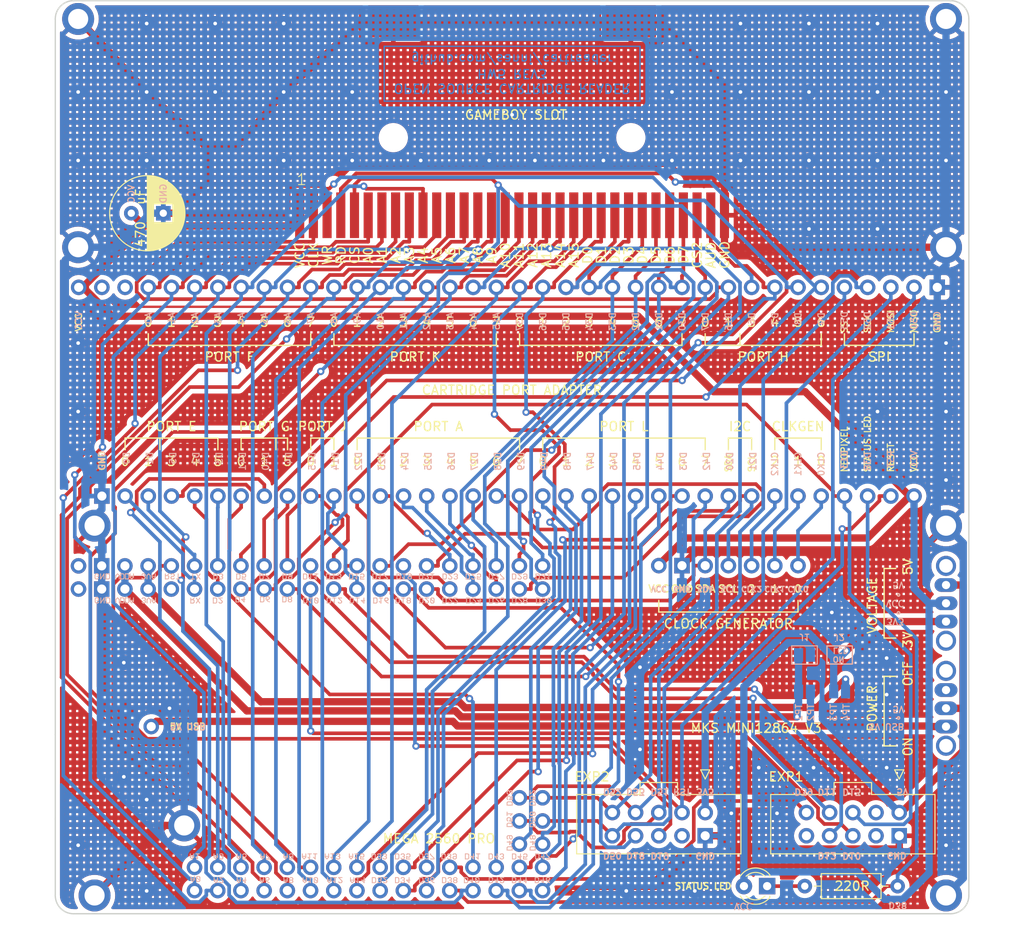
<source format=kicad_pcb>
(kicad_pcb (version 20211014) (generator pcbnew)
  (title_block (title "OSCR HW5") (date "2022-06-19") (rev "V3"))
  (layers (0 "F.Cu" signal) (31 "B.Cu" signal) (34 "B.Paste" user) (35 "F.Paste" user) (36 "B.SilkS" user "B.Silkscreen") (37 "F.SilkS" user "F.Silkscreen") (38 "B.Mask" user) (39 "F.Mask" user) (44 "Edge.Cuts" user))
  (net 0 "")
  (net 1 "D30")
  (net 2 "D31")
  (net 3 "D28")
  (net 4 "D29")
  (net 5 "D26")
  (net 6 "D27")
  (net 7 "D24")
  (net 8 "D25")
  (net 9 "D22")
  (net 10 "D23")
  (net 11 "D20")
  (net 12 "D21")
  (net 13 "D18")
  (net 14 "D19")
  (net 15 "D16")
  (net 16 "D17")
  (net 17 "D14")
  (net 18 "D15")
  (net 19 "D12")
  (net 20 "D13")
  (net 21 "D10")
  (net 22 "D11")
  (net 23 "D8")
  (net 24 "D9")
  (net 25 "D6")
  (net 26 "D7")
  (net 27 "D4")
  (net 28 "D5")
  (net 29 "D2")
  (net 30 "D3")
  (net 31 "D0")
  (net 32 "D1")
  (net 34 "RESET")
  (net 35 "+3.3VA")
  (net 36 "VCC")
  (net 37 "GND")
  (net 40 "D46")
  (net 41 "D47")
  (net 42 "D44")
  (net 43 "D45")
  (net 44 "D42")
  (net 45 "D43")
  (net 46 "D40")
  (net 47 "D41")
  (net 48 "D38")
  (net 49 "D39")
  (net 50 "D36")
  (net 51 "D37")
  (net 52 "D34")
  (net 53 "D32")
  (net 54 "D33")
  (net 55 "A14")
  (net 56 "A15")
  (net 57 "A12")
  (net 58 "A13")
  (net 59 "A10")
  (net 60 "A11")
  (net 61 "A8")
  (net 62 "A9")
  (net 63 "A6")
  (net 64 "A7")
  (net 65 "A4")
  (net 66 "A5")
  (net 67 "A2")
  (net 68 "A3")
  (net 69 "A0")
  (net 70 "A1")
  (net 71 "+3V3")
  (net 72 "+5V")
  (net 73 "D35")
  (net 74 "D53")
  (net 75 "D52")
  (net 76 "D51")
  (net 77 "D50")
  (net 78 "D49")
  (net 79 "D48")
  (net 80 "CLK2")
  (net 81 "CLK1")
  (net 82 "CLK0")
  (net 84 "VBUS")
  (net 85 "Net-(D1-Pad1)")
  (net 92 "VDDA")
  (footprint "MountingHole:MountingHole_2.2mm_M2_ISO7380_Pad" (layer "F.Cu") (at 197.5 77)
    (fp_text reference "M2_3" hide)
    (fp_text value "Screw_Terminal_01x01")
  )
  (footprint "Connector_PinHeader_2.54mm:PinHeader_1x07_P2.54mm_Vertical" (layer "F.Cu") (at 166.06 111.875 90)
    (fp_text reference "J7")
    (fp_text value "Conn_01x07")
  )
  (footprint "MountingHole:MountingHole_2.2mm_M2_ISO7380_Pad" (layer "F.Cu") (at 104.3 148)
    (fp_text reference "M2_6" hide)
    (fp_text value "Screw_Terminal_01x01")
  )
  (footprint "MountingHole:MountingHole_2.2mm_M2_ISO7380_Pad" (layer "F.Cu") (at 197.5 52)
    (fp_text reference "M2_2" hide)
    (fp_text value "Screw_Terminal_01x01")
  )
  (footprint "Connector_PinSocket_2.54mm:PinSocket_1x36_P2.54mm_Vertical" (layer "F.Cu") (at 105.1 104.255 90)
    (fp_text reference "J4")
    (fp_text value "CART SLOT BOTTOM ROW")
  )
  (footprint "MountingHole:MountingHole_2.2mm_M2_ISO7380_Pad" (layer "F.Cu") (at 102.5 77)
    (fp_text reference "M2_8" hide)
    (fp_text value "Screw_Terminal_01x01")
  )
  (footprint "Button_Switch_THT:SW_CuK_OS102011MA1QN1_SPDT_Angled" (layer "F.Cu") (at 197.5 118 90)
    (fp_text reference "SW1" hide)
    (fp_text value "VOLTAGE" hide)
  )
  (footprint "Connector_PinSocket_2.54mm:PinSocket_1x38_P2.54mm_Vertical" (layer "F.Cu") (at 102.56 81.395 90)
    (fp_text reference "J3")
    (fp_text value "CART SLOT TOP ROW")
  )
  (footprint "Connector_PinSocket_2.54mm:PinSocket_2x21_P2.54mm_Vertical" (layer "F.Cu") (at 153.34 114.44 -90)
    (fp_text reference "J1")
    (fp_text value "MEGA TOP")
  )
  (footprint "MountingHole:MountingHole_2.2mm_M2_ISO7380_Pad" (layer "F.Cu") (at 104.3 107.5)
    (fp_text reference "M2_9" hide)
    (fp_text value "Screw_Terminal_01x01")
  )
  (footprint "MountingHole:MountingHole_2.2mm_M2_ISO7380_Pad" (layer "F.Cu") (at 114.11 140.33)
    (fp_text reference "M2_7" hide)
    (fp_text value "Screw_Terminal_01x01")
  )
  (footprint "MountingHole:MountingHole_2.2mm_M2_ISO7380_Pad" (layer "F.Cu") (at 197.5 107.5)
    (fp_text reference "M2_4" hide)
    (fp_text value "Screw_Terminal_01x01")
  )
  (footprint "Connector_PinSocket_2.54mm:PinSocket_2x16_P2.54mm_Vertical" (layer "F.Cu") (at 153.34 147.46 -90)
    (fp_text reference "J2")
    (fp_text value "MEGA BOTTOM")
  )
  (footprint "MountingHole:MountingHole_2.2mm_M2_ISO7380_Pad" (layer "F.Cu") (at 197.5 148)
    (fp_text reference "M2_5" hide)
    (fp_text value "Screw_Terminal_01x01")
  )
  (footprint "Connector_IDC:IDC-Header_2x05_P2.54mm_Vertical" (layer "F.Cu") (at 192.38 138.92 -90)
    (fp_text reference "J9")
    (fp_text value "EXP1")
  )
  (footprint "LED_THT:LED_D3.0mm" (layer "F.Cu") (at 177.92 146.975 180)
    (fp_text reference "D1")
    (fp_text value "LED" hide)
  )
  (footprint "MountingHole:MountingHole_2.2mm_M2_ISO7380_Pad" (layer "F.Cu") (at 102.5 52)
    (fp_text reference "M2_1" hide)
    (fp_text value "Screw_Terminal_01x01")
  )
  (footprint "Connector_PinSocket_2.54mm:PinSocket_2x03_P2.54mm_Vertical" (layer "F.Cu") (at 150.8 142.38 180)
    (fp_text reference "J5")
    (fp_text value "MEGA SIDE")
  )
  (footprint "Connector_PinHeader_2.54mm:PinHeader_1x01_P2.54mm_Vertical" (layer "F.Cu") (at 110.5 129.5)
    (fp_text reference "J6")
    (fp_text value "5V USB")
  )
  (footprint "Capacitor_THT:CP_Radial_D8.0mm_P3.50mm" (layer "F.Cu") (at 108.32 73.275)
    (fp_text reference "C1")
    (fp_text value "C_Polarized")
  )
  (footprint "!sanni:GBA-SLOT-B" (layer "F.Cu") (at 150 68.5 90)
    (fp_text reference "J10" hide)
    (fp_text value "GBA_Slot" hide)
  )
  (footprint "Connector_IDC:IDC-Header_2x05_P2.54mm_Vertical" (layer "F.Cu") (at 171.14 138.92 -90)
    (fp_text reference "J8")
    (fp_text value "EXP2")
  )
  (footprint "Resistor_THT:R_Axial_DIN0207_L6.3mm_D2.5mm_P10.16mm_Horizontal" (layer "F.Cu") (at 182.04 146.975)
    (fp_text reference "R1")
    (fp_text value "220R" hide)
  )
  (footprint "Button_Switch_THT:SW_CuK_OS102011MA1QN1_SPDT_Angled" (layer "F.Cu") (at 197.5 129.5 90)
    (fp_text reference "SW2" hide)
    (fp_text value "POWER" hide)
  )
  (footprint "Jumper:SolderJumper-2_P1.3mm_Open_Pad1.0x1.5mm" (layer "B.Cu") (at 182.01 121.66 180)
    (fp_text reference "JP1" hide)
    (fp_text value "powered by VCC" hide)
  )
  (footprint "Jumper:SolderJumper-2_P1.3mm_Open_Pad1.0x1.5mm" (layer "B.Cu") (at 182.01 125.66 180)
    (fp_text reference "JP2" hide)
    (fp_text value "Testpoints 1 2" hide)
  )
  (footprint "Jumper:SolderJumper-2_P1.3mm_Open_Pad1.0x1.5mm" (layer "B.Cu") (at 185.852 125.66 180)
    (fp_text reference "JP3" hide)
    (fp_text value "Testpoints 3 4" hide)
  )
  (gr_line (start 164 55) (end 164 61) (layer "B.Cu") (width 0.15))
  (gr_line (start 136 55) (end 164 55) (layer "B.Cu") (width 0.15))
  (gr_line (start 164 61) (end 136 61) (layer "B.Cu") (width 0.15))
  (gr_line (start 136 61) (end 136 55) (layer "B.Cu") (width 0.15))
  (gr_line (start 152.9063 146.1343) (end 152.8131 146.0411) (layer "B.SilkS") (width 0.1))
  (gr_line (start 138.7022 113.3433) (end 138.8887 113.3433) (layer "B.SilkS") (width 0.1))
  (gr_line (start 153.7874 143.5362) (end 154.1602 143.9091) (layer "B.SilkS") (width 0.1))
  (gr_line (start 154.1633 115.9735) (end 153.9769 115.9735) (layer "B.SilkS") (width 0.1))
  (gr_line (start 147.4984 146.0411) (end 147.4984 146.6004) (layer "B.SilkS") (width 0.1))
  (gr_line (start 122.4984 143.815799) (end 122.4984 143.443) (layer "B.SilkS") (width 0.1))
  (gr_line (start 125.1732 115.2872) (end 124.8935 115.2872) (layer "B.SilkS") (width 0.1))
  (gr_line (start 138.1219 143.4397) (end 138.2151 143.5329) (layer "B.SilkS") (width 0.1))
  (gr_line (start 151.3504 115.6939) (end 151.2572 115.6007) (layer "B.SilkS") (width 0.1))
  (gr_line (start 150.0141 141.5394) (end 149.9209 141.4462) (layer "B.SilkS") (width 0.1))
  (gr_line (start 141.183 146.0411) (end 141.0898 146.1343) (layer "B.SilkS") (width 0.1))
  (gr_line (start 107.1532 115.3989) (end 107.1532 115.9582) (layer "B.SilkS") (width 0.1))
  (gr_line (start 151.2572 115.6007) (end 151.2572 115.5075) (layer "B.SilkS") (width 0.1))
  (gr_line (start 137.2324 146.6004) (end 137.512 146.6004) (layer "B.SilkS") (width 0.1))
  (gr_line (start 122.7986 146.414) (end 122.6122 146.6004) (layer "B.SilkS") (width 0.1))
  (gr_line (start 135.3059 146.1343) (end 135.3991 146.0411) (layer "B.SilkS") (width 0.1))
  (gr_line (start 120.4628 113.3467) (end 120.8356 113.3467) (layer "B.SilkS") (width 0.1))
  (gr_line (start 105.3506 115.4042) (end 104.9778 115.9635) (layer "B.SilkS") (width 0.1))
  (gr_line (start 109.567 112.77355) (end 109.7534 112.77355) (layer "B.SilkS") (width 0.1))
  (gr_line (start 143.9654 146.2276) (end 143.8722 146.3208) (layer "B.SilkS") (width 0.1))
  (gr_line (start 151.4388 143.815799) (end 151.2524 143.7226) (layer "B.SilkS") (width 0.1))
  (gr_line (start 132.4775 112.784) (end 132.1979 112.784) (layer "B.SilkS") (width 0.1))
  (gr_line (start 151.2572 115.8803) (end 151.2572 115.7871) (layer "B.SilkS") (width 0.1))
  (gr_line (start 125.6134 113.3433) (end 125.7998 113.3433) (layer "B.SilkS") (width 0.1))
  (gr_line (start 149.8277 141.8191) (end 149.9209 141.8191) (layer "B.SilkS") (width 0.1))
  (gr_line (start 133.4028 143.9989) (end 133.775599 143.9989) (layer "B.SilkS") (width 0.1))
  (gr_line (start 152.068 138.8742) (end 152.4409 138.8742) (layer "B.SilkS") (width 0.1))
  (gr_line (start 146.2811 112.784) (end 146.4675 112.784) (layer "B.SilkS") (width 0.1))
  (gr_line (start 154.1225 146.2276) (end 154.1225 146.1343) (layer "B.SilkS") (width 0.1))
  (gr_line (start 120.5111 143.7226) (end 120.5111 144.0023) (layer "B.SilkS") (width 0.1))
  (gr_line (start 150.4059 146.5105) (end 150.4059 146.1377) (layer "B.SilkS") (width 0.1))
  (gr_line (start 145.6656 146.6004) (end 145.6656 146.0411) (layer "B.SilkS") (width 0.1))
  (gr_line (start 154.1602 143.9091) (end 154.1602 144.0023) (layer "B.SilkS") (width 0.1))
  (gr_line (start 115.7307 146.4734) (end 115.5443 146.4734) (layer "B.SilkS") (width 0.1))
  (gr_line (start 131.3874 146.414) (end 131.0145 146.0411) (layer "B.SilkS") (width 0.1))
  (gr_line (start 136.3497 113.2501) (end 136.3497 113.3433) (layer "B.SilkS") (width 0.1))
  (gr_line (start 149.4548 136.6167) (end 149.548 136.5235) (layer "B.SilkS") (width 0.1))
  (gr_line (start 131.1396 143.5329) (end 131.1396 143.6261) (layer "B.SilkS") (width 0.1))
  (gr_line (start 152.9881 113.2501) (end 152.9881 112.8773) (layer "B.SilkS") (width 0.1))
  (gr_line (start 104.7229 113.0537) (end 104.7229 112.8673) (layer "B.SilkS") (width 0.1))
  (gr_line (start 142.4307 113.3433) (end 142.7104 113.3433) (layer "B.SilkS") (width 0.1))
  (gr_line (start 138.8752 115.6007) (end 138.782 115.6939) (layer "B.SilkS") (width 0.1))
  (gr_line (start 148.7864 143.9989) (end 148.6932 143.905699) (layer "B.SilkS") (width 0.1))
  (gr_line (start 107 112.959) (end 106.8136 112.7726) (layer "B.SilkS") (width 0.1))
  (gr_line (start 138.2133 146.2276) (end 138.1201 146.3208) (layer "B.SilkS") (width 0.1))
  (gr_line (start 120.2276 112.8806) (end 120.1343 112.7874) (layer "B.SilkS") (width 0.1))
  (gr_line (start 117.3425 112.784) (end 117.3425 113.3433) (layer "B.SilkS") (width 0.1))
  (gr_line (start 146.1878 113.0637) (end 146.1878 113.3433) (layer "B.SilkS") (width 0.1))
  (gr_line (start 125.5948 115.5669) (end 125.5016 115.4737) (layer "B.SilkS") (width 0.1))
  (gr_line (start 147.5101 112.784) (end 147.5101 113.3433) (layer "B.SilkS") (width 0.1))
  (gr_line (start 141.3696 115.4142) (end 141.4628 115.5075) (layer "B.SilkS") (width 0.1))
  (gr_line (start 151.63 115.7871) (end 151.63 115.8803) (layer "B.SilkS") (width 0.1))
  (gr_line (start 115.81 115.4176) (end 115.4371 115.9768) (layer "B.SilkS") (width 0.1))
  (gr_line (start 136.0669 115.5075) (end 136.0669 115.6939) (layer "B.SilkS") (width 0.1))
  (gr_line (start 109.7706 115.9664) (end 109.5842 115.9664) (layer "B.SilkS") (width 0.1))
  (gr_line (start 148.5097 115.7871) (end 148.1368 115.4142) (layer "B.SilkS") (width 0.1))
  (gr_line (start 144.7778 146.0411) (end 144.7778 146.6004) (layer "B.SilkS") (width 0.1))
  (gr_line (start 108.5557 115.40175) (end 108.5557 115.77465) (layer "B.SilkS") (width 0.1))
  (gr_line (start 118.0881 146.6004) (end 118.2745 146.6004) (layer "B.SilkS") (width 0.1))
  (gr_line (start 127.4207 143.4397) (end 127.4207 143.8125) (layer "B.SilkS") (width 0.1))
  (gr_line (start 150.4091 143.9091) (end 150.4091 143.5362) (layer "B.SilkS") (width 0.1))
  (gr_line (start 109.8638 115.5004) (end 109.8638 115.5936) (layer "B.SilkS") (width 0.1))
  (gr_line (start 141.451 143.9989) (end 141.0781 143.9989) (layer "B.SilkS") (width 0.1))
  (gr_line (start 147.4771 143.9989) (end 147.7567 143.9989) (layer "B.SilkS") (width 0.1))
  (gr_line (start 122.8337 115.3805) (end 122.7405 115.2872) (layer "B.SilkS") (width 0.1))
  (gr_line (start 138.1874 112.784) (end 138.1874 113.3433) (layer "B.SilkS") (width 0.1))
  (gr_line (start 154.1633 115.4142) (end 154.2565 115.5075) (layer "B.SilkS") (width 0.1))
  (gr_line (start 147.7897 113.3433) (end 147.8829 113.2501) (layer "B.SilkS") (width 0.1))
  (gr_line (start 125.5016 115.4737) (end 125.5016 115.3805) (layer "B.SilkS") (width 0.1))
  (gr_line (start 140.5582 113.3433) (end 140.7446 113.3433) (layer "B.SilkS") (width 0.1))
  (gr_line (start 153.5962 113.1569) (end 153.5962 113.2501) (layer "B.SilkS") (width 0.1))
  (gr_line (start 142.9844 146.1343) (end 143.0777 146.0411) (layer "B.SilkS") (width 0.1))
  (gr_line (start 137.6725 113.3433) (end 137.7657 113.2501) (layer "B.SilkS") (width 0.1))
  (gr_line (start 123.4793 144.0023) (end 123.1065 144.0023) (layer "B.SilkS") (width 0.1))
  (gr_line (start 149.8277 136.5235) (end 149.9209 136.5235) (layer "B.SilkS") (width 0.1))
  (gr_line (start 151.3456 143.443) (end 151.532 143.443) (layer "B.SilkS") (width 0.1))
  (gr_line (start 119.906 146.4173) (end 119.906 146.0445) (layer "B.SilkS") (width 0.1))
  (gr_line (start 140.7613 146.3208) (end 140.8546 146.414) (layer "B.SilkS") (width 0.1))
  (gr_line (start 145.994 146.5072) (end 145.994 146.1343) (layer "B.SilkS") (width 0.1))
  (gr_line (start 143.3573 146.2276) (end 143.2641 146.3208) (layer "B.SilkS") (width 0.1))
  (gr_line (start 106.6271 112.959) (end 106.6271 113.3318) (layer "B.SilkS") (width 0.1))
  (gr_line (start 136.3497 113.3433) (end 135.9768 113.3433) (layer "B.SilkS") (width 0.1))
  (gr_line (start 150.3206 115.4142) (end 150.041 115.4142) (layer "B.SilkS") (width 0.1))
  (gr_line (start 126 146.2276) (end 125.9068 146.3208) (layer "B.SilkS") (width 0.1))
  (gr_line (start 130.5518 115.4142) (end 130.5518 115.9735) (layer "B.SilkS") (width 0.1))
  (gr_line (start 140.7615 115.9735) (end 140.8548 115.8803) (layer "B.SilkS") (width 0.1))
  (gr_line (start 105.8459 112.7741) (end 105.5662 112.7741) (layer "B.SilkS") (width 0.1))
  (gr_line (start 133.0773 115.9735) (end 132.890799 115.7871) (layer "B.SilkS") (width 0.1))
  (gr_line (start 150.0141 142.7556) (end 149.9209 142.6624) (layer "B.SilkS") (width 0.1))
  (gr_line (start 137.512 146.6004) (end 137.6052 146.5072) (layer "B.SilkS") (width 0.1))
  (gr_line (start 152.8508 144.0023) (end 152.9441 143.9091) (layer "B.SilkS") (width 0.1))
  (gr_line (start 122.6848 144.0023) (end 122.4984 143.815799) (layer "B.SilkS") (width 0.1))
  (gr_line (start 104.4433 112.7741) (end 104.35 112.8673) (layer "B.SilkS") (width 0.1))
  (gr_line (start 142.6843 143.5329) (end 142.5911 143.4397) (layer "B.SilkS") (width 0.1))
  (gr_line (start 143.9654 146.1343) (end 143.9654 146.2276) (layer "B.SilkS") (width 0.1))
  (gr_line (start 153.462 115.6939) (end 153.5552 115.6939) (layer "B.SilkS") (width 0.1))
  (gr_line (start 119.903 143.815799) (end 119.903 143.443) (layer "B.SilkS") (width 0.1))
  (gr_line (start 120.8356 113.067) (end 120.7424 113.1602) (layer "B.SilkS") (width 0.1))
  (gr_line (start 143.7401 113.3433) (end 143.6469 113.2501) (layer "B.SilkS") (width 0.1))
  (gr_line (start 132.4775 113.3433) (end 132.5707 113.2501) (layer "B.SilkS") (width 0.1))
  (gr_line (start 108.5528 112.77355) (end 108.5528 113.14645) (layer "B.SilkS") (width 0.1))
  (gr_line (start 125.8745 115.4737) (end 125.7813 115.5669) (layer "B.SilkS") (width 0.1))
  (gr_line (start 150.4139 115.8803) (end 150.4139 115.5075) (layer "B.SilkS") (width 0.1))
  (gr_line (start 129.6755 112.784) (end 129.6755 113.3433) (layer "B.SilkS") (width 0.1))
  (gr_line (start 132.2827 115.4142) (end 132.2827 115.9735) (layer "B.SilkS") (width 0.1))
  (gr_line (start 130.86 143.9989) (end 130.7668 143.905699) (layer "B.SilkS") (width 0.1))
  (gr_line (start 138.7022 113.0637) (end 138.609 113.1569) (layer "B.SilkS") (width 0.1))
  (gr_line (start 144.7778 146.6004) (end 145.0575 146.6004) (layer "B.SilkS") (width 0.1))
  (gr_line (start 128.5626 112.784) (end 128.5626 113.3433) (layer "B.SilkS") (width 0.1))
  (gr_line (start 125.1732 115.8465) (end 125.2664 115.7533) (layer "B.SilkS") (width 0.1))
  (gr_line (start 109.7534 112.77355) (end 109.8466 112.86685) (layer "B.SilkS") (width 0.1))
  (gr_line (start 151.9748 137.2248) (end 152.068 137.1316) (layer "B.SilkS") (width 0.1))
  (gr_line (start 117.5744 115.4142) (end 117.2948 115.4142) (layer "B.SilkS") (width 0.1))
  (gr_line (start 143.8072 143.4397) (end 143.6208 143.4397) (layer "B.SilkS") (width 0.1))
  (gr_line (start 124.9121 113.3433) (end 125.1918 113.3433) (layer "B.SilkS") (width 0.1))
  (gr_line (start 152.8949 113.3433) (end 152.9881 113.2501) (layer "B.SilkS") (width 0.1))
  (gr_line (start 128.3896 115.5075) (end 128.4828 115.4142) (layer "B.SilkS") (width 0.1))
  (gr_line (start 152.1613 141.4462) (end 152.2545 141.5394) (layer "B.SilkS") (width 0.1))
  (gr_line (start 123.1621 115.2872) (end 123.0689 115.3805) (layer "B.SilkS") (width 0.1))
  (gr_line (start 135.5552 112.784) (end 135.5552 113.3433) (layer "B.SilkS") (width 0.1))
  (gr_line (start 114.843 146.287) (end 114.843 145.9141) (layer "B.SilkS") (width 0.1))
  (gr_line (start 115.8239 146.0073) (end 115.8239 146.3802) (layer "B.SilkS") (width 0.1))
  (gr_rect (start 184.47 120.67) (end 187.25 122.65) (layer "B.SilkS") (width 0.15) (fill none))
  (gr_line (start 143.1102 115.9735) (end 143.2966 115.9735) (layer "B.SilkS") (width 0.1))
  (gr_line (start 110.97 115.68785) (end 110.5972 115.68785) (layer "B.SilkS") (width 0.1))
  (gr_line (start 152.9471 115.9735) (end 153.0403 115.8803) (layer "B.SilkS") (width 0.1))
  (gr_line (start 138.2671 115.4142) (end 137.8943 115.4142) (layer "B.SilkS") (width 0.1))
  (gr_line (start 115.2019 115.8836) (end 115.1087 115.9768) (layer "B.SilkS") (width 0.1))
  (gr_line (start 131.2645 113.2501) (end 131.1713 113.3433) (layer "B.SilkS") (width 0.1))
  (gr_line (start 150.0141 136.6167) (end 150.0141 136.8031) (layer "B.SilkS") (width 0.1))
  (gr_line (start 151.9748 139.5755) (end 152.068 139.4823) (layer "B.SilkS") (width 0.1))
  (gr_line (start 149.0991 113.3433) (end 148.7263 113.3433) (layer "B.SilkS") (width 0.1))
  (gr_line (start 140.1532 146.6004) (end 140.2465 146.5072) (layer "B.SilkS") (width 0.1))
  (gr_line (start 127.4207 143.8125) (end 127.2342 143.9989) (layer "B.SilkS") (width 0.1))
  (gr_line (start 150.3158 143.443) (end 150.0362 143.443) (layer "B.SilkS") (width 0.1))
  (gr_line (start 148.9729 143.4397) (end 149.0661 143.5329) (layer "B.SilkS") (width 0.1))
  (gr_line (start 153.7497 146.3208) (end 154.0293 146.3208) (layer "B.SilkS") (width 0.1))
  (gr_line (start 110.9528 112.7746) (end 110.9528 113.1475) (layer "B.SilkS") (width 0.1))
  (gr_line (start 149.0246 115.6939) (end 149.1178 115.6007) (layer "B.SilkS") (width 0.1))
  (gr_line (start 151.2572 115.7871) (end 151.3504 115.6939) (layer "B.SilkS") (width 0.1))
  (gr_line (start 149.548 139.8497) (end 149.4548 139.7565) (layer "B.SilkS") (width 0.1))
  (gr_line (start 151.9748 141.5394) (end 152.068 141.4462) (layer "B.SilkS") (width 0.1))
  (gr_line (start 125.7203 146.0411) (end 125.9068 146.0411) (layer "B.SilkS") (width 0.1))
  (gr_line (start 110.58 113.1475) (end 110.58 112.7746) (layer "B.SilkS") (width 0.1))
  (gr_line (start 132.5707 112.8773) (end 132.4775 112.784) (layer "B.SilkS") (width 0.1))
  (gr_line (start 117.9506 112.8773) (end 118.0438 112.784) (layer "B.SilkS") (width 0.1))
  (gr_line (start 145.0191 115.4142) (end 145.0191 115.9735) (layer "B.SilkS") (width 0.1))
  (gr_line (start 128.3896 115.8803) (end 128.3896 115.5075) (layer "B.SilkS") (width 0.1))
  (gr_line (start 148.2114 113.3433) (end 148.3978 113.3433) (layer "B.SilkS") (width 0.1))
  (gr_line (start 143.7401 112.784) (end 143.9265 112.784) (layer "B.SilkS") (width 0.1))
  (gr_line (start 106.8136 112.7726) (end 106.6271 112.959) (layer "B.SilkS") (width 0.1))
  (gr_line (start 151.63 115.6007) (end 151.5368 115.6939) (layer "B.SilkS") (width 0.1))
  (gr_line (start 145.1647 143.9989) (end 145.258 143.905699) (layer "B.SilkS") (width 0.1))
  (gr_line (start 127.4396 113.3433) (end 127.5328 113.2501) (layer "B.SilkS") (width 0.1))
  (gr_line (start 117.7153 113.2501) (end 117.7153 112.8773) (layer "B.SilkS") (width 0.1))
  (gr_line (start 136.0669 115.6939) (end 136.3465 115.6939) (layer "B.SilkS") (width 0.1))
  (gr_line (start 153.5144 146.3208) (end 153.1416 146.3208) (layer "B.SilkS") (width 0.1))
  (gr_line (start 150.6491 115.8803) (end 150.7423 115.9735) (layer "B.SilkS") (width 0.1))
  (gr_line (start 140.8429 143.8125) (end 140.8429 143.905699) (layer "B.SilkS") (width 0.1))
  (gr_line (start 127.16 112.784) (end 127.16 113.3433) (layer "B.SilkS") (width 0.1))
  (gr_line (start 134.9379 143.9989) (end 135.0311 143.905699) (layer "B.SilkS") (width 0.1))
  (gr_line (start 138.782 115.9735) (end 138.5956 115.9735) (layer "B.SilkS") (width 0.1))
  (gr_line (start 150.0141 140.1781) (end 149.9209 140.0849) (layer "B.SilkS") (width 0.1))
  (gr_line (start 120.2758 143.815799) (end 120.0894 144.0023) (layer "B.SilkS") (width 0.1))
  (gr_line (start 149.9209 141.4462) (end 149.548 141.4462) (layer "B.SilkS") (width 0.1))
  (gr_line (start 117.9949 146.5072) (end 118.0881 146.6004) (layer "B.SilkS") (width 0.1))
  (gr_line (start 134.9379 143.4397) (end 134.6583 143.4397) (layer "B.SilkS") (width 0.1))
  (gr_line (start 131.3874 146.5072) (end 131.3874 146.414) (layer "B.SilkS") (width 0.1))
  (gr_line (start 128.6368 143.4397) (end 128.264 143.4397) (layer "B.SilkS") (width 0.1))
  (gr_line (start 152.1613 141.8191) (end 152.068 141.8191) (layer "B.SilkS") (width 0.1))
  (gr_line (start 146.2353 115.6939) (end 146.515 115.9735) (layer "B.SilkS") (width 0.1))
  (gr_line (start 130.0483 112.8773) (end 129.9551 112.784) (layer "B.SilkS") (width 0.1))
  (gr_line (start 150.7423 115.9735) (end 150.9287 115.9735) (layer "B.SilkS") (width 0.1))
  (gr_line (start 120.6043 143.443) (end 120.7907 143.443) (layer "B.SilkS") (width 0.1))
  (gr_line (start 151.3437 113.3433) (end 151.5301 113.3433) (layer "B.SilkS") (width 0.1))
  (gr_line (start 149.0661 143.5329) (end 149.0661 143.6261) (layer "B.SilkS") (width 0.1))
  (gr_line (start 148.3862 146.6004) (end 148.3862 146.0411) (layer "B.SilkS") (width 0.1))
  (gr_line (start 110.97 115.40815) (end 110.97 115.78105) (layer "B.SilkS") (width 0.1))
  (gr_line (start 143.1992 143.4397) (end 143.2924 143.5329) (layer "B.SilkS") (width 0.1))
  (gr_line (start 150.0141 142.1475) (end 149.4548 142.1475) (layer "B.SilkS") (width 0.1))
  (gr_line (start 143.3898 115.8803) (end 143.3898 115.7871) (layer "B.SilkS") (width 0.1))
  (gr_line (start 107.1503 112.7707) (end 107.1503 113.33) (layer "B.SilkS") (width 0.1))
  (gr_line (start 142.8036 113.2501) (end 142.8036 112.8773) (layer "B.SilkS") (width 0.1))
  (gr_line (start 108.3664 113.33285) (end 108.18 113.14645) (layer "B.SilkS") (width 0.1))
  (gr_line (start 125.5202 113.2501) (end 125.6134 113.3433) (layer "B.SilkS") (width 0.1))
  (gr_line (start 107.9529 115.9582) (end 108.0461 115.865) (layer "B.SilkS") (width 0.1))
  (gr_line (start 153.7497 146.3208) (end 153.9361 146.5072) (layer "B.SilkS") (width 0.1))
  (gr_line (start 125.9095 143.4397) (end 125.7231 143.4397) (layer "B.SilkS") (width 0.1))
  (gr_line (start 149.7345 136.7099) (end 149.7345 136.6167) (layer "B.SilkS") (width 0.1))
  (gr_line (start 120.0894 144.0023) (end 119.903 143.815799) (layer "B.SilkS") (width 0.1))
  (gr_line (start 150.0343 113.3433) (end 150.3139 113.3433) (layer "B.SilkS") (width 0.1))
  (gr_line (start 148.7449 115.6939) (end 149.0246 115.6939) (layer "B.SilkS") (width 0.1))
  (gr_line (start 112.748 112.7741) (end 112.9344 112.7741) (layer "B.SilkS") (width 0.1))
  (gr_line (start 142.7104 113.3433) (end 142.8036 113.2501) (layer "B.SilkS") (width 0.1))
  (gr_line (start 131.2645 113.1569) (end 131.2645 113.2501) (layer "B.SilkS") (width 0.1))
  (gr_line (start 146.0872 146.0411) (end 146.2737 146.0411) (layer "B.SilkS") (width 0.1))
  (gr_line (start 150.033 146.6037) (end 150.3127 146.6037) (layer "B.SilkS") (width 0.1))
  (gr_line (start 122.8712 143.815799) (end 122.6848 144.0023) (layer "B.SilkS") (width 0.1))
  (gr_line (start 143.9265 112.784) (end 144.0198 112.8773) (layer "B.SilkS") (width 0.1))
  (gr_line (start 112.0467 113.3334) (end 112.0467 112.7741) (layer "B.SilkS") (width 0.1))
  (gr_line (start 107.5232 113.2368) (end 107.5232 112.8639) (layer "B.SilkS") (width 0.1))
  (gr_line (start 148.7263 112.784) (end 148.7263 112.8773) (layer "B.SilkS") (width 0.1))
  (gr_line (start 130.0369 115.4142) (end 129.7573 115.4142) (layer "B.SilkS") (width 0.1))
  (gr_line (start 151.63 115.5075) (end 151.63 115.6007) (layer "B.SilkS") (width 0.1))
  (gr_line (start 151.2524 143.7226) (end 151.2524 144.0023) (layer "B.SilkS") (width 0.1))
  (gr_line (start 112.3263 113.3334) (end 112.0467 113.3334) (layer "B.SilkS") (width 0.1))
  (gr_line (start 149.7345 139.4768) (end 149.8277 139.57) (layer "B.SilkS") (width 0.1))
  (gr_line (start 129.7573 115.9735) (end 130.0369 115.9735) (layer "B.SilkS") (width 0.1))
  (gr_line (start 123.0689 115.3805) (end 123.0689 115.5669) (layer "B.SilkS") (width 0.1))
  (gr_line (start 142.5911 143.4397) (end 142.3114 143.4397) (layer "B.SilkS") (width 0.1))
  (gr_line (start 129.6755 113.3433) (end 129.9551 113.3433) (layer "B.SilkS") (width 0.1))
  (gr_line (start 109.6774 115.6868) (end 109.7706 115.6868) (layer "B.SilkS") (width 0.1))
  (gr_line (start 149.548 142.6624) (end 149.4548 142.7556) (layer "B.SilkS") (width 0.1))
  (gr_line (start 115.1087 115.604) (end 115.2019 115.6972) (layer "B.SilkS") (width 0.1))
  (gr_line (start 149.548 137.1316) (end 149.7345 137.1316) (layer "B.SilkS") (width 0.1))
  (gr_line (start 118.2302 112.784) (end 118.3234 112.8773) (layer "B.SilkS") (width 0.1))
  (gr_line (start 143.9005 143.719299) (end 143.6208 143.719299) (layer "B.SilkS") (width 0.1))
  (gr_line (start 125.9095 143.9989) (end 126.0027 143.905699) (layer "B.SilkS") (width 0.1))
  (gr_line (start 150.6443 143.7226) (end 150.9239 144.0023) (layer "B.SilkS") (width 0.1))
  (gr_line (start 113.0276 112.9605) (end 112.9344 113.0537) (layer "B.SilkS") (width 0.1))
  (gr_line (start 153.5552 115.6939) (end 153.6484 115.7871) (layer "B.SilkS") (width 0.1))
  (gr_line (start 108.5557 115.68145) (end 108.1829 115.68145) (layer "B.SilkS") (width 0.1))
  (gr_line (start 132.5595 143.719299) (end 132.1866 143.719299) (layer "B.SilkS") (width 0.1))
  (gr_line (start 138.2151 143.905699) (end 138.1219 143.9989) (layer "B.SilkS") (width 0.1))
  (gr_line (start 151.2572 115.5075) (end 151.3504 115.4142) (layer "B.SilkS") (width 0.1))
  (gr_line (start 154.2565 115.8803) (end 153.8837 115.5075) (layer "B.SilkS") (width 0.1))
  (gr_line (start 135.5856 146.3208) (end 135.6788 146.414) (layer "B.SilkS") (width 0.1))
  (gr_line (start 152.5341 138.1125) (end 152.5341 137.8329) (layer "B.SilkS") (width 0.1))
  (gr_line (start 118.3234 113.2501) (end 118.2302 113.3433) (layer "B.SilkS") (width 0.1))
  (gr_line (start 150.6411 146.3241) (end 150.9208 146.6037) (layer "B.SilkS") (width 0.1))
  (gr_line (start 148.491 113.1569) (end 148.1182 112.784) (layer "B.SilkS") (width 0.1))
  (gr_line (start 148.8797 143.719299) (end 148.9729 143.719299) (layer "B.SilkS") (width 0.1))
  (gr_line (start 127.9146 146.6004) (end 127.7282 146.414) (layer "B.SilkS") (width 0.1))
  (gr_line (start 149.4548 139.57) (end 149.548 139.4768) (layer "B.SilkS") (width 0.1))
  (gr_line (start 143.3573 146.5072) (end 143.2641 146.6004) (layer "B.SilkS") (width 0.1))
  (gr_line (start 109.4737 112.86685) (end 109.567 112.77355) (layer "B.SilkS") (width 0.1))
  (gr_line (start 145.9069 115.9735) (end 146.0001 115.8803) (layer "B.SilkS") (width 0.1))
  (gr_line (start 127.4929 146.0411) (end 127.4929 146.414) (layer "B.SilkS") (width 0.1))
  (gr_line (start 148.1368 115.8803) (end 148.23 115.9735) (layer "B.SilkS") (width 0.1))
  (gr_line (start 133.4028 143.5329) (end 133.496 143.4397) (layer "B.SilkS") (width 0.1))
  (gr_line (start 135.0707 146.5072) (end 135.0707 146.1343) (layer "B.SilkS") (width 0.1))
  (gr_line (start 152.2545 139.4823) (end 152.3477 139.5755) (layer "B.SilkS") (width 0.1))
  (gr_line (start 152.5335 146.6004) (end 152.8131 146.6004) (layer "B.SilkS") (width 0.1))
  (gr_line (start 115.451 146.0073) (end 115.5443 145.9141) (layer "B.SilkS") (width 0.1))
  (gr_circle (center 192.3 128.56) (end 192.356569 128.56) (layer "B.SilkS") (width 0.15) (fill none))
  (gr_line (start 112.6548 113.1469) (end 112.6548 113.2402) (layer "B.SilkS") (width 0.1))
  (gr_line (start 122.6694 112.7874) (end 122.3897 112.7874) (layer "B.SilkS") (width 0.1))
  (gr_line (start 149.4548 138.8687) (end 149.4548 139.2416) (layer "B.SilkS") (width 0.1))
  (gr_line (start 120.1549 115.7566) (end 120.1549 115.3838) (layer "B.SilkS") (width 0.1))
  (gr_line (start 138.8887 112.784) (end 138.7022 112.784) (layer "B.SilkS") (width 0.1))
  (gr_line (start 132.5624 115.9735) (end 132.6556 115.8803) (layer "B.SilkS") (width 0.1))
  (gr_line (start 120.2276 113.2534) (end 120.2276 112.8806) (layer "B.SilkS") (width 0.1))
  (gr_line (start 150.3139 113.3433) (end 150.4071 113.2501) (layer "B.SilkS") (width 0.1))
  (gr_line (start 133.9014 146.3208) (end 133.528599 146.3208) (layer "B.SilkS") (width 0.1))
  (gr_line (start 120.7424 113.1602) (end 120.6492 113.1602) (layer "B.SilkS") (width 0.1))
  (gr_line (start 151.5368 115.4142) (end 151.63 115.5075) (layer "B.SilkS") (width 0.1))
  (gr_line (start 138.5024 115.8803) (end 138.5024 115.7871) (layer "B.SilkS") (width 0.1))
  (gr_line (start 123.4067 146.1343) (end 123.3135 146.0411) (layer "B.SilkS") (width 0.1))
  (gr_line (start 143.4117 113.2501) (end 143.4117 113.1569) (layer "B.SilkS") (width 0.1))
  (gr_line (start 133.6824 143.8125) (end 133.589199 143.8125) (layer "B.SilkS") (width 0.1))
  (gr_line (start 131.1077 146.6004) (end 131.2942 146.6004) (layer "B.SilkS") (width 0.1))
  (gr_line (start 105.331 113.3334) (end 105.331 112.7741) (layer "B.SilkS") (width 0.1))
  (gr_line (start 135.1335 112.8773) (end 135.0403 112.784) (layer "B.SilkS") (width 0.1))
  (gr_line (start 133.293399 146.0411) (end 132.9205 146.0411) (layer "B.SilkS") (width 0.1))
  (gr_line (start 151.6252 143.7226) (end 151.532 143.815799) (layer "B.SilkS") (width 0.1))
  (gr_line (start 132.981099 143.4397) (end 132.981099 143.9989) (layer "B.SilkS") (width 0.1))
  (gr_line (start 143.1709 146.3208) (end 143.2641 146.3208) (layer "B.SilkS") (width 0.1))
  (gr_line (start 140.8548 115.8803) (end 140.8548 115.7871) (layer "B.SilkS") (width 0.1))
  (gr_line (start 107.4329 115.3989) (end 107.1532 115.3989) (layer "B.SilkS") (width 0.1))
  (gr_line (start 141.3694 146.0411) (end 141.183 146.0411) (layer "B.SilkS") (width 0.1))
  (gr_line (start 105.5858 115.4042) (end 105.5858 115.9635) (layer "B.SilkS") (width 0.1))
  (gr_line (start 140.2298 112.8773) (end 140.1365 112.784) (layer "B.SilkS") (width 0.1))
  (gr_line (start 114.9624 143.9989) (end 114.776 143.8125) (layer "B.SilkS") (width 0.1))
  (gr_line (start 143.0127 143.9989) (end 142.9195 143.905699) (layer "B.SilkS") (width 0.1))
  (gr_line (start 120.4628 112.8806) (end 120.556 112.7874) (layer "B.SilkS") (width 0.1))
  (gr_line (start 135.9768 112.784) (end 135.9768 112.8773) (layer "B.SilkS") (width 0.1))
  (gr_line (start 125.7231 143.9989) (end 125.9095 143.9989) (layer "B.SilkS") (width 0.1))
  (gr_line (start 133.6937 113.1569) (end 133.6005 113.1569) (layer "B.SilkS") (width 0.1))
  (gr_line (start 135.546 143.4397) (end 135.6392 143.5329) (layer "B.SilkS") (width 0.1))
  (gr_line (start 131.1396 143.905699) (end 131.0464 143.9989) (layer "B.SilkS") (width 0.1))
  (gr_line (start 125.6271 146.1343) (end 125.7203 146.0411) (layer "B.SilkS") (width 0.1))
  (gr_line (start 127.8423 143.4397) (end 127.8423 143.9989) (layer "B.SilkS") (width 0.1))
  (gr_line (start 138.0269 146.3208) (end 138.1201 146.3208) (layer "B.SilkS") (width 0.1))
  (gr_line (start 117.3425 113.3433) (end 117.6221 113.3433) (layer "B.SilkS") (width 0.1))
  (gr_line (start 123.3135 146.3208) (end 123.4067 146.2276) (layer "B.SilkS") (width 0.1))
  (gr_line (start 142.7817 115.5075) (end 142.6885 115.4142) (layer "B.SilkS") (width 0.1))
  (gr_line (start 140.8378 113.2501) (end 140.8378 113.1569) (layer "B.SilkS") (width 0.1))
  (gr_line (start 154.0293 146.0411) (end 153.8429 146.0411) (layer "B.SilkS") (width 0.1))
  (gr_line (start 122.9978 112.8806) (end 123.3707 113.2534) (layer "B.SilkS") (width 0.1))
  (gr_line (start 118.0438 112.784) (end 118.2302 112.784) (layer "B.SilkS") (width 0.1))
  (gr_line (start 128.3363 146.5072) (end 128.3363 146.1343) (layer "B.SilkS") (width 0.1))
  (gr_line (start 133.6824 143.4397) (end 133.775599 143.5329) (layer "B.SilkS") (width 0.1))
  (gr_line (start 149.8277 137.318) (end 149.7345 137.5044) (layer "B.SilkS") (width 0.1))
  (gr_line (start 152.3477 141.4462) (end 152.4409 141.4462) (layer "B.SilkS") (width 0.1))
  (gr_line (start 132.5624 115.4142) (end 132.2827 115.4142) (layer "B.SilkS") (width 0.1))
  (gr_line (start 118.164 143.719299) (end 118.2572 143.719299) (layer "B.SilkS") (width 0.1))
  (gr_line (start 143.9979 115.8803) (end 143.9979 115.7871) (layer "B.SilkS") (width 0.1))
  (gr_line (start 151.0219 115.7871) (end 150.6491 115.4142) (layer "B.SilkS") (width 0.1))
  (gr_line (start 135.2236 115.8803) (end 135.2236 115.5075) (layer "B.SilkS") (width 0.1))
  (gr_line (start 108.0432 112.8639) (end 107.95 112.7707) (layer "B.SilkS") (width 0.1))
  (gr_line (start 120.8839 143.5362) (end 120.8839 143.7226) (layer "B.SilkS") (width 0.1))
  (gr_line (start 143.9047 115.9735) (end 143.9979 115.8803) (layer "B.SilkS") (width 0.1))
  (gr_line (start 151.2524 143.5362) (end 151.3456 143.443) (layer "B.SilkS") (width 0.1))
  (gr_line (start 143.2924 143.5329) (end 143.2924 143.6261) (layer "B.SilkS") (width 0.1))
  (gr_line (start 152.3477 139.6688) (end 152.2545 139.8552) (layer "B.SilkS") (width 0.1))
  (gr_line (start 149.7345 137.1316) (end 149.8277 137.2248) (layer "B.SilkS") (width 0.1))
  (gr_line (start 148.491 113.2501) (end 148.491 113.1569) (layer "B.SilkS") (width 0.1))
  (gr_line (start 153.5962 112.9705) (end 153.503 113.0637) (layer "B.SilkS") (width 0.1))
  (gr_line (start 135.1303 115.9735) (end 135.2236 115.8803) (layer "B.SilkS") (width 0.1))
  (gr_line (start 109.7706 115.6868) (end 109.8638 115.78) (layer "B.SilkS") (width 0.1))
  (gr_line (start 151.9748 142.7556) (end 151.9748 143.035199) (layer "B.SilkS") (width 0.1))
  (gr_line (start 133.1675 143.4397) (end 132.7947 143.4397) (layer "B.SilkS") (width 0.1))
  (gr_line (start 149.0661 143.905699) (end 148.9729 143.9989) (layer "B.SilkS") (width 0.1))
  (gr_line (start 152.5335 146.0411) (end 152.5335 146.6004) (layer "B.SilkS") (width 0.1))
  (gr_line (start 138.5956 115.6939) (end 138.5024 115.6007) (layer "B.SilkS") (width 0.1))
  (gr_line (start 135.914 146.0411) (end 136.2869 146.0411) (layer "B.SilkS") (width 0.1))
  (gr_line (start 150.0141 139.0552) (end 149.8277 139.2416) (layer "B.SilkS") (width 0.1))
  (gr_line (start 136.3465 115.4142) (end 136.1601 115.4142) (layer "B.SilkS") (width 0.1))
  (gr_line (start 148.4165 115.9735) (end 148.5097 115.8803) (layer "B.SilkS") (width 0.1))
  (gr_line (start 154.2565 115.5075) (end 154.2565 115.8803) (layer "B.SilkS") (width 0.1))
  (gr_line (start 142.6885 115.9735) (end 142.7817 115.8803) (layer "B.SilkS") (width 0.1))
  (gr_line (start 135.7416 112.784) (end 135.3688 112.784) (layer "B.SilkS") (width 0.1))
  (gr_line (start 118.2757 115.8803) (end 118.2757 115.7871) (layer "B.SilkS") (width 0.1))
  (gr_line (start 135.546 143.719299) (end 135.6392 143.8125) (layer "B.SilkS") (width 0.1))
  (gr_line (start 129.9234 143.4397) (end 129.9234 143.8125) (layer "B.SilkS") (width 0.1))
  (gr_line (start 132.1866 143.8125) (end 132.1866 143.4397) (layer "B.SilkS") (width 0.1))
  (gr_line (start 140.2348 143.905699) (end 140.2348 143.5329) (layer "B.SilkS") (width 0.1))
  (gr_line (start 137.3928 112.784) (end 137.3928 113.3433) (layer "B.SilkS") (width 0.1))
  (gr_line (start 128.5626 113.3433) (end 128.3761 113.1569) (layer "B.SilkS") (width 0.1))
  (gr_line (start 123.3707 113.3467) (end 122.9978 113.3467) (layer "B.SilkS") (width 0.1))
  (gr_line (start 105.9587 115.8703) (end 105.9587 115.4974) (layer "B.SilkS") (width 0.1))
  (gr_line (start 152.9441 143.5362) (end 152.8508 143.443) (layer "B.SilkS") (width 0.1))
  (gr_line (start 153.9769 115.4142) (end 154.1633 115.4142) (layer "B.SilkS") (width 0.1))
  (gr_line (start 153.7874 143.443) (end 153.7874 143.5362) (layer "B.SilkS") (width 0.1))
  (gr_line (start 123.4418 115.3805) (end 123.3485 115.2872) (layer "B.SilkS") (width 0.1))
  (gr_line (start 131.2645 112.8773) (end 131.2645 112.9705) (layer "B.SilkS") (width 0.1))
  (gr_line (start 129.9234 143.8125) (end 129.737 143.9989) (layer "B.SilkS") (width 0.1))
  (gr_line (start 133.4989 115.6939) (end 133.778599 115.9735) (layer "B.SilkS") (width 0.1))
  (gr_line (start 123.4793 143.9091) (end 123.4793 144.0023) (layer "B.SilkS") (width 0.1))
  (gr_line (start 134.7607 113.3433) (end 135.0403 113.3433) (layer "B.SilkS") (width 0.1))
  (gr_line (start 137.3928 113.3433) (end 137.6725 113.3433) (layer "B.SilkS") (width 0.1))
  (gr_line (start 145.7204 115.9735) (end 145.9069 115.9735) (layer "B.SilkS") (width 0.1))
  (gr_line (start 107.6732 115.3989) (end 107.6732 115.9582) (layer "B.SilkS") (width 0.1))
  (gr_line (start 125.7998 112.784) (end 125.6134 112.784) (layer "B.SilkS") (width 0.1))
  (gr_line (start 110.0271 112.96005) (end 110.0271 113.33285) (layer "B.SilkS") (width 0.1))
  (gr_line (start 149.7345 142.0543) (end 149.7345 142.4272) (layer "B.SilkS") (width 0.1))
  (gr_line (start 142.7104 112.784) (end 142.4307 112.784) (layer "B.SilkS") (width 0.1))
  (gr_line (start 133.6937 112.784) (end 133.7869 112.8773) (layer "B.SilkS") (width 0.1))
  (gr_line (start 148.9943 146.6004) (end 149.0875 146.5072) (layer "B.SilkS") (width 0.1))
  (gr_line (start 109.5842 115.9664) (end 109.4909 115.8732) (layer "B.SilkS") (width 0.1))
  (gr_line (start 150.6491 115.4142) (end 151.0219 115.4142) (layer "B.SilkS") (width 0.1))
  (gr_line (start 131.1396 143.8125) (end 131.1396 143.905699) (layer "B.SilkS") (width 0.1))
  (gr_line (start 145.392 115.8803) (end 145.392 115.5075) (layer "B.SilkS") (width 0.1))
  (gr_line (start 115.7307 145.9141) (end 115.8239 146.0073) (layer "B.SilkS") (width 0.1))
  (gr_line (start 132.6853 146.0411) (end 132.6853 146.414) (layer "B.SilkS") (width 0.1))
  (gr_line (start 125.8745 115.3805) (end 125.8745 115.4737) (layer "B.SilkS") (width 0.1))
  (gr_line (start 123.2553 115.7533) (end 123.4418 115.8465) (layer "B.SilkS") (width 0.1))
  (gr_line (start 145.1507 146.5072) (end 145.1507 146.1343) (layer "B.SilkS") (width 0.1))
  (gr_line (start 122.7986 146.0411) (end 122.7986 146.414) (layer "B.SilkS") (width 0.1))
  (gr_line (start 143.6857 146.6004) (end 143.5925 146.5072) (layer "B.SilkS") (width 0.1))
  (gr_line (start 110.4172 115.9664) (end 110.4172 115.5936) (layer "B.SilkS") (width 0.1))
  (gr_line (start 136.4397 115.6007) (end 136.4397 115.5075) (layer "B.SilkS") (width 0.1))
  (gr_line (start 150.4091 143.5362) (end 150.3158 143.443) (layer "B.SilkS") (width 0.1))
  (gr_line (start 125.5016 115.6601) (end 125.5948 115.5669) (layer "B.SilkS") (width 0.1))
  (gr_line (start 112.6548 113.2402) (end 112.748 113.3334) (layer "B.SilkS") (width 0.1))
  (gr_line (start 141.451 143.905699) (end 141.451 143.9989) (layer "B.SilkS") (width 0.1))
  (gr_line (start 150.0141 137.5044) (end 150.0141 137.1316) (layer "B.SilkS") (width 0.1))
  (gr_line (start 141.0781 143.5329) (end 141.451 143.905699) (layer "B.SilkS") (width 0.1))
  (gr_line (start 131.2645 112.9705) (end 131.1713 113.0637) (layer "B.SilkS") (width 0.1))
  (gr_line (start 150.7356 113.3433) (end 150.922 113.3433) (layer "B.SilkS") (width 0.1))
  (gr_line (start 125.7203 146.3208) (end 125.6271 146.2276) (layer "B.SilkS") (width 0.1))
  (gr_line (start 150.3206 115.9735) (end 150.4139 115.8803) (layer "B.SilkS") (width 0.1))
  (gr_line (start 145.2988 115.9735) (end 145.392 115.8803) (layer "B.SilkS") (width 0.1))
  (gr_line (start 115.2158 146.1938) (end 114.843 146.1938) (layer "B.SilkS") (width 0.1))
  (gr_line (start 149.548 140.0849) (end 149.4548 140.1781) (layer "B.SilkS") (width 0.1))
  (gr_line (start 143.3573 146.414) (end 143.3573 146.5072) (layer "B.SilkS") (width 0.1))
  (gr_line (start 125.5948 115.2872) (end 125.7813 115.2872) (layer "B.SilkS") (width 0.1))
  (gr_line (start 153.503 113.3433) (end 153.3165 113.3433) (layer "B.SilkS") (width 0.1))
  (gr_line (start 138.4485 146.3208) (end 138.7282 146.6004) (layer "B.SilkS") (width 0.1))
  (gr_line (start 148.9313 115.8803) (end 149.1178 115.9735) (layer "B.SilkS") (width 0.1))
  (gr_line (start 150.9239 144.0023) (end 150.9239 143.443) (layer "B.SilkS") (width 0.1))
  (gr_line (start 125.2664 115.7533) (end 125.2664 115.3805) (layer "B.SilkS") (width 0.1))
  (gr_line (start 114.776 143.8125) (end 114.776 143.4397) (layer "B.SilkS") (width 0.1))
  (gr_line (start 145.392 115.5075) (end 145.2988 115.4142) (layer "B.SilkS") (width 0.1))
  (gr_line (start 105.8459 113.3334) (end 105.9391 113.2402) (layer "B.SilkS") (width 0.1))
  (gr_line (start 119.782 115.2906) (end 119.782 115.8498) (layer "B.SilkS") (width 0.1))
  (gr_line (start 104.6297 112.7741) (end 104.4433 112.7741) (layer "B.SilkS") (width 0.1))
  (gr_line (start 143.3898 115.7871) (end 143.017 115.4142) (layer "B.SilkS") (width 0.1))
  (gr_line (start 117.6676 115.5075) (end 117.5744 115.4142) (layer "B.SilkS") (width 0.1))
  (gr_line (start 141.09 115.8803) (end 141.09 115.5075) (layer "B.SilkS") (width 0.1))
  (gr_line (start 147.8499 143.5329) (end 147.7567 143.4397) (layer "B.SilkS") (width 0.1))
  (gr_line (start 108.0432 113.2368) (end 108.0432 112.8639) (layer "B.SilkS") (width 0.1))
  (gr_line (start 137.8423 143.5329) (end 137.9355 143.4397) (layer "B.SilkS") (width 0.1))
  (gr_line (start 142.7492 146.1343) (end 142.656 146.0411) (layer "B.SilkS") (width 0.1))
  (gr_line (start 107.5261 115.865) (end 107.5261 115.4921) (layer "B.SilkS") (width 0.1))
  (gr_line (start 117.2948 115.4142) (end 117.2948 115.9735) (layer "B.SilkS") (width 0.1))
  (gr_line (start 135.9768 112.8773) (end 136.3497 113.2501) (layer "B.SilkS") (width 0.1))
  (gr_line (start 118.2572 143.9989) (end 118.0708 143.9989) (layer "B.SilkS") (width 0.1))
  (gr_line (start 108.0461 115.4921) (end 107.9529 115.3989) (layer "B.SilkS") (width 0.1))
  (gr_line (start 104.5365 113.0537) (end 104.7229 113.0537) (layer "B.SilkS") (width 0.1))
  (gr_line (start 137.6725 112.784) (end 137.3928 112.784) (layer "B.SilkS") (width 0.1))
  (gr_line (start 152.8508 143.443) (end 152.5712 143.443) (layer "B.SilkS") (width 0.1))
  (gr_line (start 144.9717 112.784) (end 144.9717 113.3433) (layer "B.SilkS") (width 0.1))
  (gr_line (start 131.0667 115.9735) (end 131.2531 115.9735) (layer "B.SilkS") (width 0.1))
  (gr_line (start 128.6692 115.4142) (end 128.7624 115.5075) (layer "B.SilkS") (width 0.1))
  (gr_line (start 109.8638 115.5936) (end 109.7706 115.6868) (layer "B.SilkS") (width 0.1))
  (gr_line (start 140.6681 146.3208) (end 140.7613 146.3208) (layer "B.SilkS") (width 0.1))
  (gr_line (start 107.6703 113.33) (end 107.95 113.33) (layer "B.SilkS") (width 0.1))
  (gr_line (start 138.5956 115.9735) (end 138.5024 115.8803) (layer "B.SilkS") (width 0.1))
  (gr_line (start 130.1712 146.3208) (end 129.7983 146.3208) (layer "B.SilkS") (width 0.1))
  (gr_line (start 151.5368 115.6939) (end 151.3504 115.6939) (layer "B.SilkS") (width 0.1))
  (gr_line (start 130.6564 112.784) (end 130.2836 112.784) (layer "B.SilkS") (width 0.1))
  (gr_line (start 145.1507 146.1343) (end 145.0575 146.0411) (layer "B.SilkS") (width 0.1))
  (gr_line (start 138.1201 146.0411) (end 138.2133 146.1343) (layer "B.SilkS") (width 0.1))
  (gr_line (start 125.019 146.414) (end 125.019 146.0411) (layer "B.SilkS") (width 0.1))
  (gr_line (start 135.914 146.5072) (end 136.0072 146.6004) (layer "B.SilkS") (width 0.1))
  (gr_line (start 110.0443 115.5936) (end 110.0443 115.9664) (layer "B.SilkS") (width 0.1))
  (gr_line (start 125.3919 146.414) (end 125.2055 146.6004) (layer "B.SilkS") (width 0.1))
  (gr_line (start 150.0141 136.8031) (end 149.9209 136.8963) (layer "B.SilkS") (width 0.1))
  (gr_line (start 133.414 113.0637) (end 133.414 113.3433) (layer "B.SilkS") (width 0.1))
  (gr_line (start 149.548 137.7397) (end 149.4548 137.8329) (layer "B.SilkS") (width 0.1))
  (gr_line (start 142.3114 143.9989) (end 142.5911 143.9989) (layer "B.SilkS") (width 0.1))
  (gr_line (start 148.1368 115.4142) (end 148.5097 115.4142) (layer "B.SilkS") (width 0.1))
  (gr_line (start 153.6484 115.8803) (end 153.5552 115.9735) (layer "B.SilkS") (width 0.1))
  (gr_line (start 125.7813 115.5669) (end 125.5948 115.5669) (layer "B.SilkS") (width 0.1))
  (gr_line (start 140.7497 143.9989) (end 140.5633 143.9989) (layer "B.SilkS") (width 0.1))
  (gr_line (start 136.1541 143.719299) (end 136.2473 143.8125) (layer "B.SilkS") (width 0.1))
  (gr_line (start 138.8232 143.5329) (end 138.8232 143.719299) (layer "B.SilkS") (width 0.1))
  (gr_line (start 115.4739 112.7874) (end 115.8468 113.3467) (layer "B.SilkS") (width 0.1))
  (gr_line (start 150.3127 146.0445) (end 150.033 146.0445) (layer "B.SilkS") (width 0.1))
  (gr_line (start 150.041 115.9735) (end 150.3206 115.9735) (layer "B.SilkS") (width 0.1))
  (gr_line (start 128.4504 143.4397) (end 128.4504 143.9989) (layer "B.SilkS") (width 0.1))
  (gr_line (start 118.2302 113.3433) (end 118.0438 113.3433) (layer "B.SilkS") (width 0.1))
  (gr_line (start 107.1532 115.9582) (end 107.4329 115.9582) (layer "B.SilkS") (width 0.1))
  (gr_line (start 142.6885 115.4142) (end 142.4089 115.4142) (layer "B.SilkS") (width 0.1))
  (gr_line (start 132.3124 146.414) (end 132.3124 146.0411) (layer "B.SilkS") (width 0.1))
  (gr_line (start 115.1488 143.8125) (end 114.9624 143.9989) (layer "B.SilkS") (width 0.1))
  (gr_line (start 125.7231 143.719299) (end 125.6299 143.8125) (layer "B.SilkS") (width 0.1))
  (gr_line (start 149.548 141.4462) (end 149.4548 141.5394) (layer "B.SilkS") (width 0.1))
  (gr_line (start 138.4504 143.719299) (end 138.4504 143.9989) (layer "B.SilkS") (width 0.1))
  (gr_line (start 112.748 113.0537) (end 112.6548 113.1469) (layer "B.SilkS") (width 0.1))
  (gr_line (start 135.8317 115.4142) (end 135.4588 115.4142) (layer "B.SilkS") (width 0.1))
  (gr_line (start 131.0145 146.0411) (end 131.3874 146.0411) (layer "B.SilkS") (width 0.1))
  (gr_line (start 137.2342 143.4397) (end 137.2342 143.9989) (layer "B.SilkS") (width 0.1))
  (gr_line (start 122.8712 143.7226) (end 122.4984 143.7226) (layer "B.SilkS") (width 0.1))
  (gr_line (start 125.8931 112.8773) (end 125.7998 112.784) (layer "B.SilkS") (width 0.1))
  (gr_line (start 125.9068 146.0411) (end 126 146.1343) (layer "B.SilkS") (width 0.1))
  (gr_line (start 143.2924 143.6261) (end 143.1992 143.719299) (layer "B.SilkS") (width 0.1))
  (gr_line (start 118.0708 143.9989) (end 117.9776 143.905699) (layer "B.SilkS") (width 0.1))
  (gr_line (start 117.7424 143.719299) (end 117.3695 143.719299) (layer "B.SilkS") (width 0.1))
  (gr_line (start 147.8499 143.905699) (end 147.8499 143.5329) (layer "B.SilkS") (width 0.1))
  (gr_line (start 150.041 115.4142) (end 150.041 115.9735) (layer "B.SilkS") (width 0.1))
  (gr_line (start 148.4794 146.3208) (end 148.1065 146.3208) (layer "B.SilkS") (width 0.1))
  (gr_line (start 117.9029 115.8803) (end 117.9961 115.9735) (layer "B.SilkS") (width 0.1))
  (gr_line (start 152.5341 139.8552) (end 152.5341 139.4823) (layer "B.SilkS") (width 0.1))
  (gr_line (start 149.9209 140.0849) (end 149.548 140.0849) (layer "B.SilkS") (width 0.1))
  (gr_line (start 107.1503 113.33) (end 107.43 113.33) (layer "B.SilkS") (width 0.1))
  (gr_line (start 143.2924 143.905699) (end 143.1992 143.9989) (layer "B.SilkS") (width 0.1))
  (gr_line (start 140.2465 146.5072) (end 140.2465 146.1343) (layer "B.SilkS") (width 0.1))
  (gr_line (start 151.2504 113.1569) (end 151.2504 113.2501) (layer "B.SilkS") (width 0.1))
  (gr_line (start 117.7153 112.8773) (end 117.6221 112.784) (layer "B.SilkS") (width 0.1))
  (gr_line (start 130.1712 146.414) (end 129.9848 146.6004) (layer "B.SilkS") (width 0.1))
  (gr_line (start 122.8337 115.7533) (end 122.8337 115.3805) (layer "B.SilkS") (width 0.1))
  (gr_line (start 150.3158 144.0023) (end 150.4091 143.9091) (layer "B.SilkS") (width 0.1))
  (gr_line (start 153.0403 115.8803) (end 153.0403 115.5075) (layer "B.SilkS") (width 0.1))
  (gr_line (start 104.5561 115.6838) (end 104.7425 115.6838) (layer "B.SilkS") (width 0.1))
  (gr_line (start 152.5341 137.5044) (end 152.5341 137.1316) (layer "B.SilkS") (width 0.1))
  (gr_line (start 133.0773 115.4142) (end 133.0773 115.9735) (layer "B.SilkS") (width 0.1))
  (gr_line (start 143.6469 112.8773) (end 143.7401 112.784) (layer "B.SilkS") (width 0.1))
  (gr_line (start 143.5276 143.8125) (end 143.5276 143.905699) (layer "B.SilkS") (width 0.1))
  (gr_line (start 104.3697 115.4974) (end 104.3697 115.8703) (layer "B.SilkS") (width 0.1))
  (gr_line (start 145.8594 113.3433) (end 145.9526 113.2501) (layer "B.SilkS") (width 0.1))
  (gr_line (start 152.9441 143.9091) (end 152.9441 143.5362) (layer "B.SilkS") (width 0.1))
  (gr_line (start 143.6208 143.719299) (end 143.5276 143.8125) (layer "B.SilkS") (width 0.1))
  (gr_line (start 125.285 112.8773) (end 125.1918 112.784) (layer "B.SilkS") (width 0.1))
  (gr_line (start 130.9735 115.4142) (end 131.3463 115.4142) (layer "B.SilkS") (width 0.1))
  (gr_line (start 139.8738 115.9735) (end 140.1535 115.9735) (layer "B.SilkS") (width 0.1))
  (gr_line (start 143.1059 143.719299) (end 143.1992 143.719299) (layer "B.SilkS") (width 0.1))
  (gr_line (start 125.5948 115.8465) (end 125.5016 115.7533) (layer "B.SilkS") (width 0.1))
  (gr_line (start 118.3234 113.1569) (end 118.3234 113.2501) (layer "B.SilkS") (width 0.1))
  (gr_line (start 113.4493 113.3334) (end 113.4493 112.7741) (layer "B.SilkS") (width 0.1))
  (gr_line (start 143.132 113.3433) (end 143.3185 113.3433) (layer "B.SilkS") (width 0.1))
  (gr_line (start 130.1301 115.8803) (end 130.1301 115.5075) (layer "B.SilkS") (width 0.1))
  (gr_line (start 143.0777 146.0411) (end 143.2641 146.0411) (layer "B.SilkS") (width 0.1))
  (gr_line (start 143.0777 146.6004) (end 142.9844 146.5072) (layer "B.SilkS") (width 0.1))
  (gr_line (start 152.3477 139.5755) (end 152.3477 139.6688) (layer "B.SilkS") (width 0.1))
  (gr_line (start 140.8546 146.5072) (end 140.7613 146.6004) (layer "B.SilkS") (width 0.1))
  (gr_line (start 151.9748 138.1125) (end 152.5341 138.1125) (layer "B.SilkS") (width 0.1))
  (gr_line (start 143.9005 143.5329) (end 143.8072 143.4397) (layer "B.SilkS") (width 0.1))
  (gr_line (start 154.0178 112.784) (end 154.0178 113.3433) (layer "B.SilkS") (width 0.1))
  (gr_line (start 146.4675 113.1569) (end 146.3743 113.1569) (layer "B.SilkS") (width 0.1))
  (gr_line (start 127.9146 146.0411) (end 127.9146 146.6004) (layer "B.SilkS") (width 0.1))
  (gr_line (start 125.6271 146.414) (end 125.7203 146.3208) (layer "B.SilkS") (width 0.1))
  (gr_line (start 129.9234 143.719299) (end 129.5506 143.719299) (layer "B.SilkS") (width 0.1))
  (gr_line (start 141.4626 146.1343) (end 141.3694 146.0411) (layer "B.SilkS") (width 0.1))
  (gr_line (start 112.3263 112.9605) (end 112.4195 113.0537) (layer "B.SilkS") (width 0.1))
  (gr_line (start 153.1793 143.7226) (end 153.4589 144.0023) (layer "B.SilkS") (width 0.1))
  (gr_line (start 120.1549 115.3838) (end 120.0616 115.2906) (layer "B.SilkS") (width 0.1))
  (gr_line (start 152.5341 136.6167) (end 152.4409 136.5235) (layer "B.SilkS") (width 0.1))
  (gr_line (start 109.8466 112.96005) (end 109.7534 113.05325) (layer "B.SilkS") (width 0.1))
  (gr_circle (center 188.292 120.043) (end 188.282 120.043) (layer "B.SilkS") (width 0.0001) (fill solid))
  (gr_line (start 117.3868 146.414) (end 117.3868 146.0411) (layer "B.SilkS") (width 0.1))
  (gr_line (start 138.9819 112.8773) (end 138.8887 112.784) (layer "B.SilkS") (width 0.1))
  (gr_line (start 138.0807 115.9735) (end 137.8943 115.7871) (layer "B.SilkS") (width 0.1))
  (gr_line (start 107 113.3318) (end 107 112.959) (layer "B.SilkS") (width 0.1))
  (gr_line (start 129.9551 113.3433) (end 130.0483 113.2501) (layer "B.SilkS") (width 0.1))
  (gr_line (start 131.1713 113.0637) (end 131.2645 113.1569) (layer "B.SilkS") (width 0.1))
  (gr_line (start 151.9748 136.8963) (end 151.9748 136.5235) (layer "B.SilkS") (width 0.1))
  (gr_line (start 104.35 112.8673) (end 104.35 113.2402) (layer "B.SilkS") (width 0.1))
  (gr_line (start 134.8507 115.4142) (end 134.8507 115.9735) (layer "B.SilkS") (width 0.1))
  (gr_line (start 128.6159 146.6004) (end 128.4295 146.6004) (layer "B.SilkS") (width 0.1))
  (gr_line (start 143.9265 113.3433) (end 143.7401 113.3433) (layer "B.SilkS") (width 0.1))
  (gr_line (start 139.862 143.9989) (end 140.1416 143.9989) (layer "B.SilkS") (width 0.1))
  (gr_line (start 140.1365 112.784) (end 139.8569 112.784) (layer "B.SilkS") (width 0.1))
  (gr_line (start 149.548 139.4768) (end 149.7345 139.4768) (layer "B.SilkS") (width 0.1))
  (gr_line (start 149.0991 113.2501) (end 149.0991 113.3433) (layer "B.SilkS") (width 0.1))
  (gr_line (start 104.3697 115.8703) (end 104.4629 115.9635) (layer "B.SilkS") (width 0.1))
  (gr_line (start 118.3505 143.6261) (end 118.2572 143.719299) (layer "B.SilkS") (width 0.1))
  (gr_line (start 137.659 115.5075) (end 137.5658 115.4142) (layer "B.SilkS") (width 0.1))
  (gr_line (start 130.0483 113.2501) (end 130.0483 112.8773) (layer "B.SilkS") (width 0.1))
  (gr_line (start 138.2151 143.5329) (end 138.2151 143.6261) (layer "B.SilkS") (width 0.1))
  (gr_line (start 135.2664 143.5329) (end 135.3596 143.4397) (layer "B.SilkS") (width 0.1))
  (gr_line (start 151.3504 115.9735) (end 151.2572 115.8803) (layer "B.SilkS") (width 0.1))
  (gr_line (start 149.1178 115.6007) (end 149.1178 115.5075) (layer "B.SilkS") (width 0.1))
  (gr_line (start 133.775599 143.5329) (end 133.775599 143.719299) (layer "B.SilkS") (width 0.1))
  (gr_line (start 136.2473 143.8125) (end 136.2473 143.905699) (layer "B.SilkS") (width 0.1))
  (gr_line (start 127.5328 113.2501) (end 127.5328 112.8773) (layer "B.SilkS") (width 0.1))
  (gr_line (start 125.7813 115.5669) (end 125.8745 115.6601) (layer "B.SilkS") (width 0.1))
  (gr_line (start 143.1992 143.719299) (end 143.2924 143.8125) (layer "B.SilkS") (width 0.1))
  (gr_line (start 125.7998 113.3433) (end 125.8931 113.2501) (layer "B.SilkS") (width 0.1))
  (gr_line (start 104.7229 112.8673) (end 104.6297 112.7741) (layer "B.SilkS") (width 0.1))
  (gr_line (start 138.73 143.8125) (end 138.6368 143.8125) (layer "B.SilkS") (width 0.1))
  (gr_line (start 124.8935 115.8465) (end 125.1732 115.8465) (layer "B.SilkS") (width 0.1))
  (gr_line (start 105.8655 115.4042) (end 105.5858 115.4042) (layer "B.SilkS") (width 0.1))
  (gr_line (start 138.8752 115.8803) (end 138.782 115.9735) (layer "B.SilkS") (width 0.1))
  (gr_line (start 147.8084 115.4142) (end 147.5287 115.4142) (layer "B.SilkS") (width 0.1))
  (gr_line (start 138.0807 115.4142) (end 138.0807 115.9735) (layer "B.SilkS") (width 0.1))
  (gr_line (start 140.2467 115.8803) (end 140.2467 115.5075) (layer "B.SilkS") (width 0.1))
  (gr_line (start 149.4548 141.5394) (end 149.4548 141.7259) (layer "B.SilkS") (width 0.1))
  (gr_line (start 145.0191 115.9735) (end 145.2988 115.9735) (layer "B.SilkS") (width 0.1))
  (gr_line (start 150.0141 139.8497) (end 150.0141 139.4768) (layer "B.SilkS") (width 0.1))
  (gr_line (start 130.9849 112.784) (end 131.1713 112.784) (layer "B.SilkS") (width 0.1))
  (gr_line (start 143.2641 146.3208) (end 143.3573 146.414) (layer "B.SilkS") (width 0.1))
  (gr_line (start 131.0145 146.5072) (end 131.1077 146.6004) (layer "B.SilkS") (width 0.1))
  (gr_line (start 126.0027 143.905699) (end 126.0027 143.5329) (layer "B.SilkS") (width 0.1))
  (gr_line (start 120.2788 146.4173) (end 120.0924 146.6037) (layer "B.SilkS") (width 0.1))
  (gr_line (start 143.5925 146.1343) (end 143.6857 146.0411) (layer "B.SilkS") (width 0.1))
  (gr_line (start 122.3897 112.7874) (end 122.3897 113.3467) (layer "B.SilkS") (width 0.1))
  (gr_line (start 108.1829 115.77465) (end 108.1829 115.40175) (layer "B.SilkS") (width 0.1))
  (gr_line (start 128.7091 146.1343) (end 128.7091 146.5072) (layer "B.SilkS") (width 0.1))
  (gr_line (start 152.4409 141.4462) (end 152.5341 141.5394) (layer "B.SilkS") (width 0.1))
  (gr_line (start 139.8738 115.4142) (end 139.8738 115.9735) (layer "B.SilkS") (width 0.1))
  (gr_line (start 152.6675 115.9735) (end 152.9471 115.9735) (layer "B.SilkS") (width 0.1))
  (gr_line (start 151.9748 138.9675) (end 152.068 138.8742) (layer "B.SilkS") (width 0.1))
  (gr_line (start 107.5261 115.4921) (end 107.4329 115.3989) (layer "B.SilkS") (width 0.1))
  (gr_line (start 144.0198 112.9705) (end 143.9265 113.0637) (layer "B.SilkS") (width 0.1))
  (gr_line (start 135.8745 143.5329) (end 135.9677 143.4397) (layer "B.SilkS") (width 0.1))
  (gr_line (start 151.5301 112.784) (end 151.3437 112.784) (layer "B.SilkS") (width 0.1))
  (gr_line (start 149.4548 140.1781) (end 149.4548 140.4578) (layer "B.SilkS") (width 0.1))
  (gr_line (start 125.8745 115.6601) (end 125.8745 115.7533) (layer "B.SilkS") (width 0.1))
  (gr_line (start 148.3648 143.9989) (end 148.3648 143.4397) (layer "B.SilkS") (width 0.1))
  (gr_line (start 141.3694 146.3208) (end 141.4626 146.2276) (layer "B.SilkS") (width 0.1))
  (gr_line (start 118.3234 112.9705) (end 118.2302 113.0637) (layer "B.SilkS") (width 0.1))
  (gr_line (start 148.7146 146.0411) (end 149.0875 146.0411) (layer "B.SilkS") (width 0.1))
  (gr_line (start 109.8638 115.8732) (end 109.7706 115.9664) (layer "B.SilkS") (width 0.1))
  (gr_line (start 135.3596 143.4397) (end 135.546 143.4397) (layer "B.SilkS") (width 0.1))
  (gr_line (start 135.0707 146.1343) (end 134.9775 146.0411) (layer "B.SilkS") (width 0.1))
  (gr_line (start 151.9748 139.762) (end 151.9748 139.5755) (layer "B.SilkS") (width 0.1))
  (gr_line (start 138.9819 113.0637) (end 138.7022 113.0637) (layer "B.SilkS") (width 0.1))
  (gr_line (start 151.9748 140.4633) (end 152.5341 140.4633) (layer "B.SilkS") (width 0.1))
  (gr_line (start 118.3505 143.5329) (end 118.3505 143.6261) (layer "B.SilkS") (width 0.1))
  (gr_line (start 118.3234 112.8773) (end 118.3234 112.9705) (layer "B.SilkS") (width 0.1))
  (gr_line (start 148.8381 115.4142) (end 148.7449 115.5075) (layer "B.SilkS") (width 0.1))
  (gr_line (start 152.3477 136.5235) (end 151.9748 136.8963) (layer "B.SilkS") (width 0.1))
  (gr_line (start 109.8466 113.23965) (end 109.7534 113.33285) (layer "B.SilkS") (width 0.1))
  (gr_line (start 140.5749 146.0411) (end 140.7613 146.0411) (layer "B.SilkS") (width 0.1))
  (gr_line (start 109.7534 113.05325) (end 109.8466 113.14645) (layer "B.SilkS") (width 0.1))
  (gr_line (start 138.73 143.4397) (end 138.8232 143.5329) (layer "B.SilkS") (width 0.1))
  (gr_line (start 138.3738 112.784) (end 138.0009 112.784) (layer "B.SilkS") (width 0.1))
  (gr_line (start 151.9748 137.8329) (end 151.9748 138.1125) (layer "B.SilkS") (width 0.1))
  (gr_line (start 145.3859 146.3208) (end 145.6656 146.6004) (layer "B.SilkS") (width 0.1))
  (gr_line (start 142.656 146.0411) (end 142.3764 146.0411) (layer "B.SilkS") (width 0.1))
  (gr_line (start 145.5798 113.2501) (end 145.673 113.3433) (layer "B.SilkS") (width 0.1))
  (gr_line (start 147.4771 143.4397) (end 147.4771 143.9989) (layer "B.SilkS") (width 0.1))
  (gr_line (start 140.8546 146.2276) (end 140.7613 146.3208) (layer "B.SilkS") (width 0.1))
  (gr_line (start 110.4 113.33285) (end 110.4 112.96005) (layer "B.SilkS") (width 0.1))
  (gr_line (start 143.0388 113.2501) (end 143.132 113.3433) (layer "B.SilkS") (width 0.1))
  (gr_line (start 110.5972 115.78105) (end 110.5972 115.40815) (layer "B.SilkS") (width 0.1))
  (gr_line (start 105.9391 113.2402) (end 105.9391 112.8673) (layer "B.SilkS") (width 0.1))
  (gr_line (start 153.8837 115.8803) (end 153.8837 115.5075) (layer "B.SilkS") (width 0.1))
  (gr_line (start 123.1271 146.0411) (end 123.0339 146.1343) (layer "B.SilkS") (width 0.1))
  (gr_line (start 138.2151 143.6261) (end 138.1219 143.719299) (layer "B.SilkS") (width 0.1))
  (gr_line (start 153.6484 115.7871) (end 153.6484 115.8803) (layer "B.SilkS") (width 0.1))
  (gr_line (start 131.2942 146.6004) (end 131.3874 146.5072) (layer "B.SilkS") (width 0.1))
  (gr_line (start 133.414 113.3433) (end 133.7869 113.3433) (layer "B.SilkS") (width 0.1))
  (gr_line (start 140.7497 143.4397) (end 140.8429 143.5329) (layer "B.SilkS") (width 0.1))
  (gr_circle (center 163.4 130.457) (end 163.39 130.457) (layer "B.SilkS") (width 0.0001) (fill solid))
  (gr_line (start 146.3669 146.5072) (end 146.2737 146.6004) (layer "B.SilkS") (width 0.1))
  (gr_line (start 137.5138 143.9989) (end 137.607 143.905699) (layer "B.SilkS") (width 0.1))
  (gr_line (start 149.8277 139.6632) (end 149.7345 139.8497) (layer "B.SilkS") (width 0.1))
  (gr_line (start 128.7091 146.5072) (end 128.3363 146.1343) (layer "B.SilkS") (width 0.1))
  (gr_line (start 152.2545 141.7259) (end 152.1613 141.8191) (layer "B.SilkS") (width 0.1))
  (gr_line (start 153.6484 115.6007) (end 153.5552 115.6939) (layer "B.SilkS") (width 0.1))
  (gr_line (start 151.2524 144.0023) (end 151.6252 144.0023) (layer "B.SilkS") (width 0.1))
  (gr_line (start 118.2745 146.6004) (end 118.3677 146.5072) (layer "B.SilkS") (width 0.1))
  (gr_line (start 142.4307 112.784) (end 142.4307 113.3433) (layer "B.SilkS") (width 0.1))
  (gr_line (start 131.1396 143.6261) (end 131.0464 143.719299) (layer "B.SilkS") (width 0.1))
  (gr_line (start 108.5528 113.14645) (end 108.3664 113.33285) (layer "B.SilkS") (width 0.1))
  (gr_line (start 130.0369 115.9735) (end 130.1301 115.8803) (layer "B.SilkS") (width 0.1))
  (gr_line (start 149.0661 143.8125) (end 149.0661 143.905699) (layer "B.SilkS") (width 0.1))
  (gr_line (start 109.6602 113.05325) (end 109.7534 113.05325) (layer "B.SilkS") (width 0.1))
  (gr_line (start 125.7231 143.4397) (end 125.6299 143.5329) (layer "B.SilkS") (width 0.1))
  (gr_line (start 141.0781 143.4397) (end 141.0781 143.5329) (layer "B.SilkS") (width 0.1))
  (gr_line (start 122.8712 143.443) (end 122.8712 143.815799) (layer "B.SilkS") (width 0.1))
  (gr_line (start 133.4028 143.719299) (end 133.4028 143.9989) (layer "B.SilkS") (width 0.1))
  (gr_line (start 132.6556 115.8803) (end 132.6556 115.5075) (layer "B.SilkS") (width 0.1))
  (gr_line (start 123.3135 146.0411) (end 123.1271 146.0411) (layer "B.SilkS") (width 0.1))
  (gr_line (start 143.8333 113.0637) (end 143.9265 113.0637) (layer "B.SilkS") (width 0.1))
  (gr_line (start 109.7534 113.33285) (end 109.567 113.33285) (layer "B.SilkS") (width 0.1))
  (gr_line (start 140.8546 146.1343) (end 140.8546 146.2276) (layer "B.SilkS") (width 0.1))
  (gr_line (start 132.1979 112.784) (end 132.1979 113.3433) (layer "B.SilkS") (width 0.1))
  (gr_line (start 136.1936 146.6004) (end 136.2869 146.5072) (layer "B.SilkS") (width 0.1))
  (gr_line (start 117.5732 146.6004) (end 117.3868 146.414) (layer "B.SilkS") (width 0.1))
  (gr_line (start 149.9209 136.5235) (end 150.0141 136.6167) (layer "B.SilkS") (width 0.1))
  (gr_line (start 120.7907 143.815799) (end 120.6975 143.815799) (layer "B.SilkS") (width 0.1))
  (gr_line (start 127.4929 146.414) (end 127.3065 146.6004) (layer "B.SilkS") (width 0.1))
  (gr_line (start 148.1065 146.3208) (end 148.3862 146.6004) (layer "B.SilkS") (width 0.1))
  (gr_line (start 145.9526 113.2501) (end 145.9526 113.1569) (layer "B.SilkS") (width 0.1))
  (gr_line (start 140.8429 143.5329) (end 140.8429 143.6261) (layer "B.SilkS") (width 0.1))
  (gr_line (start 122.4258 146.414) (end 122.4258 146.0411) (layer "B.SilkS") (width 0.1))
  (gr_line (start 151.6233 113.2501) (end 151.6233 112.8773) (layer "B.SilkS") (width 0.1))
  (gr_line (start 151.2504 113.2501) (end 151.3437 113.3433) (layer "B.SilkS") (width 0.1))
  (gr_line (start 147.8713 146.1343) (end 147.7781 146.0411) (layer "B.SilkS") (width 0.1))
  (gr_line (start 123.3707 113.2534) (end 123.3707 113.3467) (layer "B.SilkS") (width 0.1))
  (gr_line (start 143.5925 146.414) (end 143.6857 146.3208) (layer "B.SilkS") (width 0.1))
  (gr_line (start 146.1878 112.8773) (end 146.2811 112.784) (layer "B.SilkS") (width 0.1))
  (gr_line (start 152.5341 139.1539) (end 152.4409 139.2471) (layer "B.SilkS") (width 0.1))
  (gr_line (start 143.2966 115.9735) (end 143.3898 115.8803) (layer "B.SilkS") (width 0.1))
  (gr_line (start 143.017 115.8803) (end 143.1102 115.9735) (layer "B.SilkS") (width 0.1))
  (gr_line (start 127.4207 143.719299) (end 127.0478 143.719299) (layer "B.SilkS") (width 0.1))
  (gr_line (start 140.4819 115.8803) (end 140.5751 115.9735) (layer "B.SilkS") (width 0.1))
  (gr_line (start 149.4548 141.7259) (end 149.548 141.8191) (layer "B.SilkS") (width 0.1))
  (gr_line (start 138.782 115.6939) (end 138.5956 115.6939) (layer "B.SilkS") (width 0.1))
  (gr_line (start 152.5341 140.4633) (end 152.5341 140.1836) (layer "B.SilkS") (width 0.1))
  (gr_line (start 150.9287 115.9735) (end 151.0219 115.8803) (layer "B.SilkS") (width 0.1))
  (gr_line (start 132.6853 146.414) (end 132.4988 146.6004) (layer "B.SilkS") (width 0.1))
  (gr_line (start 132.9924 112.784) (end 132.9924 113.3433) (layer "B.SilkS") (width 0.1))
  (gr_line (start 135.5856 146.0411) (end 135.6788 146.1343) (layer "B.SilkS") (width 0.1))
  (gr_line (start 136.0669 115.6939) (end 136.2533 115.8803) (layer "B.SilkS") (width 0.1))
  (gr_line (start 107.9529 115.3989) (end 107.6732 115.3989) (layer "B.SilkS") (width 0.1))
  (gr_line (start 112.9344 113.3334) (end 113.0276 113.2402) (layer "B.SilkS") (width 0.1))
  (gr_line (start 145.0575 146.0411) (end 144.7778 146.0411) (layer "B.SilkS") (width 0.1))
  (gr_line (start 115.5705 143.9989) (end 115.384 143.8125) (layer "B.SilkS") (width 0.1))
  (gr_line (start 128.7624 115.8803) (end 128.3896 115.5075) (layer "B.SilkS") (width 0.1))
  (gr_line (start 138.1219 143.9989) (end 137.9355 143.9989) (layer "B.SilkS") (width 0.1))
  (gr_line (start 142.8036 112.8773) (end 142.7104 112.784) (layer "B.SilkS") (width 0.1))
  (gr_line (start 109.567 113.33285) (end 109.4737 113.23965) (layer "B.SilkS") (width 0.1))
  (gr_line (start 143.5925 146.2276) (end 143.5925 146.1343) (layer "B.SilkS") (width 0.1))
  (gr_line (start 120.0924 146.6037) (end 119.906 146.4173) (layer "B.SilkS") (width 0.1))
  (gr_line (start 125.5016 115.7533) (end 125.5016 115.6601) (layer "B.SilkS") (width 0.1))
  (gr_line (start 140.5633 143.9989) (end 140.47 143.905699) (layer "B.SilkS") (width 0.1))
  (gr_line (start 115.5705 143.4397) (end 115.5705 143.9989) (layer "B.SilkS") (width 0.1))
  (gr_line (start 132.5707 113.2501) (end 132.5707 112.8773) (layer "B.SilkS") (width 0.1))
  (gr_line (start 145.5798 112.784) (end 145.9526 112.784) (layer "B.SilkS") (width 0.1))
  (gr_line (start 136.2533 115.8803) (end 136.4397 115.9735) (layer "B.SilkS") (width 0.1))
  (gr_line (start 134.6583 143.9989) (end 134.9379 143.9989) (layer "B.SilkS") (width 0.1))
  (gr_line (start 115.8468 112.7874) (end 115.4739 113.3467) (layer "B.SilkS") (width 0.1))
  (gr_line (start 153.3165 112.784) (end 153.503 112.784) (layer "B.SilkS") (width 0.1))
  (gr_line (start 117.3695 143.8125) (end 117.3695 143.4397) (layer "B.SilkS") (width 0.1))
  (gr_line (start 138.1201 146.6004) (end 137.9337 146.6004) (layer "B.SilkS") (width 0.1))
  (gr_line (start 149.4548 139.0552) (end 150.0141 139.0552) (layer "B.SilkS") (width 0.1))
  (gr_line (start 108.3693 115.96105) (end 108.1829 115.77465) (layer "B.SilkS") (width 0.1))
  (gr_line (start 127.16 113.3433) (end 127.4396 113.3433) (layer "B.SilkS") (width 0.1))
  (gr_line (start 126 146.414) (end 126 146.5072) (layer "B.SilkS") (width 0.1))
  (gr_line (start 112.4195 113.0537) (end 112.4195 113.2402) (layer "B.SilkS") (width 0.1))
  (gr_line (start 127.453 115.4142) (end 127.1734 115.4142) (layer "B.SilkS") (width 0.1))
  (gr_line (start 153.3165 113.3433) (end 153.2233 113.2501) (layer "B.SilkS") (width 0.1))
  (gr_line (start 128.4828 115.4142) (end 128.6692 115.4142) (layer "B.SilkS") (width 0.1))
  (gr_line (start 140.8429 143.6261) (end 140.7497 143.719299) (layer "B.SilkS") (width 0.1))
  (gr_line (start 141.4628 115.5075) (end 141.4628 115.8803) (layer "B.SilkS") (width 0.1))
  (gr_line (start 125.1918 113.3433) (end 125.285 113.2501) (layer "B.SilkS") (width 0.1))
  (gr_line (start 143.5925 146.5072) (end 143.5925 146.414) (layer "B.SilkS") (width 0.1))
  (gr_circle (center 172 126.66) (end 172.01 126.66) (layer "B.SilkS") (width 0.0001) (fill solid))
  (gr_line (start 107.43 112.7707) (end 107.1503 112.7707) (layer "B.SilkS") (width 0.1))
  (gr_line (start 132.1979 113.3433) (end 132.4775 113.3433) (layer "B.SilkS") (width 0.1))
  (gr_line (start 141.09 115.5075) (end 141.1832 115.4142) (layer "B.SilkS") (width 0.1))
  (gr_line (start 140.465 113.2501) (end 140.5582 113.3433) (layer "B.SilkS") (width 0.1))
  (gr_line (start 127.9545 112.784) (end 127.9545 113.3433) (layer "B.SilkS") (width 0.1))
  (gr_line (start 152.2545 142.4272) (end 152.5341 142.1475) (layer "B.SilkS") (width 0.1))
  (gr_line (start 112.4195 113.2402) (end 112.3263 113.3334) (layer "B.SilkS") (width 0.1))
  (gr_line (start 130.47 113.3433) (end 130.2836 113.1569) (layer "B.SilkS") (width 0.1))
  (gr_line (start 151.6233 113.0637) (end 151.3437 113.0637) (layer "B.SilkS") (width 0.1))
  (gr_line (start 125.8931 113.2501) (end 125.8931 112.8773) (layer "B.SilkS") (width 0.1))
  (gr_line (start 146.1878 113.3433) (end 146.5607 113.3433) (layer "B.SilkS") (width 0.1))
  (gr_line (start 115.0294 146.4734) (end 114.843 146.287) (layer "B.SilkS") (width 0.1))
  (gr_line (start 147.5101 113.3433) (end 147.7897 113.3433) (layer "B.SilkS") (width 0.1))
  (gr_line (start 125.2664 115.3805) (end 125.1732 115.2872) (layer "B.SilkS") (width 0.1))
  (gr_line (start 153.3688 115.4142) (end 153.5552 115.4142) (layer "B.SilkS") (width 0.1))
  (gr_line (start 135.6788 146.1343) (end 135.6788 146.2276) (layer "B.SilkS") (width 0.1))
  (gr_line (start 130.8916 112.8773) (end 130.9849 112.784) (layer "B.SilkS") (width 0.1))
  (gr_line (start 152.2545 137.1316) (end 152.3477 137.2248) (layer "B.SilkS") (width 0.1))
  (gr_line (start 140.7497 143.719299) (end 140.8429 143.8125) (layer "B.SilkS") (width 0.1))
  (gr_line (start 143.625 115.8803) (end 143.7183 115.9735) (layer "B.SilkS") (width 0.1))
  (gr_line (start 135.4528 143.719299) (end 135.546 143.719299) (layer "B.SilkS") (width 0.1))
  (gr_line (start 152.068 137.5044) (end 151.9748 137.4112) (layer "B.SilkS") (width 0.1))
  (gr_line (start 110.9528 113.1475) (end 110.7664 113.3339) (layer "B.SilkS") (width 0.1))
  (gr_line (start 152.5341 141.5394) (end 152.5341 141.7259) (layer "B.SilkS") (width 0.1))
  (gr_line (start 125.7813 115.8465) (end 125.5948 115.8465) (layer "B.SilkS") (width 0.1))
  (gr_line (start 143.2641 146.6004) (end 143.0777 146.6004) (layer "B.SilkS") (width 0.1))
  (gr_line (start 107.6732 115.9582) (end 107.9529 115.9582) (layer "B.SilkS") (width 0.1))
  (gr_line (start 141.4459 112.784) (end 141.0731 112.784) (layer "B.SilkS") (width 0.1))
  (gr_line (start 112.0467 112.9605) (end 112.3263 112.9605) (layer "B.SilkS") (width 0.1))
  (gr_line (start 117.7596 146.0411) (end 117.7596 146.414) (layer "B.SilkS") (width 0.1))
  (gr_line (start 122.7626 113.2534) (end 122.7626 112.8806) (layer "B.SilkS") (width 0.1))
  (gr_line (start 138.609 113.2501) (end 138.7022 113.3433) (layer "B.SilkS") (width 0.1))
  (gr_line (start 128.1409 112.784) (end 127.7681 112.784) (layer "B.SilkS") (width 0.1))
  (gr_line (start 147.7781 146.6004) (end 147.8713 146.5072) (layer "B.SilkS") (width 0.1))
  (gr_line (start 124.8935 115.2872) (end 124.8935 115.8465) (layer "B.SilkS") (width 0.1))
  (gr_line (start 153.7497 146.1343) (end 153.7497 146.3208) (layer "B.SilkS") (width 0.1))
  (gr_line (start 152.4409 136.8963) (end 152.5341 136.8031) (layer "B.SilkS") (width 0.1))
  (gr_line (start 107.4329 115.9582) (end 107.5261 115.865) (layer "B.SilkS") (width 0.1))
  (gr_line (start 135.0311 143.905699) (end 135.0311 143.5329) (layer "B.SilkS") (width 0.1))
  (gr_line (start 150.033 146.0445) (end 150.033 146.6037) (layer "B.SilkS") (width 0.1))
  (gr_line (start 129.9551 112.784) (end 129.6755 112.784) (layer "B.SilkS") (width 0.1))
  (gr_line (start 109.7706 115.4071) (end 109.8638 115.5004) (layer "B.SilkS") (width 0.1))
  (gr_line (start 153.2233 112.8773) (end 153.3165 112.784) (layer "B.SilkS") (width 0.1))
  (gr_line (start 117.5559 143.9989) (end 117.3695 143.8125) (layer "B.SilkS") (width 0.1))
  (gr_line (start 130.1301 115.5075) (end 130.0369 115.4142) (layer "B.SilkS") (width 0.1))
  (gr_line (start 125.6299 143.8125) (end 125.6299 143.905699) (layer "B.SilkS") (width 0.1))
  (gr_line (start 153.6484 115.5075) (end 153.6484 115.6007) (layer "B.SilkS") (width 0.1))
  (gr_line (start 148.7263 112.8773) (end 149.0991 113.2501) (layer "B.SilkS") (width 0.1))
  (gr_line (start 135.6452 115.9735) (end 135.4588 115.7871) (layer "B.SilkS") (width 0.1))
  (gr_line (start 154.2565 115.8803) (end 154.1633 115.9735) (layer "B.SilkS") (width 0.1))
  (gr_line (start 144.9717 113.3433) (end 145.2513 113.3433) (layer "B.SilkS") (width 0.1))
  (gr_line (start 135.546 143.9989) (end 135.3596 143.9989) (layer "B.SilkS") (width 0.1))
  (gr_line (start 138.609 113.1569) (end 138.609 113.2501) (layer "B.SilkS") (width 0.1))
  (gr_line (start 118.2572 143.719299) (end 118.3505 143.8125) (layer "B.SilkS") (width 0.1))
  (gr_line (start 137.2324 146.0411) (end 137.2324 146.6004) (layer "B.SilkS") (width 0.1))
  (gr_line (start 104.35 113.2402) (end 104.4433 113.3334) (layer "B.SilkS") (width 0.1))
  (gr_line (start 104.4629 115.9635) (end 104.6493 115.9635) (layer "B.SilkS") (width 0.1))
  (gr_line (start 141.0898 146.3208) (end 141.3694 146.3208) (layer "B.SilkS") (width 0.1))
  (gr_line (start 118.3677 146.5072) (end 118.3677 146.414) (layer "B.SilkS") (width 0.1))
  (gr_line (start 115.0523 113.3467) (end 115.0523 112.7874) (layer "B.SilkS") (width 0.1))
  (gr_line (start 135.6392 143.905699) (end 135.546 143.9989) (layer "B.SilkS") (width 0.1))
  (gr_line (start 140.1532 146.0411) (end 139.8736 146.0411) (layer "B.SilkS") (width 0.1))
  (gr_line (start 148.1182 113.2501) (end 148.2114 113.3433) (layer "B.SilkS") (width 0.1))
  (gr_line (start 145.866 143.719299) (end 145.4932 143.719299) (layer "B.SilkS") (width 0.1))
  (gr_line (start 143.8722 146.6004) (end 143.6857 146.6004) (layer "B.SilkS") (width 0.1))
  (gr_line (start 133.2637 115.4142) (end 132.890799 115.4142) (layer "B.SilkS") (width 0.1))
  (gr_line (start 115.7569 143.4397) (end 115.384 143.4397) (layer "B.SilkS") (width 0.1))
  (gr_line (start 112.6548 112.8673) (end 112.748 112.7741) (layer "B.SilkS") (width 0.1))
  (gr_line (start 151.532 143.443) (end 151.6252 143.5362) (layer "B.SilkS") (width 0.1))
  (gr_line (start 146.5607 112.8773) (end 146.5607 113.0637) (layer "B.SilkS") (width 0.1))
  (gr_line (start 109.8466 112.86685) (end 109.8466 112.96005) (layer "B.SilkS") (width 0.1))
  (gr_line (start 115.2158 145.9141) (end 115.2158 146.287) (layer "B.SilkS") (width 0.1))
  (gr_line (start 140.8378 113.1569) (end 140.465 112.784) (layer "B.SilkS") (width 0.1))
  (gr_line (start 138.2133 146.414) (end 138.2133 146.5072) (layer "B.SilkS") (width 0.1))
  (gr_line (start 146.6082 115.6939) (end 146.2353 115.6939) (layer "B.SilkS") (width 0.1))
  (gr_line (start 133.7869 112.8773) (end 133.7869 113.0637) (layer "B.SilkS") (width 0.1))
  (gr_line (start 125.0218 143.8125) (end 125.0218 143.4397) (layer "B.SilkS") (width 0.1))
  (gr_line (start 107.0029 115.96) (end 107.0029 115.5872) (layer "B.SilkS") (width 0.1))
  (gr_line (start 112.4195 112.7741) (end 112.2331 112.9605) (layer "B.SilkS") (width 0.1))
  (gr_line (start 118.3505 143.8125) (end 118.3505 143.905699) (layer "B.SilkS") (width 0.1))
  (gr_line (start 149.4548 140.4578) (end 150.0141 140.4578) (layer "B.SilkS") (width 0.1))
  (gr_line (start 152.068 139.8552) (end 151.9748 139.762) (layer "B.SilkS") (width 0.1))
  (gr_line (start 153.5962 113.2501) (end 153.503 113.3433) (layer "B.SilkS") (width 0.1))
  (gr_line (start 147.8829 112.8773) (end 147.7897 112.784) (layer "B.SilkS") (width 0.1))
  (gr_line (start 137.7657 113.2501) (end 137.7657 112.8773) (layer "B.SilkS") (width 0.1))
  (gr_line (start 151.532 143.815799) (end 151.4388 143.815799) (layer "B.SilkS") (width 0.1))
  (gr_line (start 125.5202 113.1569) (end 125.5202 113.2501) (layer "B.SilkS") (width 0.1))
  (gr_line (start 110.4 112.96005) (end 110.2136 112.77365) (layer "B.SilkS") (width 0.1))
  (gr_line (start 141.3696 115.9735) (end 141.1832 115.9735) (layer "B.SilkS") (width 0.1))
  (gr_line (start 152.9471 115.4142) (end 152.6675 115.4142) (layer "B.SilkS") (width 0.1))
  (gr_line (start 120.7907 143.443) (end 120.8839 143.5362) (layer "B.SilkS") (width 0.1))
  (gr_line (start 123.2203 146.5072) (end 123.4067 146.6004) (layer "B.SilkS") (width 0.1))
  (gr_line (start 141.4626 146.2276) (end 141.4626 146.1343) (layer "B.SilkS") (width 0.1))
  (gr_line (start 112.9344 112.7741) (end 113.0276 112.8673) (layer "B.SilkS") (width 0.1))
  (gr_line (start 140.2467 115.5075) (end 140.1535 115.4142) (layer "B.SilkS") (width 0.1))
  (gr_line (start 125.6299 143.905699) (end 125.7231 143.9989) (layer "B.SilkS") (width 0.1))
  (gr_line (start 125.8931 113.0637) (end 125.6134 113.0637) (layer "B.SilkS") (width 0.1))
  (gr_line (start 127.1734 115.9735) (end 127.453 115.9735) (layer "B.SilkS") (width 0.1))
  (gr_line (start 146.2877 143.4397) (end 146.2877 143.9989) (layer "B.SilkS") (width 0.1))
  (gr_line (start 153.0403 115.5075) (end 152.9471 115.4142) (layer "B.SilkS") (width 0.1))
  (gr_line (start 107.5232 112.8639) (end 107.43 112.7707) (layer "B.SilkS") (width 0.1))
  (gr_line (start 122.7405 115.2872) (end 122.4608 115.2872) (layer "B.SilkS") (width 0.1))
  (gr_line (start 107.95 112.7707) (end 107.6703 112.7707) (layer "B.SilkS") (width 0.1))
  (gr_line (start 140.5749 146.6004) (end 140.4817 146.5072) (layer "B.SilkS") (width 0.1))
  (gr_line (start 113.0276 112.8673) (end 113.0276 112.9605) (layer "B.SilkS") (width 0.1))
  (gr_line (start 144.0198 113.2501) (end 143.9265 113.3433) (layer "B.SilkS") (width 0.1))
  (gr_line (start 151.9748 137.4112) (end 151.9748 137.2248) (layer "B.SilkS") (width 0.1))
  (gr_line (start 141.2595 113.3433) (end 141.0731 113.1569) (layer "B.SilkS") (width 0.1))
  (gr_line (start 148.9729 143.719299) (end 149.0661 143.8125) (layer "B.SilkS") (width 0.1))
  (gr_line (start 110.2136 112.77365) (end 110.0271 112.96005) (layer "B.SilkS") (width 0.1))
  (gr_line (start 122.7986 146.3208) (end 122.4258 146.3208) (layer "B.SilkS") (width 0.1))
  (gr_line (start 132.6556 115.5075) (end 132.5624 115.4142) (layer "B.SilkS") (width 0.1))
  (gr_line (start 130.3451 143.9989) (end 130.1587 143.8125) (layer "B.SilkS") (width 0.1))
  (gr_line (start 131.1713 113.3433) (end 130.9849 113.3433) (layer "B.SilkS") (width 0.1))
  (gr_line (start 135.9677 143.4397) (end 136.1541 143.4397) (layer "B.SilkS") (width 0.1))
  (gr_line (start 120.4628 113.067) (end 120.4628 113.3467) (layer "B.SilkS") (width 0.1))
  (gr_line (start 147.9016 115.5075) (end 147.8084 115.4142) (layer "B.SilkS") (width 0.1))
  (gr_line (start 149.8277 139.57) (end 149.8277 139.6632) (layer "B.SilkS") (width 0.1))
  (gr_line (start 136.2869 146.5072) (end 136.2869 146.414) (layer "B.SilkS") (width 0.1))
  (gr_line (start 153.503 113.0637) (end 153.5962 113.1569) (layer "B.SilkS") (width 0.1))
  (gr_line (start 143.017 115.4142) (end 143.3898 115.4142) (layer "B.SilkS") (width 0.1))
  (gr_line (start 151.6221 146.3241) (end 151.2492 146.3241) (layer "B.SilkS") (width 0.1))
  (gr_line (start 123.0339 146.3208) (end 123.2203 146.5072) (layer "B.SilkS") (width 0.1))
  (gr_line (start 146.4675 112.784) (end 146.5607 112.8773) (layer "B.SilkS") (width 0.1))
  (gr_line (start 146.0001 115.7871) (end 145.6272 115.4142) (layer "B.SilkS") (width 0.1))
  (gr_line (start 152.9063 146.5072) (end 152.9063 146.1343) (layer "B.SilkS") (width 0.1))
  (gr_line (start 135.3596 143.9989) (end 135.2664 143.905699) (layer "B.SilkS") (width 0.1))
  (gr_line (start 128.749 112.784) (end 128.3761 112.784) (layer "B.SilkS") (width 0.1))
  (gr_line (start 129.7573 115.4142) (end 129.7573 115.9735) (layer "B.SilkS") (width 0.1))
  (gr_line (start 110.2308 115.4072) (end 110.0443 115.5936) (layer "B.SilkS") (width 0.1))
  (gr_line (start 123.4067 146.2276) (end 123.4067 146.1343) (layer "B.SilkS") (width 0.1))
  (gr_line (start 140.8548 115.7871) (end 140.4819 115.4142) (layer "B.SilkS") (width 0.1))
  (gr_line (start 145.6272 115.8803) (end 145.7204 115.9735) (layer "B.SilkS") (width 0.1))
  (gr_line (start 106.8165 115.4008) (end 106.63 115.5872) (layer "B.SilkS") (width 0.1))
  (gr_line (start 152.068 137.7397) (end 151.9748 137.8329) (layer "B.SilkS") (width 0.1))
  (gr_line (start 128.6692 115.9735) (end 128.4828 115.9735) (layer "B.SilkS") (width 0.1))
  (gr_line (start 142.7817 115.8803) (end 142.7817 115.5075) (layer "B.SilkS") (width 0.1))
  (gr_line (start 143.6857 146.3208) (end 143.5925 146.2276) (layer "B.SilkS") (width 0.1))
  (gr_line (start 135.6392 143.8125) (end 135.6392 143.905699) (layer "B.SilkS") (width 0.1))
  (gr_line (start 152.9881 112.8773) (end 152.8949 112.784) (layer "B.SilkS") (width 0.1))
  (gr_line (start 151.0171 143.7226) (end 150.6443 143.7226) (layer "B.SilkS") (width 0.1))
  (gr_line (start 128.101 146.0411) (end 127.7282 146.0411) (layer "B.SilkS") (width 0.1))
  (gr_line (start 132.9924 113.3433) (end 132.8059 113.1569) (layer "B.SilkS") (width 0.1))
  (gr_line (start 136.0609 143.719299) (end 136.1541 143.719299) (layer "B.SilkS") (width 0.1))
  (gr_line (start 128.4295 146.0411) (end 128.6159 146.0411) (layer "B.SilkS") (width 0.1))
  (gr_line (start 152.2545 141.5394) (end 152.3477 141.4462) (layer "B.SilkS") (width 0.1))
  (gr_line (start 128.7624 115.8803) (end 128.6692 115.9735) (layer "B.SilkS") (width 0.1))
  (gr_line (start 136.1541 143.4397) (end 136.2473 143.5329) (layer "B.SilkS") (width 0.1))
  (gr_line (start 108.5528 113.05325) (end 108.18 113.05325) (layer "B.SilkS") (width 0.1))
  (gr_line (start 143.8722 146.0411) (end 143.9654 146.1343) (layer "B.SilkS") (width 0.1))
  (gr_line (start 152.068 139.4823) (end 152.2545 139.4823) (layer "B.SilkS") (width 0.1))
  (gr_line (start 137.9355 143.4397) (end 138.1219 143.4397) (layer "B.SilkS") (width 0.1))
  (gr_line (start 117.7424 143.4397) (end 117.7424 143.8125) (layer "B.SilkS") (width 0.1))
  (gr_line (start 119.782 115.8498) (end 120.0616 115.8498) (layer "B.SilkS") (width 0.1))
  (gr_line (start 135.2236 115.5075) (end 135.1303 115.4142) (layer "B.SilkS") (width 0.1))
  (gr_line (start 147.7567 143.4397) (end 147.4771 143.4397) (layer "B.SilkS") (width 0.1))
  (gr_line (start 105.3506 115.9635) (end 105.3506 115.4042) (layer "B.SilkS") (width 0.1))
  (gr_line (start 154.0293 146.3208) (end 154.1225 146.2276) (layer "B.SilkS") (width 0.1))
  (gr_line (start 110.4172 115.5936) (end 110.2308 115.4072) (layer "B.SilkS") (width 0.1))
  (gr_line (start 153.503 112.784) (end 153.5962 112.8773) (layer "B.SilkS") (width 0.1))
  (gr_line (start 118.0438 113.3433) (end 117.9506 113.2501) (layer "B.SilkS") (width 0.1))
  (gr_line (start 151.6252 143.5362) (end 151.6252 143.7226) (layer "B.SilkS") (width 0.1))
  (gr_line (start 134.8507 115.9735) (end 135.1303 115.9735) (layer "B.SilkS") (width 0.1))
  (gr_line (start 122.3897 113.3467) (end 122.6694 113.3467) (layer "B.SilkS") (width 0.1))
  (gr_line (start 104.4629 115.4042) (end 104.3697 115.4974) (layer "B.SilkS") (width 0.1))
  (gr_line (start 149.4548 137.4112) (end 149.4548 137.2248) (layer "B.SilkS") (width 0.1))
  (gr_line (start 115.451 146.3802) (end 115.451 146.0073) (layer "B.SilkS") (width 0.1))
  (gr_line (start 104.7425 115.4974) (end 104.6493 115.4042) (layer "B.SilkS") (width 0.1))
  (gr_line (start 142.5911 143.9989) (end 142.6843 143.905699) (layer "B.SilkS") (width 0.1))
  (gr_line (start 146.3743 113.1569) (end 146.1878 113.0637) (layer "B.SilkS") (width 0.1))
  (gr_line (start 149.4548 143.035199) (end 150.0141 143.035199) (layer "B.SilkS") (width 0.1))
  (gr_line (start 110.9528 113.0543) (end 110.58 113.0543) (layer "B.SilkS") (width 0.1))
  (gr_line (start 140.47 143.5329) (end 140.5633 143.4397) (layer "B.SilkS") (width 0.1))
  (gr_line (start 128.4295 146.6004) (end 128.3363 146.5072) (layer "B.SilkS") (width 0.1))
  (gr_line (start 151.9748 140.1836) (end 151.9748 140.4633) (layer "B.SilkS") (width 0.1))
  (gr_line (start 115.8239 146.3802) (end 115.451 146.0073) (layer "B.SilkS") (width 0.1))
  (gr_line (start 117.9776 143.5329) (end 118.0708 143.4397) (layer "B.SilkS") (width 0.1))
  (gr_line (start 151.9748 141.7259) (end 151.9748 141.5394) (layer "B.SilkS") (width 0.1))
  (gr_line (start 139.862 143.4397) (end 139.862 143.9989) (layer "B.SilkS") (width 0.1))
  (gr_line (start 127.2342 143.9989) (end 127.0478 143.8125) (layer "B.SilkS") (width 0.1))
  (gr_line (start 120.2788 146.3241) (end 119.906 146.3241) (layer "B.SilkS") (width 0.1))
  (gr_line (start 152.5341 136.8031) (end 152.5341 136.6167) (layer "B.SilkS") (width 0.1))
  (gr_line (start 120.7629 115.5702) (end 120.3901 115.5702) (layer "B.SilkS") (width 0.1))
  (gr_line (start 140.5751 115.9735) (end 140.7615 115.9735) (layer "B.SilkS") (width 0.1))
  (gr_line (start 120.6975 143.815799) (end 120.5111 143.7226) (layer "B.SilkS") (width 0.1))
  (gr_line (start 152.4409 136.5235) (end 152.3477 136.5235) (layer "B.SilkS") (width 0.1))
  (gr_line (start 127.9679 115.4142) (end 127.9679 115.9735) (layer "B.SilkS") (width 0.1))
  (gr_line (start 152.4409 140.0904) (end 152.068 140.0904) (layer "B.SilkS") (width 0.1))
  (gr_line (start 154.2043 112.784) (end 153.8314 112.784) (layer "B.SilkS") (width 0.1))
  (gr_circle (center 192.3 117.05) (end 192.356569 117.05) (layer "B.SilkS") (width 0.15) (fill none))
  (gr_line (start 131.0464 143.719299) (end 131.1396 143.8125) (layer "B.SilkS") (width 0.1))
  (gr_line (start 109.8638 115.78) (end 109.8638 115.8732) (layer "B.SilkS") (width 0.1))
  (gr_line (start 143.9265 113.0637) (end 144.0198 113.1569) (layer "B.SilkS") (width 0.1))
  (gr_line (start 138.7282 146.6004) (end 138.7282 146.0411) (layer "B.SilkS") (width 0.1))
  (gr_line (start 117.6676 115.8803) (end 117.6676 115.5075) (layer "B.SilkS") (width 0.1))
  (gr_line (start 144.8851 143.9989) (end 145.1647 143.9989) (layer "B.SilkS") (width 0.1))
  (gr_line (start 146.4741 143.4397) (end 146.1013 143.4397) (layer "B.SilkS") (width 0.1))
  (gr_line (start 149.1178 115.5075) (end 149.0246 115.4142) (layer "B.SilkS") (width 0.1))
  (gr_line (start 118.3505 143.905699) (end 118.2572 143.9989) (layer "B.SilkS") (width 0.1))
  (gr_line (start 135.0403 113.3433) (end 135.1335 113.2501) (layer "B.SilkS") (width 0.1))
  (gr_line (start 120.7937 146.6037) (end 120.7937 146.0445) (layer "B.SilkS") (width 0.1))
  (gr_line (start 150.4139 115.5075) (end 150.3206 115.4142) (layer "B.SilkS") (width 0.1))
  (gr_line (start 153.9769 115.9735) (end 153.8837 115.8803) (layer "B.SilkS") (width 0.1))
  (gr_line (start 150.0141 137.8329) (end 149.9209 137.7397) (layer "B.SilkS") (width 0.1))
  (gr_line (start 140.465 112.784) (end 140.8378 112.784) (layer "B.SilkS") (width 0.1))
  (gr_line (start 138.1201 146.3208) (end 138.2133 146.414) (layer "B.SilkS") (width 0.1))
  (gr_line (start 120.6492 113.1602) (end 120.4628 113.067) (layer "B.SilkS") (width 0.1))
  (gr_line (start 115.5443 146.4734) (end 115.451 146.3802) (layer "B.SilkS") (width 0.1))
  (gr_line (start 138.5024 115.7871) (end 138.5956 115.6939) (layer "B.SilkS") (width 0.1))
  (gr_line (start 125.7203 146.6004) (end 125.6271 146.5072) (layer "B.SilkS") (width 0.1))
  (gr_line (start 132.2827 115.9735) (end 132.5624 115.9735) (layer "B.SilkS") (width 0.1))
  (gr_line (start 141.2595 112.784) (end 141.2595 113.3433) (layer "B.SilkS") (width 0.1))
  (gr_line (start 150.4071 112.8773) (end 150.3139 112.784) (layer "B.SilkS") (width 0.1))
  (gr_line (start 135.1335 113.2501) (end 135.1335 112.8773) (layer "B.SilkS") (width 0.1))
  (gr_line (start 135.0311 143.5329) (end 134.9379 143.4397) (layer "B.SilkS") (width 0.1))
  (gr_line (start 130.3451 143.4397) (end 130.3451 143.9989) (layer "B.SilkS") (width 0.1))
  (gr_line (start 120.5111 144.0023) (end 120.8839 144.0023) (layer "B.SilkS") (width 0.1))
  (gr_line (start 149.9209 137.7397) (end 149.548 137.7397) (layer "B.SilkS") (width 0.1))
  (gr_line (start 151.5368 115.6939) (end 151.63 115.7871) (layer "B.SilkS") (width 0.1))
  (gr_line (start 125.6134 113.0637) (end 125.5202 113.1569) (layer "B.SilkS") (width 0.1))
  (gr_line (start 145.258 143.5329) (end 145.1647 143.4397) (layer "B.SilkS") (width 0.1))
  (gr_line (start 107.0029 115.5872) (end 106.8165 115.4008) (layer "B.SilkS") (width 0.1))
  (gr_line (start 124.9121 112.784) (end 124.9121 113.3433) (layer "B.SilkS") (width 0.1))
  (gr_line (start 147.8829 113.2501) (end 147.8829 112.8773) (layer "B.SilkS") (width 0.1))
  (gr_line (start 133.496 143.4397) (end 133.6824 143.4397) (layer "B.SilkS") (width 0.1))
  (gr_line (start 152.8949 112.784) (end 152.6152 112.784) (layer "B.SilkS") (width 0.1))
  (gr_line (start 150.0141 141.7259) (end 150.0141 141.5394) (layer "B.SilkS") (width 0.1))
  (gr_line (start 140.1365 113.3433) (end 140.2298 113.2501) (layer "B.SilkS") (width 0.1))
  (gr_line (start 152.068 141.8191) (end 151.9748 141.7259) (layer "B.SilkS") (width 0.1))
  (gr_line (start 140.1416 143.4397) (end 139.862 143.4397) (layer "B.SilkS") (width 0.1))
  (gr_line (start 141.0898 146.3208) (end 141.2762 146.5072) (layer "B.SilkS") (width 0.1))
  (gr_line (start 146.2737 146.6004) (end 146.0872 146.6004) (layer "B.SilkS") (width 0.1))
  (gr_line (start 145.258 143.905699) (end 145.258 143.5329) (layer "B.SilkS") (width 0.1))
  (gr_line (start 143.0388 112.784) (end 143.4117 112.784) (layer "B.SilkS") (width 0.1))
  (gr_line (start 146.0001 115.8803) (end 146.0001 115.7871) (layer "B.SilkS") (width 0.1))
  (gr_line (start 128.1543 115.4142) (end 127.7815 115.4142) (layer "B.SilkS") (width 0.1))
  (gr_line (start 138.2133 146.5072) (end 138.1201 146.6004) (layer "B.SilkS") (width 0.1))
  (gr_line (start 143.625 115.4142) (end 143.9979 115.4142) (layer "B.SilkS") (width 0.1))
  (gr_line (start 138.5436 143.4397) (end 138.73 143.4397) (layer "B.SilkS") (width 0.1))
  (gr_line (start 137.2862 115.9735) (end 137.5658 115.9735) (layer "B.SilkS") (width 0.1))
  (gr_line (start 105.8655 115.9635) (end 105.9587 115.8703) (layer "B.SilkS") (width 0.1))
  (gr_line (start 118.2757 115.7871) (end 117.9029 115.4142) (layer "B.SilkS") (width 0.1))
  (gr_line (start 153.2756 115.5075) (end 153.3688 115.4142) (layer "B.SilkS") (width 0.1))
  (gr_line (start 152.4409 137.7397) (end 152.068 137.7397) (layer "B.SilkS") (width 0.1))
  (gr_line (start 147.7897 112.784) (end 147.5101 112.784) (layer "B.SilkS") (width 0.1))
  (gr_line (start 148.5097 115.8803) (end 148.5097 115.7871) (layer "B.SilkS") (width 0.1))
  (gr_line (start 130.9849 113.3433) (end 130.8916 113.2501) (layer "B.SilkS") (width 0.1))
  (gr_line (start 125.2082 143.9989) (end 125.0218 143.8125) (layer "B.SilkS") (width 0.1))
  (gr_line (start 120.8839 143.7226) (end 120.7907 143.815799) (layer "B.SilkS") (width 0.1))
  (gr_line (start 150.6424 112.784) (end 151.0152 112.784) (layer "B.SilkS") (width 0.1))
  (gr_line (start 149.4548 138.1125) (end 150.0141 138.1125) (layer "B.SilkS") (width 0.1))
  (gr_line (start 133.778599 115.9735) (end 133.778599 115.4142) (layer "B.SilkS") (width 0.1))
  (gr_line (start 133.6005 113.1569) (end 133.414 113.0637) (layer "B.SilkS") (width 0.1))
  (gr_line (start 140.8546 146.414) (end 140.8546 146.5072) (layer "B.SilkS") (width 0.1))
  (gr_line (start 154.0178 113.3433) (end 153.8314 113.1569) (layer "B.SilkS") (width 0.1))
  (gr_line (start 140.5633 143.4397) (end 140.7497 143.4397) (layer "B.SilkS") (width 0.1))
  (gr_line (start 134.9775 146.6004) (end 135.0707 146.5072) (layer "B.SilkS") (width 0.1))
  (gr_line (start 142.9195 143.5329) (end 143.0127 143.4397) (layer "B.SilkS") (width 0.1))
  (gr_line (start 141.4628 115.8803) (end 141.09 115.5075) (layer "B.SilkS") (width 0.1))
  (gr_line (start 127.1201 146.414) (end 127.1201 146.0411) (layer "B.SilkS") (width 0.1))
  (gr_line (start 117.7596 146.414) (end 117.5732 146.6004) (layer "B.SilkS") (width 0.1))
  (gr_line (start 134.9775 146.0411) (end 134.6978 146.0411) (layer "B.SilkS") (width 0.1))
  (gr_line (start 152.5341 142.7556) (end 152.4409 142.6624) (layer "B.SilkS") (width 0.1))
  (gr_line (start 146.2737 146.0411) (end 146.3669 146.1343) (layer "B.SilkS") (width 0.1))
  (gr_line (start 135.4923 146.3208) (end 135.5856 146.3208) (layer "B.SilkS") (width 0.1))
  (gr_line (start 115.8239 146.3802) (end 115.7307 146.4734) (layer "B.SilkS") (width 0.1))
  (gr_line (start 138.6368 143.8125) (end 138.4504 143.719299) (layer "B.SilkS") (width 0.1))
  (gr_line (start 135.6788 146.414) (end 135.6788 146.5072) (layer "B.SilkS") (width 0.1))
  (gr_line (start 123.1065 143.5362) (end 123.4793 143.9091) (layer "B.SilkS") (width 0.1))
  (gr_line (start 127.9679 115.9735) (end 127.7815 115.7871) (layer "B.SilkS") (width 0.1))
  (gr_line (start 137.6052 146.5072) (end 137.6052 146.1343) (layer "B.SilkS") (width 0.1))
  (gr_line (start 120.2788 146.0445) (end 120.2788 146.4173) (layer "B.SilkS") (width 0.1))
  (gr_line (start 143.6857 146.0411) (end 143.8722 146.0411) (layer "B.SilkS") (width 0.1))
  (gr_line (start 109.4909 115.5004) (end 109.5842 115.4071) (layer "B.SilkS") (width 0.1))
  (gr_line (start 139.8569 113.3433) (end 140.1365 113.3433) (layer "B.SilkS") (width 0.1))
  (gr_line (start 145.3445 112.8773) (end 145.2513 112.784) (layer "B.SilkS") (width 0.1))
  (gr_line (start 149.4548 137.2248) (end 149.548 137.1316) (layer "B.SilkS") (width 0.1))
  (gr_line (start 119.8547 112.7874) (end 119.8547 113.3467) (layer "B.SilkS") (width 0.1))
  (gr_line (start 153.5552 115.9735) (end 153.3688 115.9735) (layer "B.SilkS") (width 0.1))
  (gr_line (start 151.0219 115.8803) (end 151.0219 115.7871) (layer "B.SilkS") (width 0.1))
  (gr_line (start 123.4418 115.4737) (end 123.4418 115.3805) (layer "B.SilkS") (width 0.1))
  (gr_line (start 152.6152 113.3433) (end 152.8949 113.3433) (layer "B.SilkS") (width 0.1))
  (gr_line (start 149.7345 139.8497) (end 150.0141 139.8497) (layer "B.SilkS") (width 0.1))
  (gr_line (start 147.7567 143.9989) (end 147.8499 143.905699) (layer "B.SilkS") (width 0.1))
  (gr_line (start 131.2531 115.9735) (end 131.3463 115.8803) (layer "B.SilkS") (width 0.1))
  (gr_line (start 150.3127 146.6037) (end 150.4059 146.5105) (layer "B.SilkS") (width 0.1))
  (gr_line (start 140.2465 146.1343) (end 140.1532 146.0411) (layer "B.SilkS") (width 0.1))
  (gr_line (start 151.9748 139.1539) (end 151.9748 138.9675) (layer "B.SilkS") (width 0.1))
  (gr_line (start 153.4589 144.0023) (end 153.4589 143.443) (layer "B.SilkS") (width 0.1))
  (gr_line (start 137.6052 146.1343) (end 137.512 146.0411) (layer "B.SilkS") (width 0.1))
  (gr_line (start 149.0246 115.4142) (end 148.8381 115.4142) (layer "B.SilkS") (width 0.1))
  (gr_line (start 148.9729 143.9989) (end 148.7864 143.9989) (layer "B.SilkS") (width 0.1))
  (gr_line (start 143.3573 146.1343) (end 143.3573 146.2276) (layer "B.SilkS") (width 0.1))
  (gr_line (start 123.0689 115.5669) (end 123.3485 115.5669) (layer "B.SilkS") (width 0.1))
  (gr_line (start 123.3485 115.2872) (end 123.1621 115.2872) (layer "B.SilkS") (width 0.1))
  (gr_line (start 131.0781 113.0637) (end 131.1713 113.0637) (layer "B.SilkS") (width 0.1))
  (gr_line (start 110.97 115.78105) (end 110.7836 115.96745) (layer "B.SilkS") (width 0.1))
  (gr_line (start 145.4932 143.719299) (end 145.7728 143.9989) (layer "B.SilkS") (width 0.1))
  (gr_line (start 127.5328 112.8773) (end 127.4396 112.784) (layer "B.SilkS") (width 0.1))
  (gr_line (start 118.0708 143.4397) (end 118.2572 143.4397) (layer "B.SilkS") (width 0.1))
  (gr_line (start 138.9819 113.2501) (end 138.9819 112.8773) (layer "B.SilkS") (width 0.1))
  (gr_line (start 120.8356 112.8806) (end 120.8356 113.067) (layer "B.SilkS") (width 0.1))
  (gr_line (start 135.6788 146.2276) (end 135.5856 146.3208) (layer "B.SilkS") (width 0.1))
  (gr_line (start 133.1069 146.6004) (end 132.9205 146.414) (layer "B.SilkS") (width 0.1))
  (gr_line (start 153.4098 113.0637) (end 153.503 113.0637) (layer "B.SilkS") (width 0.1))
  (gr_line (start 117.9029 115.4142) (end 118.2757 115.4142) (layer "B.SilkS") (width 0.1))
  (gr_line (start 153.5962 112.8773) (end 153.5962 112.9705) (layer "B.SilkS") (width 0.1))
  (gr_line (start 120.7424 112.7874) (end 120.8356 112.8806) (layer "B.SilkS") (width 0.1))
  (gr_line (start 125.9068 146.3208) (end 125.7203 146.3208) (layer "B.SilkS") (width 0.1))
  (gr_line (start 137.5138 143.4397) (end 137.2342 143.4397) (layer "B.SilkS") (width 0.1))
  (gr_line (start 132.981099 143.9989) (end 132.7947 143.8125) (layer "B.SilkS") (width 0.1))
  (gr_line (start 141.4628 115.8803) (end 141.3696 115.9735) (layer "B.SilkS") (width 0.1))
  (gr_line (start 127.1734 115.4142) (end 127.1734 115.9735) (layer "B.SilkS") (width 0.1))
  (gr_line (start 123.1065 143.443) (end 123.1065 143.5362) (layer "B.SilkS") (width 0.1))
  (gr_line (start 153.9361 146.5072) (end 154.1225 146.6004) (layer "B.SilkS") (width 0.1))
  (gr_line (start 138.8214 146.3208) (end 138.4485 146.3208) (layer "B.SilkS") (width 0.1))
  (gr_line (start 136.1541 143.9989) (end 135.9677 143.9989) (layer "B.SilkS") (width 0.1))
  (gr_line (start 140.1535 115.9735) (end 140.2467 115.8803) (layer "B.SilkS") (width 0.1))
  (gr_line (start 149.548 136.8963) (end 149.4548 136.8031) (layer "B.SilkS") (width 0.1))
  (gr_line (start 140.6565 143.719299) (end 140.7497 143.719299) (layer "B.SilkS") (width 0.1))
  (gr_line (start 152.068 141.4462) (end 152.1613 141.4462) (layer "B.SilkS") (width 0.1))
  (gr_line (start 147.8084 115.9735) (end 147.9016 115.8803) (layer "B.SilkS") (width 0.1))
  (gr_line (start 147.8713 146.5072) (end 147.8713 146.1343) (layer "B.SilkS") (width 0.1))
  (gr_line (start 122.4608 115.2872) (end 122.4608 115.8465) (layer "B.SilkS") (width 0.1))
  (gr_line (start 115.1488 143.4397) (end 115.1488 143.8125) (layer "B.SilkS") (width 0.1))
  (gr_line (start 143.7183 115.9735) (end 143.9047 115.9735) (layer "B.SilkS") (width 0.1))
  (gr_line (start 141.1832 115.4142) (end 141.3696 115.4142) (layer "B.SilkS") (width 0.1))
  (gr_line (start 149.4548 142.7556) (end 149.4548 143.035199) (layer "B.SilkS") (width 0.1))
  (gr_line (start 146.5607 113.0637) (end 146.4675 113.1569) (layer "B.SilkS") (width 0.1))
  (gr_line (start 115.4371 115.4176) (end 115.81 115.9768) (layer "B.SilkS") (width 0.1))
  (gr_line (start 125.2055 146.6004) (end 125.019 146.414) (layer "B.SilkS") (width 0.1))
  (gr_line (start 125.9068 146.6004) (end 125.7203 146.6004) (layer "B.SilkS") (width 0.1))
  (gr_line (start 143.3185 113.3433) (end 143.4117 113.2501) (layer "B.SilkS") (width 0.1))
  (gr_line (start 107.95 113.33) (end 108.0432 113.2368) (layer "B.SilkS") (width 0.1))
  (gr_line (start 133.8082 146.6004) (end 133.8082 146.0411) (layer "B.SilkS") (width 0.1))
  (gr_line (start 135.1303 115.4142) (end 134.8507 115.4142) (layer "B.SilkS") (width 0.1))
  (gr_line (start 138.4504 143.5329) (end 138.5436 143.4397) (layer "B.SilkS") (width 0.1))
  (gr_line (start 135.0403 112.784) (end 134.7607 112.784) (layer "B.SilkS") (width 0.1))
  (gr_line (start 127.3065 146.6004) (end 127.1201 146.414) (layer "B.SilkS") (width 0.1))
  (gr_line (start 127.8423 143.9989) (end 127.6559 143.8125) (layer "B.SilkS") (width 0.1))
  (gr_line (start 137.9337 146.0411) (end 138.1201 146.0411) (layer "B.SilkS") (width 0.1))
  (gr_line (start 151.5301 113.3433) (end 151.6233 113.2501) (layer "B.SilkS") (width 0.1))
  (gr_line (start 126.0027 143.5329) (end 125.9095 143.4397) (layer "B.SilkS") (width 0.1))
  (gr_line (start 152.3477 141.8191) (end 152.2545 141.7259) (layer "B.SilkS") (width 0.1))
  (gr_line (start 130.7793 146.0411) (end 130.4064 146.0411) (layer "B.SilkS") (width 0.1))
  (gr_line (start 132.6853 146.3208) (end 132.3124 146.3208) (layer "B.SilkS") (width 0.1))
  (gr_line (start 123.3485 115.5669) (end 123.4418 115.4737) (layer "B.SilkS") (width 0.1))
  (gr_line (start 148.8078 146.6004) (end 148.9943 146.6004) (layer "B.SilkS") (width 0.1))
  (gr_line (start 131.3463 115.8803) (end 131.3463 115.7871) (layer "B.SilkS") (width 0.1))
  (gr_line (start 147.4984 146.6004) (end 147.7781 146.6004) (layer "B.SilkS") (width 0.1))
  (gr_line (start 138.2133 146.1343) (end 138.2133 146.2276) (layer "B.SilkS") (width 0.1))
  (gr_line (start 135.6452 115.4142) (end 135.6452 115.9735) (layer "B.SilkS") (width 0.1))
  (gr_line (start 120.1343 112.7874) (end 119.8547 112.7874) (layer "B.SilkS") (width 0.1))
  (gr_line (start 134.6978 146.6004) (end 134.9775 146.6004) (layer "B.SilkS") (width 0.1))
  (gr_line (start 150.4059 146.1377) (end 150.3127 146.0445) (layer "B.SilkS") (width 0.1))
  (gr_line (start 150.4071 113.2501) (end 150.4071 112.8773) (layer "B.SilkS") (width 0.1))
  (gr_line (start 138.5956 115.4142) (end 138.782 115.4142) (layer "B.SilkS") (width 0.1))
  (gr_line (start 152.2545 142.0543) (end 152.2545 142.4272) (layer "B.SilkS") (width 0.1))
  (gr_line (start 115.2387 113.3467) (end 114.8658 113.3467) (layer "B.SilkS") (width 0.1))
  (gr_line (start 149.4548 137.8329) (end 149.4548 138.1125) (layer "B.SilkS") (width 0.1))
  (gr_line (start 135.3991 146.0411) (end 135.5856 146.0411) (layer "B.SilkS") (width 0.1))
  (gr_line (start 148.7449 115.5075) (end 148.7449 115.6939) (layer "B.SilkS") (width 0.1))
  (gr_line (start 142.7492 146.5072) (end 142.7492 146.1343) (layer "B.SilkS") (width 0.1))
  (gr_line (start 130.5315 143.4397) (end 130.1587 143.4397) (layer "B.SilkS") (width 0.1))
  (gr_line (start 146.515 115.9735) (end 146.515 115.4142) (layer "B.SilkS") (width 0.1))
  (gr_line (start 127.4929 146.3208) (end 127.1201 146.3208) (layer "B.SilkS") (width 0.1))
  (gr_line (start 145.673 113.3433) (end 145.8594 113.3433) (layer "B.SilkS") (width 0.1))
  (gr_line (start 127.5463 115.5075) (end 127.453 115.4142) (layer "B.SilkS") (width 0.1))
  (gr_line (start 135.9677 143.9989) (end 135.8745 143.905699) (layer "B.SilkS") (width 0.1))
  (gr_line (start 130.86 143.4397) (end 131.0464 143.4397) (layer "B.SilkS") (width 0.1))
  (gr_line (start 131.1713 112.784) (end 131.2645 112.8773) (layer "B.SilkS") (width 0.1))
  (gr_line (start 148.7864 143.4397) (end 148.9729 143.4397) (layer "B.SilkS") (width 0.1))
  (gr_line (start 127.9545 113.3433) (end 127.7681 113.1569) (layer "B.SilkS") (width 0.1))
  (gr_line (start 135.6392 143.6261) (end 135.546 143.719299) (layer "B.SilkS") (width 0.1))
  (gr_line (start 145.7728 143.9989) (end 145.7728 143.4397) (layer "B.SilkS") (width 0.1))
  (gr_line (start 152.4409 138.8742) (end 152.068 139.2471) (layer "B.SilkS") (width 0.1))
  (gr_circle (center 160.86 111.915) (end 160.85 111.915) (layer "B.SilkS") (width 0.0001) (fill solid))
  (gr_line (start 148.7449 115.6939) (end 148.9313 115.8803) (layer "B.SilkS") (width 0.1))
  (gr_line (start 128.4504 143.9989) (end 128.264 143.8125) (layer "B.SilkS") (width 0.1))
  (gr_line (start 145.1647 143.4397) (end 144.8851 143.4397) (layer "B.SilkS") (width 0.1))
  (gr_line (start 117.9961 115.9735) (end 118.1825 115.9735) (layer "B.SilkS") (width 0.1))
  (gr_line (start 140.7613 146.0411) (end 140.8546 146.1343) (layer "B.SilkS") (width 0.1))
  (gr_line (start 135.6392 143.5329) (end 135.6392 143.6261) (layer "B.SilkS") (width 0.1))
  (gr_line (start 143.0127 143.4397) (end 143.1992 143.4397) (layer "B.SilkS") (width 0.1))
  (gr_line (start 149.548 137.5044) (end 149.4548 137.4112) (layer "B.SilkS") (width 0.1))
  (gr_line (start 150.9208 146.6037) (end 150.9208 146.0445) (layer "B.SilkS") (width 0.1))
  (gr_line (start 152.4409 142.6624) (end 152.068 142.6624) (layer "B.SilkS") (width 0.1))
  (gr_line (start 141.2762 146.5072) (end 141.4626 146.6004) (layer "B.SilkS") (width 0.1))
  (gr_line (start 151.6233 112.8773) (end 151.5301 112.784) (layer "B.SilkS") (width 0.1))
  (gr_line (start 148.3978 113.3433) (end 148.491 113.2501) (layer "B.SilkS") (width 0.1))
  (gr_line (start 117.2948 115.9735) (end 117.5744 115.9735) (layer "B.SilkS") (width 0.1))
  (gr_line (start 117.5744 115.9735) (end 117.6676 115.8803) (layer "B.SilkS") (width 0.1))
  (gr_line (start 154.1225 146.1343) (end 154.0293 146.0411) (layer "B.SilkS") (width 0.1))
  (gr_line (start 105.331 112.7741) (end 104.9581 113.3334) (layer "B.SilkS") (width 0.1))
  (gr_line (start 120.6697 115.8498) (end 120.6697 115.2906) (layer "B.SilkS") (width 0.1))
  (gr_line (start 125.9068 146.3208) (end 126 146.414) (layer "B.SilkS") (width 0.1))
  (gr_line (start 139.8569 112.784) (end 139.8569 113.3433) (layer "B.SilkS") (width 0.1))
  (gr_line (start 129.7983 146.414) (end 129.7983 146.0411) (layer "B.SilkS") (width 0.1))
  (gr_line (start 147.5287 115.4142) (end 147.5287 115.9735) (layer "B.SilkS") (width 0.1))
  (gr_line (start 152.8131 146.6004) (end 152.9063 146.5072) (layer "B.SilkS") (width 0.1))
  (gr_line (start 152.3477 137.2248) (end 152.3477 137.318) (layer "B.SilkS") (width 0.1))
  (gr_line (start 147.7781 146.0411) (end 147.4984 146.0411) (layer "B.SilkS") (width 0.1))
  (gr_line (start 151.3504 115.4142) (end 151.5368 115.4142) (layer "B.SilkS") (width 0.1))
  (gr_line (start 146.3669 146.5072) (end 145.994 146.1343) (layer "B.SilkS") (width 0.1))
  (gr_line (start 149.9209 142.6624) (end 149.548 142.6624) (layer "B.SilkS") (width 0.1))
  (gr_line (start 130.5929 146.6004) (end 130.4064 146.414) (layer "B.SilkS") (width 0.1))
  (gr_line (start 152.5712 143.443) (end 152.5712 144.0023) (layer "B.SilkS") (width 0.1))
  (gr_line (start 123.0339 146.1343) (end 123.0339 146.3208) (layer "B.SilkS") (width 0.1))
  (gr_line (start 127.5463 115.8803) (end 127.5463 115.5075) (layer "B.SilkS") (width 0.1))
  (gr_line (start 122.6122 146.6004) (end 122.4258 146.414) (layer "B.SilkS") (width 0.1))
  (gr_line (start 152.5341 137.8329) (end 152.4409 137.7397) (layer "B.SilkS") (width 0.1))
  (gr_line (start 117.6221 112.784) (end 117.3425 112.784) (layer "B.SilkS") (width 0.1))
  (gr_line (start 149.548 136.5235) (end 149.6412 136.5235) (layer "B.SilkS") (width 0.1))
  (gr_line (start 148.6932 143.5329) (end 148.7864 143.4397) (layer "B.SilkS") (width 0.1))
  (gr_line (start 120.5111 143.5362) (end 120.6043 143.443) (layer "B.SilkS") (width 0.1))
  (gr_line (start 139.8736 146.6004) (end 140.1532 146.6004) (layer "B.SilkS") (width 0.1))
  (gr_line (start 118.3677 146.414) (end 117.9949 146.0411) (layer "B.SilkS") (width 0.1))
  (gr_line (start 130.9532 143.719299) (end 131.0464 143.719299) (layer "B.SilkS") (width 0.1))
  (gr_line (start 135.5552 113.3433) (end 135.3688 113.1569) (layer "B.SilkS") (width 0.1))
  (gr_line (start 149.7345 141.7259) (end 149.8277 141.8191) (layer "B.SilkS") (width 0.1))
  (gr_line (start 119.8547 113.3467) (end 120.1343 113.3467) (layer "B.SilkS") (width 0.1))
  (gr_line (start 122.4608 115.8465) (end 122.7405 115.8465) (layer "B.SilkS") (width 0.1))
  (gr_line (start 152.6152 112.784) (end 152.6152 113.3433) (layer "B.SilkS") (width 0.1))
  (gr_line (start 150.6424 113.2501) (end 150.7356 113.3433) (layer "B.SilkS") (width 0.1))
  (gr_line (start 137.8405 146.1343) (end 137.9337 146.0411) (layer "B.SilkS") (width 0.1))
  (gr_line (start 146.2877 143.9989) (end 146.1013 143.8125) (layer "B.SilkS") (width 0.1))
  (gr_line (start 109.5842 115.4071) (end 109.7706 115.4071) (layer "B.SilkS") (width 0.1))
  (gr_line (start 120.0616 115.8498) (end 120.1549 115.7566) (layer "B.SilkS") (width 0.1))
  (gr_line (start 152.8131 146.0411) (end 152.5335 146.0411) (layer "B.SilkS") (width 0.1))
  (gr_circle (center 181.19 128.117) (end 181.18 128.117) (layer "B.SilkS") (width 0.0001) (fill solid))
  (gr_line (start 153.4212 146.6004) (end 153.4212 146.0411) (layer "B.SilkS") (width 0.1))
  (gr_line (start 104.9581 113.3334) (end 104.9581 112.7741) (layer "B.SilkS") (width 0.1))
  (gr_line (start 146.0872 146.6004) (end 145.994 146.5072) (layer "B.SilkS") (width 0.1))
  (gr_line (start 120.2758 143.443) (end 120.2758 143.815799) (layer "B.SilkS") (width 0.1))
  (gr_line (start 140.2348 143.5329) (end 140.1416 143.4397) (layer "B.SilkS") (width 0.1))
  (gr_line (start 113.6357 113.3334) (end 113.2628 113.3334) (layer "B.SilkS") (width 0.1))
  (gr_line (start 149.7345 136.6167) (end 149.8277 136.5235) (layer "B.SilkS") (width 0.1))
  (gr_line (start 104.7425 115.6838) (end 104.7425 115.4974) (layer "B.SilkS") (width 0.1))
  (gr_line (start 136.2869 146.414) (end 135.914 146.0411) (layer "B.SilkS") (width 0.1))
  (gr_line (start 148.458 143.719299) (end 148.0851 143.719299) (layer "B.SilkS") (width 0.1))
  (gr_line (start 133.589199 143.8125) (end 133.4028 143.719299) (layer "B.SilkS") (width 0.1))
  (gr_line (start 143.6208 143.9989) (end 143.8072 143.9989) (layer "B.SilkS") (width 0.1))
  (gr_line (start 137.607 143.905699) (end 137.607 143.5329) (layer "B.SilkS") (width 0.1))
  (gr_line (start 107.43 113.33) (end 107.5232 113.2368) (layer "B.SilkS") (width 0.1))
  (gr_line (start 144.0198 113.1569) (end 144.0198 113.2501) (layer "B.SilkS") (width 0.1))
  (gr_line (start 138.8232 143.719299) (end 138.73 143.8125) (layer "B.SilkS") (width 0.1))
  (gr_line (start 153.1416 146.3208) (end 153.4212 146.6004) (layer "B.SilkS") (width 0.1))
  (gr_line (start 137.7657 112.8773) (end 137.6725 112.784) (layer "B.SilkS") (width 0.1))
  (gr_line (start 152.3477 137.318) (end 152.2545 137.5044) (layer "B.SilkS") (width 0.1))
  (gr_line (start 120.2758 143.7226) (end 119.903 143.7226) (layer "B.SilkS") (width 0.1))
  (gr_line (start 154.1602 144.0023) (end 153.7874 144.0023) (layer "B.SilkS") (width 0.1))
  (gr_line (start 152.068 140.0904) (end 151.9748 140.1836) (layer "B.SilkS") (width 0.1))
  (gr_line (start 149.0875 146.414) (end 148.7146 146.0411) (layer "B.SilkS") (width 0.1))
  (gr_line (start 133.8718 115.6939) (end 133.4989 115.6939) (layer "B.SilkS") (width 0.1))
  (gr_line (start 152.2545 137.5044) (end 152.5341 137.5044) (layer "B.SilkS") (width 0.1))
  (gr_line (start 128.7624 115.5075) (end 128.7624 115.8803) (layer "B.SilkS") (width 0.1))
  (gr_line (start 122.7626 112.8806) (end 122.6694 112.7874) (layer "B.SilkS") (width 0.1))
  (gr_line (start 105.5662 112.7741) (end 105.5662 113.3334) (layer "B.SilkS") (width 0.1))
  (gr_line (start 141.1832 115.9735) (end 141.09 115.8803) (layer "B.SilkS") (width 0.1))
  (gr_line (start 118.2302 113.0637) (end 118.3234 113.1569) (layer "B.SilkS") (width 0.1))
  (gr_line (start 151.5368 115.9735) (end 151.3504 115.9735) (layer "B.SilkS") (width 0.1))
  (gr_line (start 115.2019 115.4176) (end 115.0155 115.604) (layer "B.SilkS") (width 0.1))
  (gr_line (start 151.5288 146.6037) (end 151.5288 146.0445) (layer "B.SilkS") (width 0.1))
  (gr_line (start 126.0027 143.719299) (end 125.7231 143.719299) (layer "B.SilkS") (width 0.1))
  (gr_line (start 143.1992 143.9989) (end 143.0127 143.9989) (layer "B.SilkS") (width 0.1))
  (gr_line (start 138.8752 115.5075) (end 138.8752 115.6007) (layer "B.SilkS") (width 0.1))
  (gr_line (start 140.1535 115.4142) (end 139.8738 115.4142) (layer "B.SilkS") (width 0.1))
  (gr_line (start 138.0287 143.719299) (end 138.1219 143.719299) (layer "B.SilkS") (width 0.1))
  (gr_line (start 133.507199 112.784) (end 133.6937 112.784) (layer "B.SilkS") (width 0.1))
  (gr_line (start 125.3947 143.8125) (end 125.2082 143.9989) (layer "B.SilkS") (width 0.1))
  (gr_line (start 138.8752 115.7871) (end 138.8752 115.8803) (layer "B.SilkS") (width 0.1))
  (gr_circle (center 192.3 115.08) (end 192.34 115.12) (layer "B.SilkS") (width 0.15) (fill none))
  (gr_line (start 135.5856 146.6004) (end 135.3991 146.6004) (layer "B.SilkS") (width 0.1))
  (gr_line (start 128.4828 115.9735) (end 128.3896 115.8803) (layer "B.SilkS") (width 0.1))
  (gr_line (start 153.5552 115.4142) (end 153.6484 115.5075) (layer "B.SilkS") (width 0.1))
  (gr_line (start 134.6583 143.4397) (end 134.6583 143.9989) (layer "B.SilkS") (width 0.1))
  (gr_line (start 131.0464 143.4397) (end 131.1396 143.5329) (layer "B.SilkS") (width 0.1))
  (gr_line (start 120.5141 146.3241) (end 120.7937 146.6037) (layer "B.SilkS") (width 0.1))
  (gr_line (start 114.8291 115.9768) (end 114.8291 115.4176) (layer "B.SilkS") (width 0.1))
  (gr_line (start 151.3437 113.0637) (end 151.2504 113.1569) (layer "B.SilkS") (width 0.1))
  (gr_line (start 150.0141 140.4578) (end 150.0141 140.1781) (layer "B.SilkS") (width 0.1))
  (gr_line (start 153.8837 115.5075) (end 153.9769 115.4142) (layer "B.SilkS") (width 0.1))
  (gr_line (start 110.7664 113.3339) (end 110.58 113.1475) (layer "B.SilkS") (width 0.1))
  (gr_line (start 120.0616 115.2906) (end 119.782 115.2906) (layer "B.SilkS") (width 0.1))
  (gr_line (start 135.6788 146.5072) (end 135.5856 146.6004) (layer "B.SilkS") (width 0.1))
  (gr_line (start 137.5658 115.9735) (end 137.659 115.8803) (layer "B.SilkS") (width 0.1))
  (gr_line (start 138.782 115.6939) (end 138.8752 115.7871) (layer "B.SilkS") (width 0.1))
  (gr_line (start 128.7091 146.5072) (end 128.6159 146.6004) (layer "B.SilkS") (width 0.1))
  (gr_line (start 145.3445 113.2501) (end 145.3445 112.8773) (layer "B.SilkS") (width 0.1))
  (gr_line (start 104.6493 115.4042) (end 104.4629 115.4042) (layer "B.SilkS") (width 0.1))
  (gr_line (start 148.1182 112.784) (end 148.491 112.784) (layer "B.SilkS") (width 0.1))
  (gr_line (start 106.63 115.5872) (end 106.63 115.96) (layer "B.SilkS") (width 0.1))
  (gr_line (start 117.7596 146.3208) (end 117.3868 146.3208) (layer "B.SilkS") (width 0.1))
  (gr_line (start 153.5521 143.7226) (end 153.1793 143.7226) (layer "B.SilkS") (width 0.1))
  (gr_line (start 105.5662 113.3334) (end 105.8459 113.3334) (layer "B.SilkS") (width 0.1))
  (gr_line (start 107.6703 112.7707) (end 107.6703 113.33) (layer "B.SilkS") (width 0.1))
  (gr_line (start 136.1601 115.4142) (end 136.0669 115.5075) (layer "B.SilkS") (width 0.1))
  (gr_line (start 132.4988 146.6004) (end 132.3124 146.414) (layer "B.SilkS") (width 0.1))
  (gr_line (start 131.3463 115.7871) (end 130.9735 115.4142) (layer "B.SilkS") (width 0.1))
  (gr_line (start 104.6297 113.3334) (end 104.7229 113.2402) (layer "B.SilkS") (width 0.1))
  (gr_line (start 125.285 113.2501) (end 125.285 112.8773) (layer "B.SilkS") (width 0.1))
  (gr_line (start 149.7345 141.4462) (end 149.7345 141.7259) (layer "B.SilkS") (width 0.1))
  (gr_line (start 117.6221 113.3433) (end 117.7153 113.2501) (layer "B.SilkS") (width 0.1))
  (gr_line (start 138.5024 115.6007) (end 138.5024 115.5075) (layer "B.SilkS") (width 0.1))
  (gr_line (start 150.0343 112.784) (end 150.0343 113.3433) (layer "B.SilkS") (width 0.1))
  (gr_line (start 152.5341 138.9675) (end 152.5341 139.1539) (layer "B.SilkS") (width 0.1))
  (gr_line (start 149.0875 146.5072) (end 149.0875 146.414) (layer "B.SilkS") (width 0.1))
  (gr_line (start 150.922 113.3433) (end 151.0152 113.2501) (layer "B.SilkS") (width 0.1))
  (gr_line (start 152.5341 140.1836) (end 152.4409 140.0904) (layer "B.SilkS") (width 0.1))
  (gr_line (start 104.9778 115.9635) (end 104.9778 115.4042) (layer "B.SilkS") (width 0.1))
  (gr_line (start 152.4409 139.2471) (end 152.068 139.2471) (layer "B.SilkS") (width 0.1))
  (gr_line (start 105.9391 112.8673) (end 105.8459 112.7741) (layer "B.SilkS") (width 0.1))
  (gr_line (start 133.775599 143.719299) (end 133.6824 143.8125) (layer "B.SilkS") (width 0.1))
  (gr_line (start 138.4504 143.9989) (end 138.8232 143.9989) (layer "B.SilkS") (width 0.1))
  (gr_line (start 133.1788 112.784) (end 132.8059 112.784) (layer "B.SilkS") (width 0.1))
  (gr_line (start 151.014 146.3241) (end 150.6411 146.3241) (layer "B.SilkS") (width 0.1))
  (gr_line (start 136.2473 143.6261) (end 136.1541 143.719299) (layer "B.SilkS") (width 0.1))
  (gr_line (start 136.2473 143.5329) (end 136.2473 143.6261) (layer "B.SilkS") (width 0.1))
  (gr_line (start 150.3139 112.784) (end 150.0343 112.784) (layer "B.SilkS") (width 0.1))
  (gr_line (start 150.0362 144.0023) (end 150.3158 144.0023) (layer "B.SilkS") (width 0.1))
  (gr_line (start 138.7022 112.784) (end 138.609 112.8773) (layer "B.SilkS") (width 0.1))
  (gr_line (start 130.1712 146.0411) (end 130.1712 146.414) (layer "B.SilkS") (width 0.1))
  (gr_line (start 143.9654 146.414) (end 143.9654 146.5072) (layer "B.SilkS") (width 0.1))
  (gr_line (start 125.8745 115.7533) (end 125.7813 115.8465) (layer "B.SilkS") (width 0.1))
  (gr_line (start 118.137 113.0637) (end 118.2302 113.0637) (layer "B.SilkS") (width 0.1))
  (gr_line (start 152.5712 144.0023) (end 152.8508 144.0023) (layer "B.SilkS") (width 0.1))
  (gr_line (start 117.9949 146.0411) (end 118.3677 146.0411) (layer "B.SilkS") (width 0.1))
  (gr_line (start 115.2158 146.287) (end 115.0294 146.4734) (layer "B.SilkS") (width 0.1))
  (gr_line (start 134.7607 112.784) (end 134.7607 113.3433) (layer "B.SilkS") (width 0.1))
  (gr_line (start 143.8722 146.3208) (end 143.6857 146.3208) (layer "B.SilkS") (width 0.1))
  (gr_line (start 105.9587 115.4974) (end 105.8655 115.4042) (layer "B.SilkS") (width 0.1))
  (gr_line (start 150.0141 143.035199) (end 150.0141 142.7556) (layer "B.SilkS") (width 0.1))
  (gr_line (start 120.1343 113.3467) (end 120.2276 113.2534) (layer "B.SilkS") (width 0.1))
  (gr_line (start 147.5287 115.9735) (end 147.8084 115.9735) (layer "B.SilkS") (width 0.1))
  (gr_line (start 142.6843 143.905699) (end 142.6843 143.5329) (layer "B.SilkS") (width 0.1))
  (gr_line (start 152.6675 115.4142) (end 152.6675 115.9735) (layer "B.SilkS") (width 0.1))
  (gr_line (start 151.0152 113.1569) (end 150.6424 112.784) (layer "B.SilkS") (width 0.1))
  (gr_line (start 138.782 115.4142) (end 138.8752 115.5075) (layer "B.SilkS") (width 0.1))
  (gr_line (start 152.068 137.1316) (end 152.2545 137.1316) (layer "B.SilkS") (width 0.1))
  (gr_line (start 152.5341 141.7259) (end 152.4409 141.8191) (layer "B.SilkS") (width 0.1))
  (gr_line (start 145.0575 146.6004) (end 145.1507 146.5072) (layer "B.SilkS") (width 0.1))
  (gr_line (start 145.7588 146.3208) (end 145.3859 146.3208) (layer "B.SilkS") (width 0.1))
  (gr_line (start 122.7405 115.8465) (end 122.8337 115.7533) (layer "B.SilkS") (width 0.1))
  (gr_line (start 115.1087 115.9768) (end 114.8291 115.9768) (layer "B.SilkS") (width 0.1))
  (gr_line (start 110.7836 115.96745) (end 110.5972 115.78105) (layer "B.SilkS") (width 0.1))
  (gr_line (start 145.2513 113.3433) (end 145.3445 113.2501) (layer "B.SilkS") (width 0.1))
  (gr_line (start 137.512 146.0411) (end 137.2324 146.0411) (layer "B.SilkS") (width 0.1))
  (gr_line (start 104.4433 113.3334) (end 104.6297 113.3334) (layer "B.SilkS") (width 0.1))
  (gr_line (start 118.1825 115.9735) (end 118.2757 115.8803) (layer "B.SilkS") (width 0.1))
  (gr_line (start 132.5595 143.4397) (end 132.5595 143.8125) (layer "B.SilkS") (width 0.1))
  (gr_line (start 126 146.1343) (end 126 146.2276) (layer "B.SilkS") (width 0.1))
  (gr_line (start 137.2342 143.9989) (end 137.5138 143.9989) (layer "B.SilkS") (width 0.1))
  (gr_line (start 151.3437 112.784) (end 151.2504 112.8773) (layer "B.SilkS") (width 0.1))
  (gr_line (start 120.3901 115.5702) (end 120.6697 115.8498) (layer "B.SilkS") (width 0.1))
  (gr_line (start 138.8887 113.3433) (end 138.9819 113.2501) (layer "B.SilkS") (width 0.1))
  (gr_line (start 130.5929 146.0411) (end 130.5929 146.6004) (layer "B.SilkS") (width 0.1))
  (gr_line (start 151.0152 113.2501) (end 151.0152 113.1569) (layer "B.SilkS") (width 0.1))
  (gr_line (start 145.994 146.1343) (end 146.0872 146.0411) (layer "B.SilkS") (width 0.1))
  (gr_line (start 141.0898 146.1343) (end 141.0898 146.3208) (layer "B.SilkS") (width 0.1))
  (gr_line (start 125.3919 146.0411) (end 125.3919 146.414) (layer "B.SilkS") (width 0.1))
  (gr_line (start 128.6159 146.0411) (end 128.7091 146.1343) (layer "B.SilkS") (width 0.1))
  (gr_line (start 142.4089 115.9735) (end 142.6885 115.9735) (layer "B.SilkS") (width 0.1))
  (gr_line (start 137.5658 115.4142) (end 137.2862 115.4142) (layer "B.SilkS") (width 0.1))
  (gr_line (start 148.0851 143.719299) (end 148.3648 143.9989) (layer "B.SilkS") (width 0.1))
  (gr_line (start 115.2019 115.6972) (end 115.2019 115.8836) (layer "B.SilkS") (width 0.1))
  (gr_line (start 143.9654 146.5072) (end 143.8722 146.6004) (layer "B.SilkS") (width 0.1))
  (gr_line (start 152.5341 143.035199) (end 152.5341 142.7556) (layer "B.SilkS") (width 0.1))
  (gr_line (start 130.9735 115.8803) (end 131.0667 115.9735) (layer "B.SilkS") (width 0.1))
  (gr_line (start 143.2641 146.0411) (end 143.3573 146.1343) (layer "B.SilkS") (width 0.1))
  (gr_line (start 137.2862 115.4142) (end 137.2862 115.9735) (layer "B.SilkS") (width 0.1))
  (gr_line (start 132.5595 143.8125) (end 132.373 143.9989) (layer "B.SilkS") (width 0.1))
  (gr_line (start 125.3947 143.4397) (end 125.3947 143.8125) (layer "B.SilkS") (width 0.1))
  (gr_line (start 148.7146 146.5072) (end 148.8078 146.6004) (layer "B.SilkS") (width 0.1))
  (gr_line (start 144.0198 112.8773) (end 144.0198 112.9705) (layer "B.SilkS") (width 0.1))
  (gr_line (start 142.656 146.6004) (end 142.7492 146.5072) (layer "B.SilkS") (width 0.1))
  (gr_line (start 145.2988 115.4142) (end 145.0191 115.4142) (layer "B.SilkS") (width 0.1))
  (gr_line (start 137.9355 143.9989) (end 137.8423 143.905699) (layer "B.SilkS") (width 0.1))
  (gr_line (start 142.3114 143.4397) (end 142.3114 143.9989) (layer "B.SilkS") (width 0.1))
  (gr_line (start 130.47 112.784) (end 130.47 113.3433) (layer "B.SilkS") (width 0.1))
  (gr_line (start 130.5518 115.9735) (end 130.3654 115.7871) (layer "B.SilkS") (width 0.1))
  (gr_line (start 153.3688 115.9735) (end 153.2756 115.8803) (layer "B.SilkS") (width 0.1))
  (gr_line (start 145.2513 112.784) (end 144.9717 112.784) (layer "B.SilkS") (width 0.1))
  (gr_line (start 120.8869 146.3241) (end 120.5141 146.3241) (layer "B.SilkS") (width 0.1))
  (gr_line (start 152.4409 141.8191) (end 152.3477 141.8191) (layer "B.SilkS") (width 0.1))
  (gr_line (start 133.528599 146.3208) (end 133.8082 146.6004) (layer "B.SilkS") (width 0.1))
  (gr_line (start 125.6134 112.784) (end 125.5202 112.8773) (layer "B.SilkS") (width 0.1))
  (gr_line (start 142.3764 146.6004) (end 142.656 146.6004) (layer "B.SilkS") (width 0.1))
  (gr_line (start 143.8072 143.9989) (end 143.9005 143.905699) (layer "B.SilkS") (width 0.1))
  (gr_line (start 105.5858 115.9635) (end 105.8655 115.9635) (layer "B.SilkS") (width 0.1))
  (gr_line (start 153.8429 146.0411) (end 153.7497 146.1343) (layer "B.SilkS") (width 0.1))
  (gr_line (start 140.2298 113.2501) (end 140.2298 112.8773) (layer "B.SilkS") (width 0.1))
  (gr_line (start 140.7613 146.6004) (end 140.5749 146.6004) (layer "B.SilkS") (width 0.1))
  (gr_line (start 150.0362 143.443) (end 150.0362 144.0023) (layer "B.SilkS") (width 0.1))
  (gr_line (start 145.9526 113.1569) (end 145.5798 112.784) (layer "B.SilkS") (width 0.1))
  (gr_line (start 138.1219 143.719299) (end 138.2151 143.8125) (layer "B.SilkS") (width 0.1))
  (gr_line (start 115.1488 143.719299) (end 114.776 143.719299) (layer "B.SilkS") (width 0.1))
  (gr_line (start 143.4117 113.1569) (end 143.0388 112.784) (layer "B.SilkS") (width 0.1))
  (gr_line (start 122.6694 113.3467) (end 122.7626 113.2534) (layer "B.SilkS") (width 0.1))
  (gr_line (start 112.748 113.3334) (end 112.9344 113.3334) (layer "B.SilkS") (width 0.1))
  (gr_line (start 151.2492 146.3241) (end 151.5288 146.6037) (layer "B.SilkS") (width 0.1))
  (gr_line (start 136.2473 143.905699) (end 136.1541 143.9989) (layer "B.SilkS") (width 0.1))
  (gr_line (start 149.6412 136.5235) (end 149.7345 136.6167) (layer "B.SilkS") (width 0.1))
  (gr_line (start 151.9748 143.035199) (end 152.5341 143.035199) (layer "B.SilkS") (width 0.1))
  (gr_line (start 125.1918 112.784) (end 124.9121 112.784) (layer "B.SilkS") (width 0.1))
  (gr_line (start 115.5443 145.9141) (end 115.7307 145.9141) (layer "B.SilkS") (width 0.1))
  (gr_line (start 131.0464 143.9989) (end 130.86 143.9989) (layer "B.SilkS") (width 0.1))
  (gr_line (start 143.6208 143.4397) (end 143.5276 143.5329) (layer "B.SilkS") (width 0.1))
  (gr_line (start 149.9209 141.8191) (end 150.0141 141.7259) (layer "B.SilkS") (width 0.1))
  (gr_line (start 128.3363 146.1343) (end 128.4295 146.0411) (layer "B.SilkS") (width 0.1))
  (gr_line (start 125.5016 115.3805) (end 125.5948 115.2872) (layer "B.SilkS") (width 0.1))
  (gr_line (start 151.63 115.8803) (end 151.5368 115.9735) (layer "B.SilkS") (width 0.1))
  (gr_line (start 140.8429 143.905699) (end 140.7497 143.9989) (layer "B.SilkS") (width 0.1))
  (gr_line (start 138.1874 113.3433) (end 138.0009 113.1569) (layer "B.SilkS") (width 0.1))
  (gr_line (start 140.4817 146.1343) (end 140.5749 146.0411) (layer "B.SilkS") (width 0.1))
  (gr_line (start 143.2924 143.8125) (end 143.2924 143.905699) (layer "B.SilkS") (width 0.1))
  (gr_line (start 125.3919 146.3208) (end 125.019 146.3208) (layer "B.SilkS") (width 0.1))
  (gr_line (start 125.6271 146.5072) (end 125.6271 146.414) (layer "B.SilkS") (width 0.1))
  (gr_line (start 137.9337 146.6004) (end 137.8405 146.5072) (layer "B.SilkS") (width 0.1))
  (gr_line (start 108.5557 115.77465) (end 108.3693 115.96105) (layer "B.SilkS") (width 0.1))
  (gr_line (start 128.0287 143.4397) (end 127.6559 143.4397) (layer "B.SilkS") (width 0.1))
  (gr_line (start 122.9978 112.7874) (end 122.9978 112.8806) (layer "B.SilkS") (width 0.1))
  (gr_line (start 145.6272 115.4142) (end 146.0001 115.4142) (layer "B.SilkS") (width 0.1))
  (gr_line (start 137.607 143.5329) (end 137.5138 143.4397) (layer "B.SilkS") (width 0.1))
  (gr_line (start 152.068 142.6624) (end 151.9748 142.7556) (layer "B.SilkS") (width 0.1))
  (gr_line (start 133.7869 113.0637) (end 133.6937 113.1569) (layer "B.SilkS") (width 0.1))
  (gr_line (start 133.1069 146.0411) (end 133.1069 146.6004) (layer "B.SilkS") (width 0.1))
  (gr_line (start 114.8291 115.604) (end 115.1087 115.604) (layer "B.SilkS") (width 0.1))
  (gr_line (start 140.4819 115.4142) (end 140.8548 115.4142) (layer "B.SilkS") (width 0.1))
  (gr_line (start 143.9979 115.7871) (end 143.625 115.4142) (layer "B.SilkS") (width 0.1))
  (gr_line (start 140.1416 143.9989) (end 140.2348 143.905699) (layer "B.SilkS") (width 0.1))
  (gr_line (start 152.2545 139.8552) (end 152.5341 139.8552) (layer "B.SilkS") (width 0.1))
  (gr_line (start 150.0141 138.1125) (end 150.0141 137.8329) (layer "B.SilkS") (width 0.1))
  (gr_line (start 127.453 115.9735) (end 127.5463 115.8803) (layer "B.SilkS") (width 0.1))
  (gr_line (start 133.414 112.8773) (end 133.507199 112.784) (layer "B.SilkS") (width 0.1))
  (gr_line (start 127.0478 143.8125) (end 127.0478 143.4397) (layer "B.SilkS") (width 0.1))
  (gr_line (start 142.3764 146.0411) (end 142.3764 146.6004) (layer "B.SilkS") (width 0.1))
  (gr_line (start 130.7382 115.4142) (end 130.3654 115.4142) (layer "B.SilkS") (width 0.1))
  (gr_line (start 136.3465 115.6939) (end 136.4397 115.6007) (layer "B.SilkS") (width 0.1))
  (gr_line (start 108.0461 115.865) (end 108.0461 115.4921) (layer "B.SilkS") (width 0.1))
  (gr_line (start 152.5341 142.1475) (end 151.9748 142.1475) (layer "B.SilkS") (width 0.1))
  (gr_line (start 152.2545 141.5394) (end 152.2545 141.7259) (layer "B.SilkS") (width 0.1))
  (gr_line (start 108.18 113.14645) (end 108.18 112.77355) (layer "B.SilkS") (width 0.1))
  (gr_line (start 125.3947 143.719299) (end 125.0218 143.719299) (layer "B.SilkS") (width 0.1))
  (gr_line (start 136.4397 115.5075) (end 136.3465 115.4142) (layer "B.SilkS") (width 0.1))
  (gr_line (start 125.6271 146.2276) (end 125.6271 146.1343) (layer "B.SilkS") (width 0.1))
  (gr_line (start 149.8277 137.2248) (end 149.8277 137.318) (layer "B.SilkS") (width 0.1))
  (gr_line (start 132.373 143.9989) (end 132.1866 143.8125) (layer "B.SilkS") (width 0.1))
  (gr_line (start 126 146.5072) (end 125.9068 146.6004) (layer "B.SilkS") (width 0.1))
  (gr_line (start 129.737 143.9989) (end 129.5506 143.8125) (layer "B.SilkS") (width 0.1))
  (gr_line (start 149.4548 136.8031) (end 149.4548 136.6167) (layer "B.SilkS") (width 0.1))
  (gr_line (start 117.7424 143.8125) (end 117.5559 143.9989) (layer "B.SilkS") (width 0.1))
  (gr_line (start 135.3991 146.6004) (end 135.3059 146.5072) (layer "B.SilkS") (width 0.1))
  (gr_line (start 152.068 139.2471) (end 151.9748 139.1539) (layer "B.SilkS") (width 0.1))
  (gr_line (start 146.3669 146.1343) (end 146.3669 146.5072) (layer "B.SilkS") (width 0.1))
  (gr_line (start 144.8851 143.4397) (end 144.8851 143.9989) (layer "B.SilkS") (width 0.1))
  (gr_line (start 109.8466 113.14645) (end 109.8466 113.23965) (layer "B.SilkS") (width 0.1))
  (gr_line (start 149.7345 137.5044) (end 150.0141 137.5044) (layer "B.SilkS") (width 0.1))
  (gr_line (start 125.7813 115.2872) (end 125.8745 115.3805) (layer "B.SilkS") (width 0.1))
  (gr_line (start 138.5024 115.5075) (end 138.5956 115.4142) (layer "B.SilkS") (width 0.1))
  (gr_line (start 138.2151 143.8125) (end 138.2151 143.905699) (layer "B.SilkS") (width 0.1))
  (gr_line (start 140.7446 113.3433) (end 140.8378 113.2501) (layer "B.SilkS") (width 0.1))
  (gr_line (start 147.9016 115.8803) (end 147.9016 115.5075) (layer "B.SilkS") (width 0.1))
  (gr_line (start 149.7345 142.4272) (end 150.0141 142.1475) (layer "B.SilkS") (width 0.1))
  (gr_line (start 149.4548 139.7565) (end 149.4548 139.57) (layer "B.SilkS") (width 0.1))
  (gr_line (start 120.556 112.7874) (end 120.7424 112.7874) (layer "B.SilkS") (width 0.1))
  (gr_line (start 139.8736 146.0411) (end 139.8736 146.6004) (layer "B.SilkS") (width 0.1))
  (gr_line (start 136.0072 146.6004) (end 136.1936 146.6004) (layer "B.SilkS") (width 0.1))
  (gr_line (start 134.6978 146.0411) (end 134.6978 146.6004) (layer "B.SilkS") (width 0.1))
  (gr_line (start 118.2572 143.4397) (end 118.3505 143.5329) (layer "B.SilkS") (width 0.1))
  (gr_line (start 143.8722 146.3208) (end 143.9654 146.414) (layer "B.SilkS") (width 0.1))
  (gr_line (start 130.7668 143.5329) (end 130.86 143.4397) (layer "B.SilkS") (width 0.1))
  (gr_line (start 123.0339 146.3208) (end 123.3135 146.3208) (layer "B.SilkS") (width 0.1))
  (gr_line (start 143.9005 143.905699) (end 143.9005 143.5329) (layer "B.SilkS") (width 0.1))
  (gr_line (start 127.4396 112.784) (end 127.16 112.784) (layer "B.SilkS") (width 0.1))
  (gr_line (start 152.4409 138.8742) (end 152.5341 138.9675) (layer "B.SilkS") (width 0.1))
  (gr_line (start 148.23 115.9735) (end 148.4165 115.9735) (layer "B.SilkS") (width 0.1))
  (gr_line (start 104.6493 115.9635) (end 104.7425 115.8703) (layer "B.SilkS") (width 0.1))
  (gr_line (start 137.659 115.8803) (end 137.659 115.5075) (layer "B.SilkS") (width 0.1))
  (gr_line (start 143.5276 143.905699) (end 143.6208 143.9989) (layer "B.SilkS") (width 0.1))
  (gr_line (start 129.9848 146.6004) (end 129.7983 146.414) (layer "B.SilkS") (width 0.1))
  (gr_line (start 112.9344 113.0537) (end 112.748 113.0537) (layer "B.SilkS") (width 0.1))
  (gr_line (start 123.0689 115.5669) (end 123.2553 115.7533) (layer "B.SilkS") (width 0.1))
  (gr_line (start 142.4089 115.4142) (end 142.4089 115.9735) (layer "B.SilkS") (width 0.1))
  (gr_line (start 149.0661 143.6261) (end 148.9729 143.719299) (layer "B.SilkS") (width 0.1))
  (gr_line (start 129.5506 143.8125) (end 129.5506 143.4397) (layer "B.SilkS") (width 0.1))
  (gr_line (start 124.15 97.905) (end 124.15 99.175) (layer "F.SilkS") (width 0.15))
  (gr_line (start 181.3 116.955) (end 181.3 115.685) (layer "F.SilkS") (width 0.15))
  (gr_line (start 191.995 119.81) (end 190.725 119.81) (layer "F.SilkS") (width 0.15))
  (gr_line (start 190.725 124) (end 190.725 131.62) (layer "F.SilkS") (width 0.15))
  (gr_line (start 166.06 116.955) (end 181.3 116.955) (layer "F.SilkS") (width 0.15))
  (gr_line (start 178.76 97.905) (end 183.84 97.905) (layer "F.SilkS") (width 0.15))
  (gr_line (start 110.18 87.745) (end 127.96 87.745) (layer "F.SilkS") (width 0.15))
  (gr_line (start 133.04 99.175) (end 133.04 97.905) (layer "F.SilkS") (width 0.15))
  (gr_line (start 191.995 131.62) (end 190.725 131.62) (layer "F.SilkS") (width 0.15))
  (gr_line (start 190.725 112.19) (end 190.725 119.81) (layer "F.SilkS") (width 0.15))
  (gr_line (start 150.82 87.745) (end 168.6 87.745) (layer "F.SilkS") (width 0.15))
  (gr_line (start 110.18 86.475) (end 110.18 87.745) (layer "F.SilkS") (width 0.15))
  (gr_line (start 190.725 124) (end 191.995 124) (layer "F.SilkS") (width 0.15))
  (gr_line (start 178.76 99.175) (end 178.76 97.905) (layer "F.SilkS") (width 0.15))
  (gr_line (start 125.42 97.905) (end 125.42 99.175) (layer "F.SilkS") (width 0.15))
  (gr_line (start 190.725 112.19) (end 191.995 112.19) (layer "F.SilkS") (width 0.15))
  (gr_line (start 111.45 97.905) (end 111.45 99.175) (layer "F.SilkS") (width 0.15))
  (gr_line (start 171.14 86.475) (end 171.14 87.745) (layer "F.SilkS") (width 0.15))
  (gr_line (start 133.04 97.905) (end 150.82 97.905) (layer "F.SilkS") (width 0.15))
  (gr_line (start 150.82 97.905) (end 150.82 99.175) (layer "F.SilkS") (width 0.15))
  (gr_line (start 174.95 86.475) (end 174.95 87.745) (layer "F.SilkS") (width 0.15))
  (gr_line (start 127.96 87.745) (end 127.96 86.475) (layer "F.SilkS") (width 0.15))
  (gr_line (start 171.14 87.745) (end 183.84 87.745) (layer "F.SilkS") (width 0.15))
  (gr_line (start 166.06 115.685) (end 166.06 116.955) (layer "F.SilkS") (width 0.15))
  (gr_line (start 150.82 86.475) (end 150.82 87.745) (layer "F.SilkS") (width 0.15))
  (gr_line (start 153.36 99.175) (end 153.36 97.905) (layer "F.SilkS") (width 0.15))
  (gr_line (start 120.34 97.905) (end 125.42 97.905) (layer "F.SilkS") (width 0.15))
  (gr_line (start 107.64 97.905) (end 117.8 97.905) (layer "F.SilkS") (width 0.15))
  (gr_line (start 117.8 97.905) (end 117.8 99.175) (layer "F.SilkS") (width 0.15))
  (gr_line (start 127.96 97.905) (end 130.5 97.905) (layer "F.SilkS") (width 0.15))
  (gr_line (start 120.34 99.175) (end 120.34 97.905) (layer "F.SilkS") (width 0.15))
  (gr_line (start 183.84 97.905) (end 183.84 99.175) (layer "F.SilkS") (width 0.15))
  (gr_line (start 183.84 87.745) (end 183.84 86.475) (layer "F.SilkS") (width 0.15))
  (gr_line (start 194 86.475) (end 194 87.745) (layer "F.SilkS") (width 0.15))
  (gr_line (start 130.5 86.475) (end 130.5 87.745) (layer "F.SilkS") (width 0.15))
  (gr_line (start 107.64 99.175) (end 107.64 97.905) (layer "F.SilkS") (width 0.15))
  (gr_line (start 130.5 87.745) (end 148.28 87.745) (layer "F.SilkS") (width 0.15))
  (gr_line (start 186.38 87.745) (end 186.38 86.475) (layer "F.SilkS") (width 0.15))
  (gr_line (start 168.6 87.745) (end 168.6 86.475) (layer "F.SilkS") (width 0.15))
  (gr_line (start 176.22 97.905) (end 176.22 99.175) (layer "F.SilkS") (width 0.15))
  (gr_line (start 171.14 97.905) (end 171.14 99.175) (layer "F.SilkS") (width 0.15))
  (gr_line (start 148.28 87.745) (end 148.28 86.475) (layer "F.SilkS") (width 0.15))
  (gr_line (start 127.96 99.175) (end 127.96 97.905) (layer "F.SilkS") (width 0.15))
  (gr_line (start 153.36 97.905) (end 171.14 97.905) (layer "F.SilkS") (width 0.15))
  (gr_line (start 173.68 99.175) (end 173.68 97.905) (layer "F.SilkS") (width 0.15))
  (gr_line (start 173.68 97.905) (end 176.22 97.905) (layer "F.SilkS") (width 0.15))
  (gr_line (start 186.38 87.745) (end 194 87.745) (layer "F.SilkS") (width 0.15))
  (gr_line (start 130.5 97.905) (end 130.5 99.175) (layer "F.SilkS") (width 0.15))
  (gr_arc (start 102 150) (mid 100.585786 149.414214) (end 100 148) (layer "Edge.Cuts") (width 0.15))
  (gr_line (start 200 148) (end 200 52) (layer "Edge.Cuts") (width 0.15))
  (gr_line (start 100 148) (end 100 139.635) (layer "Edge.Cuts") (width 0.15))
  (gr_line (start 102 50) (end 198 50) (layer "Edge.Cuts") (width 0.15))
  (gr_line (start 100 130.375) (end 100 52) (layer "Edge.Cuts") (width 0.15))
  (gr_arc (start 200 148) (mid 199.414214 149.414214) (end 198 150) (layer "Edge.Cuts") (width 0.15))
  (gr_arc (start 198 50) (mid 199.414214 50.585787) (end 200.000001 52) (layer "Edge.Cuts") (width 0.15))
  (gr_arc (start 100 52) (mid 100.585786 50.585786) (end 102 50) (layer "Edge.Cuts") (width 0.15))
  (gr_line (start 102 150) (end 198 150) (layer "Edge.Cuts") (width 0.15))
  (gr_line (start 100 130.375) (end 100 139.635) (layer "Edge.Cuts") (width 0.15))
  (gr_text "OPEN SOURCE CARTRIDGE READER\nHW5 REV3\ngithub.com/sanni/cartreader" (at 150 58 180) (layer "B.Cu") (effects (font (size 1 1)) (justify mirror)))
  (gr_text "D43" (at 168.76 99.345 90) (layer "B.SilkS") (effects (font (size 0.7 0.7) (thickness 0.125)) (justify left mirror)))
  (gr_text "SCL" (at 173.68 114.415 180) (layer "B.SilkS") (effects (font (size 0.6 0.6)) (justify mirror)))
  (gr_text "D3" (at 117.96 99.345 90) (layer "B.SilkS") (effects (font (size 0.7 0.7) (thickness 0.125)) (justify left mirror)))
  (gr_text "D1" (at 110.34 99.345 90) (layer "B.SilkS") (effects (font (size 0.7 0.7) (thickness 0.125)) (justify left mirror)))
  (gr_text "VCC" (at 174.22 149.175 180) (layer "B.SilkS") (effects (font (size 0.7 0.7) (thickness 0.125)) (justify left mirror)))
  (gr_text "D9" (at 183.86 84.055 90) (layer "B.SilkS") (effects (font (size 0.7 0.7) (thickness 0.125)) (justify left mirror)))
  (gr_text "A6" (at 125.44 84.055 90) (layer "B.SilkS") (effects (font (size 0.7 0.7) (thickness 0.125)) (justify left mirror)))
  (gr_text "D10" (at 187.18 143.655 180) (layer "B.SilkS") (effects (font (size 0.7 0.7)) (justify mirror)))
  (gr_text "D48" (at 156.06 99.345 90) (layer "B.SilkS") (effects (font (size 0.7 0.7) (thickness 0.125)) (justify left mirror)))
  (gr_text "D52" (at 188.92 83.935 90) (layer "B.SilkS") (effects (font (size 0.7 0.7) (thickness 0.125)) (justify left mirror)))
  (gr_text "VCC" (at 194 99.175 90) (layer "B.SilkS") (effects (font (size 0.7 0.7) (thickness 0.125)) (justify left mirror)))
  (gr_text "3V3" (at 193 118 180) (layer "B.SilkS") (effects (font (size 0.7 0.7) (thickness 0.125)) (justify right mirror)))
  (gr_text "A4" (at 120.36 84.055 90) (layer "B.SilkS") (effects (font (size 0.7 0.7) (thickness 0.125)) (justify left mirror)))
  (gr_text "A2" (at 115.28 84.055 90) (layer "B.SilkS") (effects (font (size 0.7 0.7) (thickness 0.125)) (justify left mirror)))
  (gr_text "D31" (at 166.08 84.055 90) (layer "B.SilkS") (effects (font (size 0.7 0.7) (thickness 0.125)) (justify left mirror)))
  (gr_text "CLK2" (at 176.22 114.415 180) (layer "B.SilkS") (effects (font (size 0.6 0.6)) (justify mirror)))
  (gr_text "SDA" (at 171.14 114.415 180) (layer "B.SilkS") (effects (font (size 0.6 0.6)) (justify mirror)))
  (gr_text "D23" (at 135.74 99.345 90) (layer "B.SilkS") (effects (font (size 0.7 0.7) (thickness 0.125)) (justify left mirror)))
  (gr_text "D7" (at 178.78 84.055 90) (layer "B.SilkS") (effects (font (size 0.7 0.7) (thickness 0.125)) (justify left mirror)))
  (gr_text "RST" (at 168.6 136.655 180) (layer "B.SilkS") (effects (font (size 0.7 0.7)) (justify mirror)))
  (gr_text "D49" (at 153.52 99.345 90) (layer "B.SilkS") (effects (font (size 0.7 0.7) (thickness 0.125)) (justify left mirror)))
  (gr_text "D38" (at 188.92 99.345 90) (layer "B.SilkS") (effects (font (size 0.7 0.7) (thickness 0.125)) (justify left mirror)))
  (gr_text "A10" (at 135.6 84.055 90) (layer "B.SilkS") (effects (font (size 0.7 0.7) (thickness 0.125)) (justify left mirror)))
  (gr_text "VCC" (at 166.06 114.415 180) (layer "B.SilkS") (effects (font (size 0.6 0.6)) (justify mirror)))
  (gr_text "D37" (at 150.84 84.055 90) (layer "B.SilkS") (effects (font (size 0.7 0.7) (thickness 0.125)) (justify left mirror)))
  (gr_text "TP2" (at 182.7 129 90) (layer "B.SilkS") (effects (font (size 0.7 0.7) (thickness 0.125)) (justify right mirror)))
  (gr_text "D4" (at 125.58 99.345 90) (layer "B.SilkS") (effects (font (size 0.7 0.7) (thickness 0.125)) (justify left mirror)))
  (gr_text "D32" (at 163.54 84.055 90) (layer "B.SilkS") (effects (font (size 0.7 0.7) (thickness 0.125)) (justify left mirror)))
  (gr_text "5V" (at 193 114 180) (layer "B.SilkS") (effects (font (size 0.7 0.7) (thickness 0.125)) (justify right mirror)))
  (gr_text "D8" (at 181.32 84.055 90) (layer "B.SilkS") (effects (font (size 0.7 0.7) (thickness 0.125)) (justify left mirror)))
  (gr_text "D11" (at 184.475 136.655 180) (layer "B.SilkS") (effects (font (size 0.7 0.7)) (justify mirror)))
  (gr_text "D30" (at 168.62 84.055 90) (layer "B.SilkS") (effects (font (size 0.7 0.7) (thickness 0.125)) (justify left mirror)))
  (gr_text "D29" (at 150.98 99.345 90) (layer "B.SilkS") (effects (font (size 0.7 0.7) (thickness 0.125)) (justify left mirror)))
  (gr_text "RST" (at 191.46 99.175 90) (layer "B.SilkS") (effects (font (size 0.7 0.7) (thickness 0.125)) (justify left mirror)))
  (gr_text "A14" (at 145.76 84.055 90) (layer "B.SilkS") (effects (font (size 0.7 0.7) (thickness 0.125)) (justify left mirror)))
  (gr_text "D2" (at 115.42 99.345 90) (layer "B.SilkS") (effects (font (size 0.7 0.7) (thickness 0.125)) (justify left mirror)))
  (gr_text "GND" (at 111.82 69.975 90) (layer "B.SilkS") (effects (font (size 0.7 0.7) (thickness 0.125)) (justify left mirror)))
  (gr_text "TP1" (at 181.4 129 90) (layer "B.SilkS") (effects (font (size 0.7 0.7) (thickness 0.125)) (justify right mirror)))
  (gr_text "D50" (at 194 83.935 90) (layer "B.SilkS") (effects (font (size 0.7 0.7) (thickness 0.125)) (justify left mirror)))
  (gr_text "CLK2" (at 178.76 99.345 90) (layer "B.SilkS") (effects (font (size 0.7 0.7) (thickness 0.125)) (justify left mirror)))
  (gr_text "D14" (at 130.66 99.345 90) (layer "B.SilkS") (effects (font (size 0.7 0.7) (thickness 0.125)) (justify left mirror)))
  (gr_text "D39" (at 181.935 136.64 180) (layer "B.SilkS") (effects (font (size 0.7 0.7)) (justify mirror)))
  (gr_text "D50" (at 160.98 143.625 180) (layer "B.SilkS") (effects (font (size 0.7 0.7)) (justify mirror)))
  (gr_text "D47" (at 158.6 99.345 90) (layer "B.SilkS") (effects (font (size 0.7 0.7) (thickness 0.125)) (justify left mirror)))
  (gr_text "D6" (at 176.24 84.055 90) (layer "B.SilkS") (effects (font (size 0.7 0.7) (thickness 0.125)) (justify left mirror)))
  (gr_text "D53" (at 186.38 83.935 90) (layer "B.SilkS") (effects (font (size 0.7 0.7) (thickness 0.125)) (justify left mirror)))
  (gr_text "5V USB" (at 193 129.5 180) (layer "B.SilkS") (effects (font (size 0.7 0.7) (thickness 0.125)) (justify right mirror)))
  (gr_text "A0" (at 110.2 84.055 90) (layer "B.SilkS") (effects (font (size 0.7 0.7) (thickness 0.125)) (justify left mirror)))
  (gr_text "D40" (at 123.04 99.345 90) (layer "B.SilkS") (effects (font (size 0.7 0.7) (thickness 0.125)) (justify left mirror)))
  (gr_text "5V" (at 192.73 136.64 180) (layer "B.SilkS") (effects (font (size 0.7 0.7)) (justify mirror)))
  (gr_text "A5" (at 122.9 84.055 90) (layer "B.SilkS") (effects (font (size 0.7 0.7) (thickness 0.125)) (justify left mirror)))
  (gr_text "D13" (at 187.18 136.655 180) (layer "B.SilkS") (effects (font (size 0.7 0.7)) (justify mirror)))
  (gr_text "CLK1" (at 181.3 99.345 90) (layer "B.SilkS") (effects (font (size 0.7 0.7) (thickness 0.125)) (justify left mirror)))
  (gr_text "D52" (at 160.98 136.655 180) (layer "B.SilkS") (effects (font (size 0.7 0.7)) (justify mirror)))
  (gr_text "VCC" (at 108.32 70.075 90) (layer "B.SilkS") (effects (font (size 0.7 0.7) (thickness 0.125)) (justify left mirror)))
  (gr_text "CLK0" (at 181.3 114.415 180) (layer "B.SilkS") (effects (font (size 0.6 0.6)) (justify mirror)))
  (gr_text "A1" (at 112.74 84.055 90) (layer "B.SilkS") (effects (font (size 0.7 0.7) (thickness 0.125)) (justify left mirror)))
  (gr_text "D24" (at 138.28 99.345 90) (layer "B.SilkS") (effects (font (size 0.7 0.7) (thickness 0.125)) (justify left mirror)))
  (gr_text "D44" (at 166.22 99.345 90) (layer "B.SilkS") (effects (font (size 0.7 0.7) (thickness 0.125)) (justify left mirror)))
  (gr_text "D22" (at 133.2 99.345 90) (layer "B.SilkS") (effects (font (size 0.7 0.7) (thickness 0.125)) (justify left mirror)))
  (gr_text "J1" (at 182.7 119.7 180) (layer "B.SilkS") (effects (font (size 0.7 0.7) (thickness 0.125)) (justify right mirror)))
  (gr_text "A12" (at 140.68 84.055 90) (layer "B.SilkS") (effects (font (size 0.7 0.7) (thickness 0.125)) (justify left mirror)))
  (gr_text "J2" (at 186.5 119.7 180) (layer "B.SilkS") (effects (font (size 0.7 0.7) (thickness 0.125)) (justify right mirror)))
  (gr_text "D26" (at 143.36 99.345 90) (layer "B.SilkS") (effects (font (size 0.7 0.7) (thickness 0.125)) (justify left mirror)))
  (gr_text "D42" (at 171.3 99.345 90) (layer "B.SilkS") (effects (font (size 0.7 0.7) (thickness 0.125)) (justify left mirror)))
  (gr_text "ON \nLCD" (at 185.97 121.65 180) (layer "B.SilkS") (effects (font (size 0.6 0.6) (thickness 0.125)) (justify mirror)))
  (gr_text "VCC" (at 102.56 83.935 90) (layer "B.SilkS") (effects (font (size 0.7 0.7) (thickness 0.125)) (justify left mirror)))
  (gr_text "D5" (at 112.88 99.345 90) (layer "B.SilkS") (effects (font (size 0.7 0.7) (thickness 0.125)) (justify left mirror)))
  (gr_text "A3" (at 117.82 84.055 90) (layer "B.SilkS") (effects (font (size 0.7 0.7) (thickness 0.125)) (justify left mirror)))
  (gr_text "GND" (at 192.095 143.625 180) (layer "B.SilkS") (effects (font (size 0.7 0.7)) (justify mirror)))
  (gr_text "D36" (at 153.38 84.055 90) (layer "B.SilkS") (effects (font (size 0.7 0.7) (thickness 0.125)) (justify left mirror)))
  (gr_text "D51" (at 191.46 83.935 90) (layer "B.SilkS") (effects (font (size 0.7 0.7) (thickness 0.125)) (justify left mirror)))
  (gr_text "D33" (at 161 84.055 90) (layer "B.SilkS") (effects (font (size 0.7 0.7) (thickness 0.125)) (justify left mirror)))
  (gr_text "D34" (at 158.46 84.055 90) (layer "B.SilkS") (effects (font (size 0.7 0.7) (thickness 0.125)) (justify left mirror)))
  (gr_text "3V3" (at 171.14 136.64 180) (layer "B.SilkS") (effects (font (size 0.7 0.7)) (justify mirror)))
  (gr_text "D15" (at 128.12 99.345 90) (layer "B.SilkS") (effects (font (size 0.7 0.7) (thickness 0.125)) (justify left mirror)))
  (gr_text "GND" (at 105.1 99.175 90) (layer "B.SilkS") (effects (font (size 0.7 0.7) (thickness 0.125)) (justify left mirror)))
  (gr_text "TP3" (at 185.2 129 90) (layer "B.SilkS") (effects (font (size 0.7 0.7) (thickness 0.125)) (justify right mirror)))
  (gr_text "D28" (at 148.44 99.345 90) (layer "B.SilkS") (effects (font (size 0.7 0.7) (thickness 0.125)) (justify left mirror)))
  (gr_text "GND" (at 168.6 114.415 180) (layer "B.SilkS") (effects (font (size 0.6 0.6)) (justify mirror)))
  (gr_text "D21" (at 176.38 99.345 90) (layer "B.SilkS") (effects (font (size 0.7 0.7) (thickness 0.125)) (justify left mirror)))
  (gr_text "VCC" (at 193 116 180) (layer "B.SilkS") (effects (font (size 0.7 0.7) (thickness 0.125)) (justify right mirror)))
  (gr_text "CLK0" (at 183.84 99.345 90) (layer "B.SilkS") (effects (font (size 0.7 0.7) (thickness 0.125)) (justify left mirror)))
  (gr_text "D17" (at 171.16 84.055 90) (layer "B.SilkS") (effects (font (size 0.7 0.7) (thickness 0.125)) (justify left mirror)))
  (gr_text "D41" (at 120.5 99.345 90) (layer "B.SilkS") (effects (font (size 0.7 0.7) (thickness 0.125)) (justify left mirror)))
  (gr_text "D19" (at 166.18 143.655 180) (layer "B.SilkS") (effects (font (size 0.7 0.7)) (justify mirror)))
  (gr_text "A9" (at 133.06 84.055 90) (layer "B.SilkS") (effects (font (size 0.7 0.7) (thickness 0.125)) (justify left mirror)))
  (gr_text "A7" (at 127.98 84.055 90) (layer "B.SilkS") (effects (font (size 0.7 0.7) (thickness 0.125)) (justify left mirror)))
  (gr_text "D27" (at 145.9 99.345 90) (layer "B.SilkS") (effects (font (size 0.7 0.7) (thickness 0.125)) (justify left mirror)))
  (gr_text "GND" (at 196.54 83.935 90) (layer "B.SilkS") (effects (font (size 0.7 0.7) (thickness 0.125)) (justify left mirror)))
  (gr_text "A8" (at 130.52 84.055 90) (layer "B.SilkS") (effects (font (size 0.7 0.7) (thickness 0.125)) (justify left mirror)))
  (gr_text "D53" (at 163.52 136.64 180) (layer "B.SilkS") (effects (font (size 0.7 0.7)) (justify mirror)))
  (gr_text "D46" (at 161.14 99.345 90) (layer "B.SilkS") (effects (font (size 0.7 0.7) (thickness 0.125)) (justify left mirror)))
  (gr_text "D12" (at 184.475 143.625 180) (layer "B.SilkS") (effects (font (size 0.7 0.7)) (justify mirror)))
  (gr_text "5V USB" (at 114.52 129.5 180) (layer "B.SilkS") (effects (font (size 0.7 0.7)) (justify mirror)))
  (gr_text "GND" (at 171.14 143.655 180) (layer "B.SilkS") (effects (font (size 0.7 0.7)) (justify mirror)))
  (gr_text "A11" (at 138.14 84.055 90) (layer "B.SilkS") (effects (font (size 0.7 0.7) (thickness 0.125)) (justify left mirror)))
  (gr_text "5V" (at 193 127.6 180) (layer "B.SilkS") (effects (font (size 0.7 0.7) (thickness 0.125)) (justify right mirror)))
  (gr_text "D20" (at 173.84 99.345 90) (layer "B.SilkS") (effects (font (size 0.7 0.7) (thickness 0.125)) (justify left mirror)))
  (gr_text "D38" (at 191.12 149.075 180) (layer "B.SilkS") (effects (font (size 0.7 0.7) (thickness 0.125)) (justify left mirror)))
  (gr_text "A13" (at 143.22 84.055 90) (layer "B.SilkS") (effects (font (size 0.7 0.7) (thickness 0.125)) (justify left mirror)))
  (gr_text "TP4" (at 186.6 129 90) (layer "B.SilkS") (effects (font (size 0.7 0.7) (thickness 0.125)) (justify right mirror)))
  (gr_text "D16" (at 173.7 84.055 90) (layer "B.SilkS") (effects (font (size 0.7 0.7) (thickness 0.125)) (justify left mirror)))
  (gr_text "D13" (at 186.38 99.175 90) (layer "B.SilkS") (effects (font (size 0.7 0.7) (thickness 0.125)) (justify left mirror)))
  (gr_text "D18" (at 163.52 143.625 180) (layer "B.SilkS") (effects (font (size 0.7 0.7)) (justify mirror)))
  (gr_text "A15" (at 148.3 84.055 90) (layer "B.SilkS") (effects (font (size 0.7 0.7) (thickness 0.125)) (justify left mirror)))
  (gr_text "D25" (at 140.82 99.345 90) (layer "B.SilkS") (effects (font (size 0.7 0.7) (thickness 0.125)) (justify left mirror)))
  (gr_text "D45" (at 163.68 99.345 90) (layer "B.SilkS") (effects (font (size 0.7 0.7) (thickness 0.125)) (justify left mirror)))
  (gr_text "D0" (at 107.8 99.345 90) (layer "B.SilkS") (effects (font (size 0.7 0.7) (thickness 0.125)) (justify left mirror)))
  (gr_text "D51" (at 166.18 136.655 180) (layer "B.SilkS") (effects (font (size 0.7 0.7)) (justify mirror)))
  (gr_text "D35" (at 155.92 84.055 90) (layer "B.SilkS") (effects (font (size 0.7 0.7) (thickness 0.125)) (justify left mirror)))
  (gr_text "CLK1" (at 178.76 114.415 180) (layer "B.SilkS") (effects (font (size 0.6 0.6)) (justify mirror)))
  (gr_text "D1" (at 159.77 77.87 90) (layer "F.SilkS") (effects (font (size 1 1))))
  (gr_text "0" (at 171.14 85.205) (layer "F.SilkS") (effects (font (size 1 1))))
  (gr_text "4" (at 143.2 100.445) (layer "F.SilkS") (effects (font (size 1 1))))
  (gr_text "D7" (at 168.77 77.844082 90) (layer "F.SilkS") (effects (font (size 1 1))))
  (gr_text "1" (at 178.76 114.415) (layer "F.SilkS") (effects (font (size 0.8 0.8))))
  (gr_text "1" (at 110.18 100.445) (layer "F.SilkS") (effects (font (size 1 1))))
  (gr_text "0" (at 107.64 100.445) (layer "F.SilkS") (effects (font (size 1 1))))
  (gr_text "SDA" (at 171.14 114.415) (layer "F.SilkS") (effects (font (size 0.8 0.8))))
  (gr_text "RESET" (at 191.46 101.715 90) (layer "F.SilkS") (effects (font (size 0.7 0.7) (thickness 0.125)) (justify left)))
  (gr_text "5" (at 145.74 100.445) (layer "F.SilkS") (effects (font (size 1 1))))
  (gr_text "3" (at 158.44 85.205) (layer "F.SilkS") (effects (font (size 1 1))))
  (gr_text "6" (at 125.42 85.205) (layer "F.SilkS") (effects (font (size 1 1))))
  (gr_text "CLKGEN" (at 181.3 96.635) (layer "F.SilkS") (effects (font (size 1 1))))
  (gr_text "VCC" (at 102.56 86.305 90) (layer "F.SilkS") (effects (font (size 0.7 0.7) (thickness 0.125)) (justify left)))
  (gr_text "PORT K" (at 139.39 89.015) (layer "F.SilkS") (effects (font (size 1 1))))
  (gr_text "7" (at 171.14 100.445) (layer "F.SilkS") (effects (font (size 1 1))))
  (gr_text "6" (at 148.28 100.445) (layer "F.SilkS") (effects (font (size 1 1))))
  (gr_text "1" (at 130.5 100.445) (layer "F.SilkS") (effects (font (size 1 1))))
  (gr_text "GND" (at 173.284774 77.844082 90) (layer "F.SilkS") (effects (font (size 1 1))))
  (gr_text "SS" (at 186.38 86.475 90) (layer "F.SilkS") (effects (font (size 0.7 0.7) (thickness 0.125)) (justify left)))
  (gr_text "A3" (at 138.77 77.87 90) (layer "F.SilkS") (effects (font (size 1 1))))
  (gr_text "5V USB" (at 114.5 129.5) (layer "F.SilkS") (effects (font (size 0.7 0.7))))
  (gr_text "A1" (at 135.77 77.87 90) (layer "F.SilkS") (effects (font (size 1 1))))
  (gr_text "POWER" (at 189.425 127.5 90) (layer "F.SilkS") (effects (font (size 1 1))))
  (gr_text "1" (at 133.04 85.205) (layer "F.SilkS") (effects (font (size 1 1))))
  (gr_text "D0" (at 158.27 77.87 90) (layer "F.SilkS") (effects (font (size 1 1))))
  (gr_text "A5" (at 141.77 77.87 90) (layer "F.SilkS") (effects (font (size 1 1))))
  (gr_text "0" (at 183.84 100.445) (layer "F.SilkS") (effects (font (size 1 1))))
  (gr_text "0" (at 130.5 85.205) (layer "F.SilkS") (effects (font (size 1 1))))
  (gr_text "6" (at 183.84 85.205) (layer "F.SilkS") (effects (font (size 1 1))))
  (gr_text "3" (at 140.66 100.445) (layer "F.SilkS") (effects (font (size 1 1))))
  (gr_text "A12" (at 152.27 77.87 90) (layer "F.SilkS") (effects (font (size 1 1))))
  (gr_text "1" (at 122.88 100.445) (layer "F.SilkS") (effects (font (size 1 1))))
  (gr_text "4" (at 178.76 85.205) (layer "F.SilkS") (effects (font (size 1 1))))
  (gr_text "WR" (at 129.77 77.87 90) (layer "F.SilkS") (effects (font (size 1 1))))
  (gr_text "OFF" (at 193.325 123.7 90) (layer "F.SilkS") (effects (font (size 1 1))))
  (gr_text "PORT H" (at 177.49 89.015) (layer "F.SilkS") (effects (font (size 1 1))))
  (gr_text "5" (at 163.52 85.205) (layer "F.SilkS") (effects (font (size 1 1))))
  (gr_text "2" (at 155.9 85.205) (layer "F.SilkS") (effects (font (size 1 1))))
  (gr_text "5" (at 143.2 85.205) (layer "F.SilkS") (effects (font (size 1 1))))
  (gr_text "PORT A" (at 141.93 96.635) (layer "F.SilkS") (effects (font (size 1 1))))
  (gr_text "0" (at 133.04 100.445) (layer "F.SilkS") (effects (font (size 1 1))))
  (gr_text "SCL" (at 176.22 101.715 90) (layer "F.SilkS") (effects (font (size 0.7 0.7) (thickness 0.125)) (justify left)))
  (gr_text "A8\n" (at 146.27 77.87 90) (layer "F.SilkS") (effects (font (size 1 1))))
  (gr_text "A2\n" (at 137.27 77.87 90) (layer "F.SilkS") (effects (font (size 1 1))))
  (gr_text "SCK" (at 188.92 86.475 90) (layer "F.SilkS") (effects (font (size 0.7 0.7) (thickness 0.125)) (justify left)))
  (gr_text "PORT C" (at 159.71 89.015) (layer "F.SilkS") (effects (font (size 1 1))))
  (gr_text "STATUS LED" (at 170.92 146.975) (layer "F.SilkS") (effects (font (size 0.7 0.7))))
  (gr_text "1" (at 153.36 85.205) (layer "F.SilkS") (effects (font (size 1 1))))
  (gr_text "A10" (at 149.27 77.87 90) (layer "F.SilkS") (effects (font (size 1 1))))
  (gr_text "5" (at 122.88 85.205) (layer "F.SilkS") (effects (font (size 1 1))))
  (gr_text "CLK" (at 128.27 77.87 90) (layer "F.SilkS") (effects (font (size 1 1))))
  (gr_text "3" (at 160.98 100.445) (layer "F.SilkS") (effects (font (size 1 1))))
  (gr_text "VCC" (at 126.77 77.87 90) (layer "F.SilkS") (effects (font (size 1 1))))
  (gr_text "4" (at 115.26 100.445) (layer "F.SilkS") (effects (font (size 1 1))))
  (gr_text "5V" (at 193.325 111.99 90) (layer "F.SilkS") (effects (font (size 1 1))))
  (gr_text "SDA" (at 173.68 101.715 90) (layer "F.SilkS") (effects (font (size 0.7 0.7) (thickness 0.125)) (justify left)))
  (gr_text "VCC" (at 194 101.715 90) (layer "F.SilkS") (effects (font (size 0.7 0.7) (thickness 0.125)) (justify left)))
  (gr_text "PORT F" (at 119.07 89.015) (layer "F.SilkS") (effects (font (size 1 1))))
  (gr_text "0" (at 110.18 85.205) (layer "F.SilkS") (effects (font (size 1 1))))
  (gr_text "PORT J" (at 129.23 96.635) (layer "F.SilkS") (effects (font (size 1 1))))
  (gr_text "1" (at 173.68 85.205) (layer "F.SilkS") (effects (font (size 1 1))))
  (gr_text "CLOCK GENERATOR" (at 173.68 118.225) (layer "F.SilkS") (effects (font (size 1 1))))
  (gr_text "3" (at 176.22 85.205) (layer "F.SilkS") (effects (font (size 1 1))))
  (gr_text "470" (at 109.32 75.575 90) (layer "F.SilkS") (effects (font (size 1 1))))
  (gr_text "3" (at 112.72 100.445) (layer "F.SilkS") (effects (font (size 1 1))))
  (gr_text "EXP1" (at 180 135) (layer "F.SilkS") (effects (font (size 1 1))))
  (gr_text "SPI" (at 190.19 89.015) (layer "F.SilkS") (effects (font (size 1 1))))
  (gr_text "GND" (at 105.1 101.545 90) (layer "F.SilkS") (effects (font (size 0.7 0.7) (thickness 0.125)) (justify left)))
  (gr_text "GND" (at 196.54 86.475 90) (layer "F.SilkS") (effects (font (size 0.7 0.7) (thickness 0.125)) (justify left)))
  (gr_text "D2" (at 161.27 77.87 90) (layer "F.SilkS") (effects (font (size 1 1))))
  (gr_text "PORT E" (at 112.72 96.635) (layer "F.SilkS") (effects (font (size 1 1))))
  (gr_text "ON" (at 193.325 131.7 90) (layer "F.SilkS") (effects (font (size 1 1))))
  (gr_text "I2C" (at 174.95 96.635) (layer "F.SilkS") (effects (font (size 1 1))))
  (gr_text "0" (at 127.96 100.445) (layer "F.SilkS") (effects (font (size 1 1))))
  (gr_text "CS" (at 132.77 77.87 90) (layer "F.SilkS") (effects (font (size 1 1))))
  (gr_text "STATUS LED" (at 188.92 101.715 90) (layer "F.SilkS") (effects (font (size 0.7 0.7) (thickness 0.125)) (justify left)))
  (gr_text "1" (at 135.58 100.445) (layer "F.SilkS") (effects (font (size 1 1))))
  (gr_text "7" (at 150.82 100.445) (layer "F.SilkS") (effects (font (size 1 1))))
  (gr_text "SCL" (at 173.68 114.415) (layer "F.SilkS") (effects (font (size 0.8 0.8))))
  (gr_text "220R" (at 187.22 146.975) (layer "F.SilkS") (effects (font (size 1 1))))
  (gr_text "MEGA 2560 PRO" (at 142 141.775) (layer "F.SilkS") (effects (font (size 1 1))))
  (gr_text "A13" (at 153.77 77.87 90) (layer "F.SilkS") (effects (font (size 1 1))))
  (gr_text "4" (at 140.66 85.205) (layer "F.SilkS") (effects (font (size 1 1))))
  (gr_text "GAMEBOY SLOT" (at 150.42 62.5) (layer "F.SilkS") (effects (font (size 1 1))))
  (gr_text "4" (at 163.52 100.445) (layer "F.SilkS") (effects (font (size 1 1))))
  (gr_text "MOSI" (at 191.46 86.475 90) (layer "F.SilkS") (effects (font (size 0.7 0.7) (thickness 0.125)) (justify left)))
  (gr_text "D5" (at 165.77 77.87 90) (layer "F.SilkS") (effects (font (size 1 1))))
  (gr_text "PORT G" (at 122.88 96.635) (layer "F.SilkS") (effects (font (size 1 1))))
  (gr_text "A7" (at 144.77 77.87 90) (layer "F.SilkS") (effects (font (size 1 1))))
  (gr_text "A0" (at 134.27 77.87 90) (layer "F.SilkS") (effects (font (size 1 1))))
  (gr_text "VCC" (at 166.06 114.415) (layer "F.SilkS") (effects (font (size 0.8 0.8))))
  (gr_text "3" (at 138.12 85.205) (layer "F.SilkS") (effects (font (size 1 1))))
  (gr_text "5" (at 181.3 85.205) (layer "F.SilkS") (effects (font (size 1 1))))
  (gr_text "0" (at 153.36 100.445) (layer "F.SilkS") (effects (font (size 1 1))))
  (gr_text "GND" (at 168.6 114.415) (layer "F.SilkS") (effects (font (size 0.8 0.8))))
  (gr_text "1" (at 155.9 100.445) (layer "F.SilkS") (effects (font (size 1 1))))
  (gr_text "6" (at 166.06 85.205) (layer "F.SilkS") (effects (font (size 1 1))))
  (gr_text "A15" (at 156.77 77.87 90) (layer "F.SilkS") (effects (font (size 1 1))))
  (gr_text "4" (at 160.98 85.205) (layer "F.SilkS") (effects (font (size 1 1))))
  (gr_text "7" (at 127.96 85.205) (layer "F.SilkS") (effects (font (size 1 1))))
  (gr_text "7" (at 168.6 85.205) (layer "F.SilkS") (effects (font (size 1 1))))
  (gr_text "EXP2" (at 158.75 135) (layer "F.SilkS") (effects (font (size 1 1))))
  (gr_text "A11\n" (at 150.748089 77.888342 90) (layer "F.SilkS") (effects (font (size 1 1))))
  (gr_text "0" (at 181.3 114.415) (layer "F.SilkS") (effects (font (size 0.8 0.8))))
  (gr_text "5" (at 117.8 100.445) (layer "F.SilkS") (effects (font (size 1 1))))
  (gr_text "CARTRIDGE PORT ADAPTER" (at 149.98 92.655) (layer "F.SilkS") (effects (font (size 1 1))))
  (gr_text "4" (at 120.34 85.205) (layer "F.SilkS") (effects (font (size 1 1))))
  (gr_text "5" (at 125.42 100.445) (layer "F.SilkS") (effects (font (size 1 1))))
  (gr_text "D4" (at 164.27 77.87 90) (layer "F.SilkS") (effects (font (size 1 1))))
  (gr_text "CS2" (at 170.27 77.87 90) (layer "F.SilkS") (effects (font (size 1 1))))
  (gr_text "D3" (at 162.77 77.87 90) (layer "F.SilkS") (effects (font (size 1 1))))
  (gr_text "A14" (at 155.27 77.87 90) (layer "F.SilkS") (effects (font (size 1 1))))
  (gr_text "D6\n" (at 167.27 77.87 90) (layer "F.SilkS") (effects (font (size 1 1))))
  (gr_text "7" (at 148.28 85.205) (layer "F.SilkS") (effects (font (size 1 1))))
  (gr_text "NEOPIXEL" (at 186.38 101.715 90) (layer "F.SilkS") (effects (font (size 0.7 0.7) (thickness 0.125)) (justify left)))
  (gr_text "1" (at 181.3 100.445) (layer "F.SilkS") (effects (font (size 1 1))))
  (gr_text "3" (at 117.8 85.205) (layer "F.SilkS") (effects (font (size 1 1))))
  (gr_text "2" (at 178.76 100.445) (layer "F.SilkS") (effects (font (size 1 1))))
  (gr_text "A6" (at 143.27 77.87 90) (layer "F.SilkS") (effects (font (size 1 1))))
  (gr_text "6" (at 145.74 85.205) (layer "F.SilkS") (effects (font (size 1 1))))
  (gr_text "A9" (at 147.77 77.87 90) (layer "F.SilkS") (effects (font (size 1 1))))
  (gr_text "MISO" (at 194 86.475 90) (layer "F.SilkS") (effects (font (size 0.7 0.7) (thickness 0.125)) (justify left)))
  (gr_text "2" (at 138.12 100.445) (layer "F.SilkS") (effects (font (size 1 1))))
  (gr_text "RD" (at 131.27 77.87 90) (layer "F.SilkS") (effects (font (size 1 1))))
  (gr_text "6" (at 168.6 100.445) (layer "F.SilkS") (effects (font (size 1 1))))
  (gr_text "2" (at 135.58 85.205) (layer "F.SilkS") (effects (font (size 1 1))))
  (gr_text "PORT L" (at 162.25 96.635) (layer "F.SilkS") (effects (font (size 1 1))))
  (gr_text "0" (at 120.34 100.445) (layer "F.SilkS") (effects (font (size 1 1))))
  (gr_text "A4" (at 140.27 77.87 90) (layer "F.SilkS") (effects (font (size 1 1))))
  (gr_text "VOLTAGE" (at 189.425 116.22 90) (layer "F.SilkS") (effects (font (size 1 1))))
  (gr_text "AUD" (at 171.77 77.87 90) (layer "F.SilkS") (effects (font (size 1 1))))
  (gr_text "1" (at 112.72 85.205) (layer "F.SilkS") (effects (font (size 1 1))))
  (gr_text "uF" (at 109.32 71.475 90) (layer "F.SilkS") (effects (font (size 1 1))))
  (gr_text "0" (at 150.82 85.205) (layer "F.SilkS") (effects (font (size 1 1))))
  (gr_text "2" (at 158.44 100.445) (layer "F.SilkS") (effects (font (size 1 1))))
  (gr_text "2" (at 176.22 114.415) (layer "F.SilkS") (effects (font (size 0.8 0.8))))
  (gr_text "5" (at 166.06 100.445) (layer "F.SilkS") (effects (font (size 1 1))))
  (gr_text "MKS MINI12864 V3" (at 176.72 129.675) (layer "F.SilkS") (effects (font (size 1 1))))
  (gr_text "2" (at 115.26 85.205) (layer "F.SilkS") (effects (font (size 1 1))))
  (gr_text "3V\n" (at 193.325 119.99 90) (layer "F.SilkS") (effects (font (size 1 1))))
  (segment (start 168.6 81.395) (end 168.6 80.1447) (width 0.4) (layer "F.Cu") (net 1))
  (segment (start 168.75 79.9947) (end 168.6 80.1447) (width 0.4) (layer "F.Cu") (net 1))
  (segment (start 168.75 73.5) (end 168.75 79.9947) (width 0.4) (layer "F.Cu") (net 1))
  (segment (start 166.5533 80.0805) (end 165.5792 80.0805) (width 0.4) (layer "B.Cu") (net 1))
  (segment (start 165.5792 80.0805) (end 164.79 80.8697) (width 0.4) (layer "B.Cu") (net 1))
  (segment (start 167.3497 80.8769) (end 166.5533 80.0805) (width 0.4) (layer "B.Cu") (net 1))
  (segment (start 168.6 81.395) (end 167.3497 81.395) (width 0.4) (layer "B.Cu") (net 1))
  (segment (start 164.79 80.8697) (end 164.79 85.1549) (width 0.4) (layer "B.Cu") (net 1))
  (segment (start 164.79 85.1549) (end 149.5331 100.4118) (width 0.4) (layer "B.Cu") (net 1))
  (segment (start 167.3497 81.395) (end 167.3497 80.8769) (width 0.4) (layer "B.Cu") (net 1))
  (segment (start 149.5331 100.4118) (end 149.5331 108.6235) (width 0.4) (layer "B.Cu") (net 1))
  (segment (start 152.0896 113.1896) (end 153.34 114.44) (width 0.4) (layer "B.Cu") (net 1))
  (segment (start 149.5331 108.6235) (end 152.0896 111.18) (width 0.4) (layer "B.Cu") (net 1))
  (segment (start 152.0896 111.18) (end 152.0896 113.1896) (width 0.4) (layer "B.Cu") (net 1))
  (segment (start 166.06 81.395) (end 166.06 80.1447) (width 0.4) (layer "F.Cu") (net 2))
  (segment (start 167.25 73.5) (end 167.25 78.9547) (width 0.4) (layer "F.Cu") (net 2))
  (segment (start 167.25 78.9547) (end 166.06 80.1447) (width 0.4) (layer "F.Cu") (net 2))
  (segment (start 152.0898 106.7883) (end 152.0898 109.3995) (width 0.4) (layer "B.Cu") (net 2))
  (segment (start 151.9818 106.6803) (end 152.0898 106.7883) (width 0.4) (layer "B.Cu") (net 2))
  (segment (start 152.0898 98.9812) (end 152.0898 105.9095) (width 0.4) (layer "B.Cu") (net 2))
  (segment (start 151.9818 106.0175) (end 151.9818 106.6803) (width 0.4) (layer "B.Cu") (net 2))
  (segment (start 152.0898 105.9095) (end 151.9818 106.0175) (width 0.4) (layer "B.Cu") (net 2))
  (segment (start 166.06 81.395) (end 166.06 85.011) (width 0.4) (layer "B.Cu") (net 2))
  (segment (start 166.06 85.011) (end 152.0898 98.9812) (width 0.4) (layer "B.Cu") (net 2))
  (segment (start 153.34 111.9) (end 153.34 110.6497) (width 0.4) (layer "B.Cu") (net 2))
  (segment (start 152.0898 109.3995) (end 153.34 110.6497) (width 0.4) (layer "B.Cu") (net 2))
  (segment (start 149.5303 104.7731) (end 149.5303 104.255) (width 0.4) (layer "F.Cu") (net 3))
  (segment (start 148.28 104.255) (end 149.5303 104.255) (width 0.4) (layer "F.Cu") (net 3))
  (segment (start 156.6599 107.9172) (end 152.6744 107.9172) (width 0.4) (layer "F.Cu") (net 3))
  (segment (start 177.49 103.7464) (end 176.69 102.9464) (width 0.4) (layer "F.Cu") (net 3))
  (segment (start 152.0503 113.8929) (end 152.7535 113.1897) (width 0.4) (layer "F.Cu") (net 3))
  (segment (start 162.1907 113.1897) (end 168.9025 106.4779) (width 0.4) (layer "F.Cu") (net 3))
  (segment (start 175.8255 106.4779) (end 177.49 104.8134) (width 0.4) (layer "F.Cu") (net 3))
  (segment (start 159.71 103.7513) (end 159.71 104.8671) (width 0.4) (layer "F.Cu") (net 3))
  (segment (start 152.0503 114.44) (end 152.0503 113.8929) (width 0.4) (layer "F.Cu") (net 3))
  (segment (start 160.5149 102.9464) (end 159.71 103.7513) (width 0.4) (layer "F.Cu") (net 3))
  (segment (start 152.7535 113.1897) (end 162.1907 113.1897) (width 0.4) (layer "F.Cu") (net 3))
  (segment (start 168.9025 106.4779) (end 175.8255 106.4779) (width 0.4) (layer "F.Cu") (net 3))
  (segment (start 177.49 104.8134) (end 177.49 103.7464) (width 0.4) (layer "F.Cu") (net 3))
  (segment (start 152.6744 107.9172) (end 149.5303 104.7731) (width 0.4) (layer "F.Cu") (net 3))
  (segment (start 159.71 104.8671) (end 156.6599 107.9172) (width 0.4) (layer "F.Cu") (net 3))
  (segment (start 150.8 114.44) (end 152.0503 114.44) (width 0.4) (layer "F.Cu") (net 3))
  (segment (start 176.69 102.9464) (end 160.5149 102.9464) (width 0.4) (layer "F.Cu") (net 3))
  (segment (start 150.8 110.6497) (end 151.2557 110.194) (width 0.4) (layer "F.Cu") (net 4))
  (segment (start 150.8 111.9) (end 150.8 110.6497) (width 0.4) (layer "F.Cu") (net 4))
  (segment (start 151.2557 110.194) (end 151.2557 109.2144) (width 0.4) (layer "F.Cu") (net 4))
  (via (at 151.2557 109.2144) (size 0.8) (drill 0.4) (layers "F.Cu" "B.Cu") (net 4))
  (segment (start 151.2557 109.2144) (end 150.82 108.7787) (width 0.4) (layer "B.Cu") (net 4))
  (segment (start 150.82 108.7787) (end 150.82 104.255) (width 0.4) (layer "B.Cu") (net 4))
  (segment (start 147.0097 112.4865) (end 147.0097 111.1156) (width 0.4) (layer "F.Cu") (net 5))
  (segment (start 148.26 113.1897) (end 147.7129 113.1897) (width 0.4) (layer "F.Cu") (net 5))
  (segment (start 147.0097 111.1156) (end 145.548 109.6539) (width 0.4) (layer "F.Cu") (net 5))
  (segment (start 148.26 114.44) (end 148.26 113.1897) (width 0.4) (layer "F.Cu") (net 5))
  (segment (start 147.7129 113.1897) (end 147.0097 112.4865) (width 0.4) (layer "F.Cu") (net 5))
  (via (at 145.548 109.6539) (size 0.8) (drill 0.4) (layers "F.Cu" "B.Cu") (net 5))
  (segment (start 143.2 107.3059) (end 143.2 104.255) (width 0.4) (layer "B.Cu") (net 5))
  (segment (start 145.548 109.6539) (end 143.2 107.3059) (width 0.4) (layer "B.Cu") (net 5))
  (segment (start 145.74 106.8563) (end 145.74 105.5053) (width 0.4) (layer "B.Cu") (net 6))
  (segment (start 145.74 104.255) (end 145.74 105.5053) (width 0.4) (layer "B.Cu") (net 6))
  (segment (start 148.26 109.3763) (end 145.74 106.8563) (width 0.4) (layer "B.Cu") (net 6))
  (segment (start 148.26 110.6497) (end 148.26 109.3763) (width 0.4) (layer "B.Cu") (net 6))
  (segment (start 148.26 111.9) (end 148.26 110.6497) (width 0.4) (layer "B.Cu") (net 6))
  (segment (start 145.1729 113.1897) (end 144.4697 112.4865) (width 0.4) (layer "B.Cu") (net 7))
  (segment (start 145.72 113.1897) (end 145.1729 113.1897) (width 0.4) (layer "B.Cu") (net 7))
  (segment (start 144.4697 112.4865) (end 144.4697 110.8805) (width 0.4) (layer "B.Cu") (net 7))
  (segment (start 138.12 104.255) (end 138.12 105.5053) (width 0.4) (layer "B.Cu") (net 7))
  (segment (start 145.72 114.44) (end 145.72 113.1897) (width 0.4) (layer "B.Cu") (net 7))
  (segment (start 139.0945 105.5053) (end 138.12 105.5053) (width 0.4) (layer "B.Cu") (net 7))
  (segment (start 144.4697 110.8805) (end 139.0945 105.5053) (width 0.4) (layer "B.Cu") (net 7))
  (segment (start 145.4121 110.6497) (end 140.66 105.8976) (width 0.4) (layer "B.Cu") (net 8))
  (segment (start 140.66 104.255) (end 140.66 105.5053) (width 0.4) (layer "B.Cu") (net 8))
  (segment (start 140.66 105.8976) (end 140.66 105.5053) (width 0.4) (layer "B.Cu") (net 8))
  (segment (start 145.72 110.6497) (end 145.4121 110.6497) (width 0.4) (layer "B.Cu") (net 8))
  (segment (start 145.72 111.9) (end 145.72 110.6497) (width 0.4) (layer "B.Cu") (net 8))
  (segment (start 135.0612 113.17) (end 134.29 112.3988) (width 0.4) (layer "F.Cu") (net 9))
  (segment (start 134.29 112.3988) (end 134.29 106.7553) (width 0.4) (layer "F.Cu") (net 9))
  (segment (start 141.91 113.17) (end 135.0612 113.17) (width 0.4) (layer "F.Cu") (net 9))
  (segment (start 133.04 104.255) (end 133.04 105.5053) (width 0.4) (layer "F.Cu") (net 9))
  (segment (start 134.29 106.7553) (end 133.04 105.5053) (width 0.4) (layer "F.Cu") (net 9))
  (segment (start 143.18 114.44) (end 141.91 113.17) (width 0.4) (layer "F.Cu") (net 9))
  (segment (start 136.8303 104.255) (end 136.8303 104.8098) (width 0.4) (layer "F.Cu") (net 10))
  (segment (start 140.3525 108.332) (end 140.718 108.332) (width 0.4) (layer "F.Cu") (net 10))
  (segment (start 136.8303 104.8098) (end 140.3525 108.332) (width 0.4) (layer "F.Cu") (net 10))
  (segment (start 135.58 104.255) (end 136.8303 104.255) (width 0.4) (layer "F.Cu") (net 10))
  (via (at 140.718 108.332) (size 0.8) (drill 0.4) (layers "F.Cu" "B.Cu") (net 10))
  (segment (start 143.18 110.6497) (end 143.0357 110.6497) (width 0.4) (layer "B.Cu") (net 10))
  (segment (start 143.0357 110.6497) (end 140.718 108.332) (width 0.4) (layer "B.Cu") (net 10))
  (segment (start 143.18 111.9) (end 143.18 110.6497) (width 0.4) (layer "B.Cu") (net 10))
  (segment (start 140.64 114.44) (end 141.8903 114.44) (width 0.4) (layer "F.Cu") (net 11))
  (segment (start 171.14 111.875) (end 169.8897 111.875) (width 0.4) (layer "F.Cu") (net 11))
  (segment (start 169.8897 112.9423) (end 169.8897 111.875) (width 0.4) (layer "F.Cu") (net 11))
  (segment (start 142.6016 115.6983) (end 167.1337 115.6983) (width 0.4) (layer "F.Cu") (net 11))
  (segment (start 141.8903 114.987) (end 142.6016 115.6983) (width 0.4) (layer "F.Cu") (net 11))
  (segment (start 167.1337 115.6983) (end 169.8897 112.9423) (width 0.4) (layer "F.Cu") (net 11))
  (segment (start 141.8903 114.44) (end 141.8903 114.987) (width 0.4) (layer "F.Cu") (net 11))
  (segment (start 173.68 104.255) (end 173.68 105.5053) (width 0.4) (layer "B.Cu") (net 11))
  (segment (start 171.14 110.6247) (end 171.14 108.0453) (width 0.4) (layer "B.Cu") (net 11))
  (segment (start 171.14 108.0453) (end 173.68 105.5053) (width 0.4) (layer "B.Cu") (net 11))
  (segment (start 171.14 111.875) (end 171.14 110.6247) (width 0.4) (layer "B.Cu") (net 11))
  (segment (start 167.9432 105.8775) (end 173.8653 105.8775) (width 0.4) (layer "F.Cu") (net 12))
  (segment (start 141.8903 111.3452) (end 144.8487 108.3868) (width 0.4) (layer "F.Cu") (net 12))
  (segment (start 151.8225 108.3868) (end 153.325 109.8893) (width 0.4) (layer "F.Cu") (net 12))
  (segment (start 173.8653 105.8775) (end 174.9697 104.7731) (width 0.4) (layer "F.Cu") (net 12))
  (segment (start 163.9314 109.8893) (end 167.9432 105.8775) (width 0.4) (layer "F.Cu") (net 12))
  (segment (start 141.8903 111.9) (end 141.8903 111.3452) (width 0.4) (layer "F.Cu") (net 12))
  (segment (start 174.9697 104.7731) (end 174.9697 104.255) (width 0.4) (layer "F.Cu") (net 12))
  (segment (start 144.8487 108.3868) (end 151.8225 108.3868) (width 0.4) (layer "F.Cu") (net 12))
  (segment (start 176.22 104.255) (end 174.9697 104.255) (width 0.4) (layer "F.Cu") (net 12))
  (segment (start 140.64 111.9) (end 141.8903 111.9) (width 0.4) (layer "F.Cu") (net 12))
  (segment (start 153.325 109.8893) (end 163.9314 109.8893) (width 0.4) (layer "F.Cu") (net 12))
  (segment (start 173.68 108.0453) (end 173.68 111.875) (width 0.4) (layer "B.Cu") (net 12))
  (segment (start 176.22 105.5053) (end 173.68 108.0453) (width 0.4) (layer "B.Cu") (net 12))
  (segment (start 176.22 104.255) (end 176.22 105.5053) (width 0.4) (layer "B.Cu") (net 12))
  (segment (start 155.3558 116.4962) (end 140.8884 116.4962) (width 0.4) (layer "F.Cu") (net 13))
  (segment (start 140.8884 116.4962) (end 139.3503 114.9581) (width 0.4) (layer "F.Cu") (net 13))
  (segment (start 138.1 114.44) (end 139.3503 114.44) (width 0.4) (layer "F.Cu") (net 13))
  (segment (start 139.3503 114.9581) (end 139.3503 114.44) (width 0.4) (layer "F.Cu") (net 13))
  (segment (start 161.6509 124.5805) (end 161.6509 122.7913) (width 0.4) (layer "F.Cu") (net 13))
  (segment (start 161.6509 122.7913) (end 155.3558 116.4962) (width 0.4) (layer "F.Cu") (net 13))
  (via (at 161.6509 124.5805) (size 0.8) (drill 0.4) (layers "F.Cu" "B.Cu") (net 13))
  (segment (start 159.7137 137.4339) (end 161.6509 135.4967) (width 0.4) (layer "B.Cu") (net 13))
  (segment (start 163.52 141.46) (end 162.2585 142.7215) (width 0.4) (layer "B.Cu") (net 13))
  (segment (start 160.395 142.7215) (end 159.7137 142.0402) (width 0.4) (layer "B.Cu") (net 13))
  (segment (start 162.2585 142.7215) (end 160.395 142.7215) (width 0.4) (layer "B.Cu") (net 13))
  (segment (start 161.6509 135.4967) (end 161.6509 124.5805) (width 0.4) (layer "B.Cu") (net 13))
  (segment (start 159.7137 142.0402) (end 159.7137 137.4339) (width 0.4) (layer "B.Cu") (net 13))
  (segment (start 160.5782 131.6385) (end 167.33 138.3903) (width 0.4) (layer "F.Cu") (net 14))
  (segment (start 167.33 138.3903) (end 167.33 140.19) (width 0.4) (layer "F.Cu") (net 14))
  (segment (start 139.4803 131.6385) (end 160.5782 131.6385) (width 0.4) (layer "F.Cu") (net 14))
  (segment (start 167.33 140.19) (end 166.06 141.46) (width 0.4) (layer "F.Cu") (net 14))
  (via (at 139.4803 131.6385) (size 0.8) (drill 0.4) (layers "F.Cu" "B.Cu") (net 14))
  (segment (start 139.3699 113.9021) (end 139.3699 131.5281) (width 0.4) (layer "B.Cu") (net 14))
  (segment (start 139.3699 131.5281) (end 139.4803 131.6385) (width 0.4) (layer "B.Cu") (net 14))
  (segment (start 138.1 113.1503) (end 138.6181 113.1503) (width 0.4) (layer "B.Cu") (net 14))
  (segment (start 138.6181 113.1503) (end 139.3699 113.9021) (width 0.4) (layer "B.Cu") (net 14))
  (segment (start 138.1 111.9) (end 138.1 113.1503) (width 0.4) (layer "B.Cu") (net 14))
  (segment (start 135.56 114.44) (end 136.8103 114.44) (width 0.4) (layer "F.Cu") (net 15))
  (segment (start 171.6539 82.6889) (end 172.4297 81.9131) (width 0.4) (layer "F.Cu") (net 15))
  (segment (start 136.8103 114.44) (end 136.8103 114.9581) (width 0.4) (layer "F.Cu") (net 15))
  (segment (start 142.7061 120.8539) (end 158.5483 120.8539) (width 0.4) (layer "F.Cu") (net 15))
  (segment (start 109.6911 82.6889) (end 171.6539 82.6889) (width 0.4) (layer "F.Cu") (net 15))
  (segment (start 108.91 80.8508) (end 108.91 81.9078) (width 0.4) (layer "F.Cu") (net 15))
  (segment (start 128.25 76.4003) (end 113.3605 76.4003) (width 0.4) (layer "F.Cu") (net 15))
  (segment (start 128.25 73.5) (end 128.25 76.4003) (width 0.4) (layer "F.Cu") (net 15))
  (segment (start 108.91 81.9078) (end 109.6911 82.6889) (width 0.4) (layer "F.Cu") (net 15))
  (segment (start 113.3605 76.4003) (end 108.91 80.8508) (width 0.4) (layer "F.Cu") (net 15))
  (segment (start 136.8103 114.9581) (end 142.7061 120.8539) (width 0.4) (layer "F.Cu") (net 15))
  (segment (start 173.68 81.395) (end 172.4297 81.395) (width 0.4) (layer "F.Cu") (net 15))
  (segment (start 172.4297 81.9131) (end 172.4297 81.395) (width 0.4) (layer "F.Cu") (net 15))
  (via (at 158.5483 120.8539) (size 0.8) (drill 0.4) (layers "F.Cu" "B.Cu") (net 15))
  (segment (start 158.5483 120.8539) (end 162.25 117.1522) (width 0.4) (layer "B.Cu") (net 15))
  (segment (start 173.68 81.395) (end 173.68 82.6453) (width 0.4) (layer "B.Cu") (net 15))
  (segment (start 162.25 94.0753) (end 173.68 82.6453) (width 0.4) (layer "B.Cu") (net 15))
  (segment (start 162.25 117.1522) (end 162.25 94.0753) (width 0.4) (layer "B.Cu") (net 15))
  (segment (start 170.25 79.2547) (end 171.14 80.1447) (width 0.4) (layer "F.Cu") (net 16))
  (segment (start 147.01 103.7142) (end 147.01 104.7675) (width 0.4) (layer "F.Cu") (net 16))
  (segment (start 142.2499 109.5276) (end 138.6646 109.5276) (width 0.4) (layer "F.Cu") (net 16))
  (segment (start 135.56 111.9) (end 136.8103 111.9) (width 0.4) (layer "F.Cu") (net 16))
  (segment (start 136.8103 111.3819) (end 136.8103 111.9) (width 0.4) (layer "F.Cu") (net 16))
  (segment (start 170.25 73.5) (end 170.25 79.2547) (width 0.4) (layer "F.Cu") (net 16))
  (segment (start 138.6646 109.5276) (end 136.8103 111.3819) (width 0.4) (layer "F.Cu") (net 16))
  (segment (start 154.3356 99.2244) (end 151.4998 99.2244) (width 0.4) (layer "F.Cu") (net 16))
  (segment (start 171.14 81.395) (end 171.14 80.1447) (width 0.4) (layer "F.Cu") (net 16))
  (segment (start 147.01 104.7675) (end 142.2499 109.5276) (width 0.4) (layer "F.Cu") (net 16))
  (segment (start 151.4998 99.2244) (end 147.01 103.7142) (width 0.4) (layer "F.Cu") (net 16))
  (via (at 154.3356 99.2244) (size 0.8) (drill 0.4) (layers "F.Cu" "B.Cu") (net 16))
  (segment (start 170.9147 82.6453) (end 154.3356 99.2244) (width 0.4) (layer "B.Cu") (net 16))
  (segment (start 171.14 81.395) (end 171.14 82.6453) (width 0.4) (layer "B.Cu") (net 16))
  (segment (start 171.14 82.6453) (end 170.9147 82.6453) (width 0.4) (layer "B.Cu") (net 16))
  (segment (start 129.8298 108.2386) (end 129.8298 106.1755) (width 0.4) (layer "B.Cu") (net 17))
  (segment (start 129.8298 106.1755) (end 130.5 105.5053) (width 0.4) (layer "B.Cu") (net 17))
  (segment (start 133.02 113.1897) (end 132.4729 113.1897) (width 0.4) (layer "B.Cu") (net 17))
  (segment (start 130.5 104.255) (end 130.5 105.5053) (width 0.4) (layer "B.Cu") (net 17))
  (segment (start 131.7697 112.4865) (end 131.7697 110.1785) (width 0.4) (layer "B.Cu") (net 17))
  (segment (start 131.7697 110.1785) (end 129.8298 108.2386) (width 0.4) (layer "B.Cu") (net 17))
  (segment (start 132.4729 113.1897) (end 131.7697 112.4865) (width 0.4) (layer "B.Cu") (net 17))
  (segment (start 133.02 114.44) (end 133.02 113.1897) (width 0.4) (layer "B.Cu") (net 17))
  (segment (start 127.96 104.255) (end 129.2103 104.255) (width 0.4) (layer "F.Cu") (net 18))
  (segment (start 131.7697 112.447) (end 131.0467 113.17) (width 0.4) (layer "F.Cu") (net 18))
  (segment (start 131.0467 113.17) (end 129.9659 113.17) (width 0.4) (layer "F.Cu") (net 18))
  (segment (start 131.4305 106.8033) (end 130.9617 106.3345) (width 0.4) (layer "F.Cu") (net 18))
  (segment (start 131.4305 107.4663) (end 131.4305 106.8033) (width 0.4) (layer "F.Cu") (net 18))
  (segment (start 131.7697 111.9) (end 131.7697 112.447) (width 0.4) (layer "F.Cu") (net 18))
  (segment (start 130.9617 106.3345) (end 130.7753 106.3345) (width 0.4) (layer "F.Cu") (net 18))
  (segment (start 130.7753 106.3345) (end 129.2103 104.7695) (width 0.4) (layer "F.Cu") (net 18))
  (segment (start 129.2103 104.7695) (end 129.2103 104.255) (width 0.4) (layer "F.Cu") (net 18))
  (segment (start 129.21 109.6868) (end 131.4305 107.4663) (width 0.4) (layer "F.Cu") (net 18))
  (segment (start 129.9659 113.17) (end 129.21 112.4141) (width 0.4) (layer "F.Cu") (net 18))
  (segment (start 133.02 111.9) (end 131.7697 111.9) (width 0.4) (layer "F.Cu") (net 18))
  (segment (start 129.21 112.4141) (end 129.21 109.6868) (width 0.4) (layer "F.Cu") (net 18))
  (segment (start 130.48 114.44) (end 131.7303 114.44) (width 0.4) (layer "F.Cu") (net 19))
  (segment (start 159.4635 123.438) (end 157.8746 121.8491) (width 0.4) (layer "F.Cu") (net 19))
  (segment (start 131.7303 114.9581) (end 131.7303 114.44) (width 0.4) (layer "F.Cu") (net 19))
  (segment (start 176.5283 125.4019) (end 161.3273 125.4019) (width 0.4) (layer "F.Cu") (net 19))
  (segment (start 138.6213 121.8491) (end 131.7303 114.9581) (width 0.4) (layer "F.Cu") (net 19))
  (segment (start 159.4635 123.5381) (end 159.4635 123.438) (width 0.4) (layer "F.Cu") (net 19))
  (segment (start 161.3273 125.4019) (end 159.4635 123.5381) (width 0.4) (layer "F.Cu") (net 19))
  (segment (start 157.8746 121.8491) (end 138.6213 121.8491) (width 0.4) (layer "F.Cu") (net 19))
  (via (at 176.5283 125.4019) (size 0.8) (drill 0.4) (layers "F.Cu" "B.Cu") (net 19))
  (segment (start 176.5283 125.4199) (end 176.5283 125.4019) (width 0.4) (layer "B.Cu") (net 19))
  (segment (start 176.5284 125.4199) (end 176.5283 125.4199) (width 0.4) (layer "B.Cu") (net 19))
  (segment (start 186.03 134.9215) (end 176.5284 125.4199) (width 0.4) (layer "B.Cu") (net 19))
  (segment (start 184.76 141.46) (end 186.03 140.19) (width 0.4) (layer "B.Cu") (net 19))
  (segment (start 186.03 140.19) (end 186.03 134.9215) (width 0.4) (layer "B.Cu") (net 19))
  (segment (start 132.0308 109.0989) (end 132.0308 106.5547) (width 0.4) (layer "F.Cu") (net 20))
  (segment (start 131.7794 106.3033) (end 131.7794 103.7014) (width 0.4) (layer "F.Cu") (net 20))
  (segment (start 175.6535 94.2318) (end 185.1297 103.708) (width 0.4) (layer "F.Cu") (net 20))
  (segment (start 130.48 111.9) (end 130.48 110.6497) (width 0.4) (layer "F.Cu") (net 20))
  (segment (start 186.38 104.255) (end 185.1297 104.255) (width 0.4) (layer "F.Cu") (net 20))
  (segment (start 185.1297 103.708) (end 185.1297 104.255) (width 0.4) (layer "F.Cu") (net 20))
  (segment (start 132.0308 106.5547) (end 131.7794 106.3033) (width 0.4) (layer "F.Cu") (net 20))
  (segment (start 141.249 94.2318) (end 175.6535 94.2318) (width 0.4) (layer "F.Cu") (net 20))
  (segment (start 130.48 110.6497) (end 132.0308 109.0989) (width 0.4) (layer "F.Cu") (net 20))
  (segment (start 131.7794 103.7014) (end 141.249 94.2318) (width 0.4) (layer "F.Cu") (net 20))
  (segment (start 188.5896 140.2096) (end 192.8794 140.2096) (width 0.4) (layer "B.Cu") (net 20))
  (segment (start 192.8794 140.2096) (end 193.6324 139.4566) (width 0.4) (layer "B.Cu") (net 20))
  (segment (start 186.9365 106.0618) (end 186.38 105.5053) (width 0.4) (layer "B.Cu") (net 20))
  (segment (start 187.3 138.92) (end 188.5896 140.2096) (width 0.4) (layer "B.Cu") (net 20))
  (segment (start 186.38 104.255) (end 186.38 105.5053) (width 0.4) (layer "B.Cu") (net 20))
  (segment (start 193.6324 121.6456) (end 186.9365 114.9497) (width 0.4) (layer "B.Cu") (net 20))
  (segment (start 193.6324 139.4566) (end 193.6324 121.6456) (width 0.4) (layer "B.Cu") (net 20))
  (segment (start 186.9365 114.9497) (end 186.9365 106.0618) (width 0.4) (layer "B.Cu") (net 20))
  (segment (start 186.0104 140.1704) (end 184.1741 140.1704) (width 0.4) (layer "F.Cu") (net 21))
  (segment (start 187.3 141.46) (end 186.0104 140.1704) (width 0.4) (layer "F.Cu") (net 21))
  (segment (start 183.49 138.4184) (end 175.3094 130.2378) (width 0.4) (layer "F.Cu") (net 21))
  (segment (start 175.3094 130.2378) (end 128.2155 130.2378) (width 0.4) (layer "F.Cu") (net 21))
  (segment (start 128.2155 130.2378) (end 127.9596 129.9819) (width 0.4) (layer "F.Cu") (net 21))
  (segment (start 183.49 139.4863) (end 183.49 138.4184) (width 0.4) (layer "F.Cu") (net 21))
  (segment (start 184.1741 140.1704) (end 183.49 139.4863) (width 0.4) (layer "F.Cu") (net 21))
  (via (at 127.9596 129.9819) (size 0.8) (drill 0.4) (layers "F.Cu" "B.Cu") (net 21))
  (segment (start 127.9596 129.9819) (end 127.94 129.9623) (width 0.4) (layer "B.Cu") (net 21))
  (segment (start 127.94 129.9623) (end 127.94 114.44) (width 0.4) (layer "B.Cu") (net 21))
  (segment (start 129.21 114.9915) (end 129.21 113.9022) (width 0.4) (layer "F.Cu") (net 22))
  (segment (start 158.8632 123.8292) (end 158.8632 123.6866) (width 0.4) (layer "F.Cu") (net 22))
  (segment (start 128.4581 113.1503) (end 127.94 113.1503) (width 0.4) (layer "F.Cu") (net 22))
  (segment (start 157.6261 122.4495) (end 136.668 122.4495) (width 0.4) (layer "F.Cu") (net 22))
  (segment (start 161.4363 126.4023) (end 158.8632 123.8292) (width 0.4) (layer "F.Cu") (net 22))
  (segment (start 136.668 122.4495) (end 129.21 114.9915) (width 0.4) (layer "F.Cu") (net 22))
  (segment (start 158.8632 123.6866) (end 157.6261 122.4495) (width 0.4) (layer "F.Cu") (net 22))
  (segment (start 127.94 111.9) (end 127.94 113.1503) (width 0.4) (layer "F.Cu") (net 22))
  (segment (start 176.379 126.4023) (end 161.4363 126.4023) (width 0.4) (layer "F.Cu") (net 22))
  (segment (start 129.21 113.9022) (end 128.4581 113.1503) (width 0.4) (layer "F.Cu") (net 22))
  (via (at 176.379 126.4023) (size 0.8) (drill 0.4) (layers "F.Cu" "B.Cu") (net 22))
  (segment (start 176.379 130.539) (end 176.379 126.4023) (width 0.4) (layer "B.Cu") (net 22))
  (segment (start 184.76 138.92) (end 176.379 130.539) (width 0.4) (layer "B.Cu") (net 22))
  (segment (start 174.4972 87.4574) (end 170.367 87.4574) (width 0.4) (layer "F.Cu") (net 23))
  (segment (start 126.6503 114.9581) (end 126.6503 114.44) (width 0.4) (layer "F.Cu") (net 23))
  (segment (start 125.4 114.44) (end 126.6503 114.44) (width 0.4) (layer "F.Cu") (net 23))
  (segment (start 181.3 81.395) (end 180.0497 81.395) (width 0.4) (layer "F.Cu") (net 23))
  (segment (start 129.75 70.5997) (end 129.9749 70.5997) (width 0.4) (layer "F.Cu") (net 23))
  (segment (start 129.9749 70.5997) (end 130.4906 70.084) (width 0.4) (layer "F.Cu") (net 23))
  (segment (start 180.0497 81.395) (end 180.0497 81.9049) (width 0.4) (layer "F.Cu") (net 23))
  (segment (start 135.7103 124.0181) (end 126.6503 114.9581) (width 0.4) (layer "F.Cu") (net 23))
  (segment (start 158.0629 124.0181) (end 135.7103 124.0181) (width 0.4) (layer "F.Cu") (net 23))
  (segment (start 129.75 73.5) (end 129.75 70.5997) (width 0.4) (layer "F.Cu") (net 23))
  (segment (start 180.0497 81.9049) (end 174.4972 87.4574) (width 0.4) (layer "F.Cu") (net 23))
  (via (at 170.367 87.4574) (size 0.8) (drill 0.4) (layers "F.Cu" "B.Cu") (net 23))
  (via (at 158.0629 124.0181) (size 0.8) (drill 0.4) (layers "F.Cu" "B.Cu") (net 23))
  (via (at 130.4906 70.084) (size 0.8) (drill 0.4) (layers "F.Cu" "B.Cu") (net 23))
  (segment (start 131.2286 69.346) (end 165.4214 69.346) (width 0.4) (layer "B.Cu") (net 23))
  (segment (start 165.4214 69.346) (end 167.9549 71.8795) (width 0.4) (layer "B.Cu") (net 23))
  (segment (start 163.4945 118.5865) (end 163.4945 106.7619) (width 0.4) (layer "B.Cu") (net 23))
  (segment (start 181.3 81.395) (end 180.0497 81.395) (width 0.4) (layer "B.Cu") (net 23))
  (segment (start 158.0629 124.0181) (end 163.4945 118.5865) (width 0.4) (layer "B.Cu") (net 23))
  (segment (start 164.7901 93.0343) (end 170.367 87.4574) (width 0.4) (layer "B.Cu") (net 23))
  (segment (start 180.0497 80.8769) (end 180.0497 81.395) (width 0.4) (layer "B.Cu") (net 23))
  (segment (start 130.4906 70.084) (end 131.2286 69.346) (width 0.4) (layer "B.Cu") (net 23))
  (segment (start 164.7901 105.4663) (end 164.7901 93.0343) (width 0.4) (layer "B.Cu") (net 23))
  (segment (start 171.0523 71.8795) (end 180.0497 80.8769) (width 0.4) (layer "B.Cu") (net 23))
  (segment (start 163.4945 106.7619) (end 164.7901 105.4663) (width 0.4) (layer "B.Cu") (net 23))
  (segment (start 167.9549 71.8795) (end 171.0523 71.8795) (width 0.4) (layer "B.Cu") (net 23))
  (segment (start 131.25 70.5997) (end 132.9345 68.9152) (width 0.4) (layer "F.Cu") (net 24))
  (segment (start 126.7096 103.7328) (end 137.0389 93.4035) (width 0.4) (layer "F.Cu") (net 24))
  (segment (start 137.0389 93.4035) (end 171.2334 93.4035) (width 0.4) (layer "F.Cu") (net 24))
  (segment (start 126.7096 105.0648) (end 126.7096 103.7328) (width 0.4) (layer "F.Cu") (net 24))
  (segment (start 125.4 106.3744) (end 126.7096 105.0648) (width 0.4) (layer "F.Cu") (net 24))
  (segment (start 166.9234 68.9152) (end 167.8751 69.8669) (width 0.4) (layer "F.Cu") (net 24))
  (segment (start 131.25 73.5) (end 131.25 70.5997) (width 0.4) (layer "F.Cu") (net 24))
  (segment (start 132.9345 68.9152) (end 166.9234 68.9152) (width 0.4) (layer "F.Cu") (net 24))
  (segment (start 125.4 111.9) (end 125.4 106.3744) (width 0.4) (layer "F.Cu") (net 24))
  (via (at 171.2334 93.4035) (size 0.8) (drill 0.4) (layers "F.Cu" "B.Cu") (net 24))
  (via (at 167.8751 69.8669) (size 0.8) (drill 0.4) (layers "F.Cu" "B.Cu") (net 24))
  (segment (start 171.7138 69.8669) (end 183.2419 81.395) (width 0.4) (layer "B.Cu") (net 24))
  (segment (start 167.8751 69.8669) (end 171.7138 69.8669) (width 0.4) (layer "B.Cu") (net 24))
  (segment (start 183.2419 81.395) (end 171.2334 93.4035) (width 0.4) (layer "B.Cu") (net 24))
  (segment (start 183.84 81.395) (end 183.2419 81.395) (width 0.4) (layer "B.Cu") (net 24))
  (segment (start 124.1103 114.44) (end 124.1103 113.9219) (width 0.4) (layer "F.Cu") (net 25))
  (segment (start 132.75 73.5) (end 132.75 70.5997) (width 0.4) (layer "F.Cu") (net 25))
  (segment (start 124.1103 113.9219) (end 124.8818 113.1504) (width 0.4) (layer "F.Cu") (net 25))
  (segment (start 126.6504 112.4253) (end 126.6504 111.1146) (width 0.4) (layer "F.Cu") (net 25))
  (segment (start 126.6504 111.1146) (end 130.6302 107.1348) (width 0.4) (layer "F.Cu") (net 25))
  (segment (start 125.9253 113.1504) (end 126.6504 112.4253) (width 0.4) (layer "F.Cu") (net 25))
  (segment (start 122.86 114.44) (end 124.1103 114.44) (width 0.4) (layer "F.Cu") (net 25))
  (segment (start 132.75 70.5997) (end 132.75 70.1687) (width 0.4) (layer "F.Cu") (net 25))
  (segment (start 133.4031 69.5156) (end 147.8 69.5156) (width 0.4) (layer "F.Cu") (net 25))
  (segment (start 124.8818 113.1504) (end 125.9253 113.1504) (width 0.4) (layer "F.Cu") (net 25))
  (segment (start 132.75 70.1687) (end 133.4031 69.5156) (width 0.4) (layer "F.Cu") (net 25))
  (segment (start 147.8 69.5156) (end 148.4782 70.1938) (width 0.4) (layer "F.Cu") (net 25))
  (via (at 130.6302 107.1348) (size 0.8) (drill 0.4) (layers "F.Cu" "B.Cu") (net 25))
  (via (at 148.4782 70.1938) (size 0.8) (drill 0.4) (layers "F.Cu" "B.Cu") (net 25))
  (segment (start 148.4782 70.1938) (end 150.7642 72.4798) (width 0.4) (layer "B.Cu") (net 25))
  (segment (start 130.6302 107.1348) (end 131.7896 105.9754) (width 0.4) (layer "B.Cu") (net 25))
  (segment (start 150.7642 72.4798) (end 168.5551 72.4798) (width 0.4) (layer "B.Cu") (net 25))
  (segment (start 141.93 80.8576) (end 142.9232 79.8644) (width 0.4) (layer "B.Cu") (net 25))
  (segment (start 141.93 83.0651) (end 141.93 80.8576) (width 0.4) (layer "B.Cu") (net 25))
  (segment (start 131.7896 93.2055) (end 141.93 83.0651) (width 0.4) (layer "B.Cu") (net 25))
  (segment (start 142.9232 79.8644) (end 145.1202 79.8644) (width 0.4) (layer "B.Cu") (net 25))
  (segment (start 168.5551 72.4798) (end 176.22 80.1447) (width 0.4) (layer "B.Cu") (net 25))
  (segment (start 176.22 81.395) (end 176.22 80.1447) (width 0.4) (layer "B.Cu") (net 25))
  (segment (start 131.7896 105.9754) (end 131.7896 93.2055) (width 0.4) (layer "B.Cu") (net 25))
  (segment (start 148.4782 76.5064) (end 148.4782 70.1938) (width 0.4) (layer "B.Cu") (net 25))
  (segment (start 145.1202 79.8644) (end 148.4782 76.5064) (width 0.4) (layer "B.Cu") (net 25))
  (segment (start 178.76 81.395) (end 177.5097 81.395) (width 0.4) (layer "F.Cu") (net 26))
  (segment (start 168.6176 91.596) (end 136.2732 91.596) (width 0.4) (layer "F.Cu") (net 26))
  (segment (start 124.15 103.7192) (end 124.15 105.5054) (width 0.4) (layer "F.Cu") (net 26))
  (segment (start 124.15 105.5054) (end 122.86 106.7954) (width 0.4) (layer "F.Cu") (net 26))
  (segment (start 177.5097 80.8769) (end 177.5097 81.395) (width 0.4) (layer "F.Cu") (net 26))
  (segment (start 174.4006 79.0509) (end 175.6837 79.0509) (width 0.4) (layer "F.Cu") (net 26))
  (segment (start 136.2732 91.596) (end 124.15 103.7192) (width 0.4) (layer "F.Cu") (net 26))
  (segment (start 122.86 106.7954) (end 122.86 111.9) (width 0.4) (layer "F.Cu") (net 26))
  (segment (start 175.6837 79.0509) (end 177.5097 80.8769) (width 0.4) (layer "F.Cu") (net 26))
  (segment (start 171.75 76.4003) (end 174.4006 79.0509) (width 0.4) (layer "F.Cu") (net 26))
  (segment (start 171.75 73.5) (end 171.75 76.4003) (width 0.4) (layer "F.Cu") (net 26))
  (via (at 168.6176 91.596) (size 0.8) (drill 0.4) (layers "F.Cu" "B.Cu") (net 26))
  (segment (start 177.5683 82.6453) (end 168.6176 91.596) (width 0.4) (layer "B.Cu") (net 26))
  (segment (start 178.76 82.6453) (end 177.5683 82.6453) (width 0.4) (layer "B.Cu") (net 26))
  (segment (start 178.76 81.395) (end 178.76 82.6453) (width 0.4) (layer "B.Cu") (net 26))
  (segment (start 122.3222 113.17) (end 123.4262 113.17) (width 0.4) (layer "F.Cu") (net 27))
  (segment (start 123.4262 113.17) (end 124.1104 112.4858) (width 0.4) (layer "F.Cu") (net 27))
  (segment (start 120.32 114.44) (end 121.5703 114.44) (width 0.4) (layer "F.Cu") (net 27))
  (segment (start 124.1104 106.8149) (end 125.42 105.5053) (width 0.4) (layer "F.Cu") (net 27))
  (segment (start 121.5703 113.9219) (end 122.3222 113.17) (width 0.4) (layer "F.Cu") (net 27))
  (segment (start 121.5703 114.44) (end 121.5703 113.9219) (width 0.4) (layer "F.Cu") (net 27))
  (segment (start 125.42 104.255) (end 125.42 105.5053) (width 0.4) (layer "F.Cu") (net 27))
  (segment (start 124.1104 112.4858) (end 124.1104 106.8149) (width 0.4) (layer "F.Cu") (net 27))
  (segment (start 113.9703 103.7369) (end 113.9703 104.255) (width 0.4) (layer "F.Cu") (net 28))
  (segment (start 114.7034 103.0038) (end 113.9703 103.7369) (width 0.4) (layer "F.Cu") (net 28))
  (segment (start 120.32 110.6497) (end 121.61 109.3597) (width 0.4) (layer "F.Cu") (net 28))
  (segment (start 121.61 109.3597) (end 121.61 103.7351) (width 0.4) (layer "F.Cu") (net 28))
  (segment (start 120.32 111.9) (end 120.32 110.6497) (width 0.4) (layer "F.Cu") (net 28))
  (segment (start 120.8787 103.0038) (end 114.7034 103.0038) (width 0.4) (layer "F.Cu") (net 28))
  (segment (start 112.72 104.255) (end 113.9703 104.255) (width 0.4) (layer "F.Cu") (net 28))
  (segment (start 121.61 103.7351) (end 120.8787 103.0038) (width 0.4) (layer "F.Cu") (net 28))
  (segment (start 117.78 114.44) (end 117.78 113.1897) (width 0.4) (layer "F.Cu") (net 29))
  (segment (start 116.5297 112.4865) (end 116.5297 106.775) (width 0.4) (layer "F.Cu") (net 29))
  (segment (start 117.2329 113.1897) (end 116.5297 112.4865) (width 0.4) (layer "F.Cu") (net 29))
  (segment (start 115.26 104.255) (end 115.26 105.5053) (width 0.4) (layer "F.Cu") (net 29))
  (segment (start 116.5297 106.775) (end 115.26 105.5053) (width 0.4) (layer "F.Cu") (net 29))
  (segment (start 117.78 113.1897) (end 117.2329 113.1897) (width 0.4) (layer "F.Cu") (net 29))
  (segment (start 117.78 105.5253) (end 117.8 105.5053) (width 0.4) (layer "B.Cu") (net 30))
  (segment (start 117.8 104.255) (end 117.8 105.5053) (width 0.4) (layer "B.Cu") (net 30))
  (segment (start 117.78 111.9) (end 117.78 105.5253) (width 0.4) (layer "B.Cu") (net 30))
  (segment (start 113.9698 110.5848) (end 107.64 104.255) (width 0.4) (layer "B.Cu") (net 31))
  (segment (start 114.6984 113.1897) (end 113.9698 112.4611) (width 0.4) (layer "B.Cu") (net 31))
  (segment (start 115.24 113.1897) (end 114.6984 113.1897) (width 0.4) (layer "B.Cu") (net 31))
  (segment (start 115.24 114.44) (end 115.24 113.1897) (width 0.4) (layer "B.Cu") (net 31))
  (segment (start 113.9698 112.4611) (end 113.9698 110.5848) (width 0.4) (layer "B.Cu") (net 31))
  (segment (start 110.18 104.255) (end 110.18 105.7548) (width 0.4) (layer "B.Cu") (net 32))
  (segment (start 110.18 105.7548) (end 115.0749 110.6497) (width 0.4) (layer "B.Cu") (net 32))
  (segment (start 115.0749 110.6497) (end 115.24 110.6497) (width 0.4) (layer "B.Cu") (net 32))
  (segment (start 115.24 111.9) (end 115.24 110.6497) (width 0.4) (layer "B.Cu") (net 32))
  (segment (start 190.2097 104.255) (end 190.2097 104.7731) (width 0.4) (layer "F.Cu") (net 34))
  (segment (start 191.46 104.255) (end 190.2097 104.255) (width 0.4) (layer "F.Cu") (net 34))
  (segment (start 111.4497 112.4181) (end 111.4497 111.9) (width 0.4) (layer "F.Cu") (net 34))
  (segment (start 160.6354 130.8382) (end 110.0528 130.8382) (width 0.4) (layer "F.Cu") (net 34))
  (segment (start 190.2097 104.7731) (end 187.1367 107.8461) (width 0.4) (layer "F.Cu") (net 34))
  (segment (start 168.6 138.92) (end 168.6 138.8028) (width 0.4) (layer "F.Cu") (net 34))
  (segment (start 110.6782 113.1896) (end 111.4497 112.4181) (width 0.4) (layer "F.Cu") (net 34))
  (segment (start 187.1367 107.8461) (end 186.1362 107.8461) (width 0.4) (layer "F.Cu") (net 34))
  (segment (start 107.0586 113.1896) (end 110.6782 113.1896) (width 0.4) (layer "F.Cu") (net 34))
  (segment (start 106.35 127.1354) (end 106.35 113.8982) (width 0.4) (layer "F.Cu") (net 34))
  (segment (start 168.6 138.8028) (end 160.6354 130.8382) (width 0.4) (layer "F.Cu") (net 34))
  (segment (start 106.35 113.8982) (end 107.0586 113.1896) (width 0.4) (layer "F.Cu") (net 34))
  (segment (start 112.7 111.9) (end 111.4497 111.9) (width 0.4) (layer "F.Cu") (net 34))
  (segment (start 110.0528 130.8382) (end 106.35 127.1354) (width 0.4) (layer "F.Cu") (net 34))
  (via (at 186.1362 107.8461) (size 0.8) (drill 0.4) (layers "F.Cu" "B.Cu") (net 34))
  (segment (start 168.6 129.3691) (end 186.1362 111.8329) (width 0.4) (layer "B.Cu") (net 34))
  (segment (start 186.1362 111.8329) (end 186.1362 107.8461) (width 0.4) (layer "B.Cu") (net 34))
  (segment (start 168.6 138.92) (end 168.6 129.3691) (width 0.4) (layer "B.Cu") (net 34))
  (segment (start 122.5015 126.7815) (end 110.16 114.44) (width 0.8) (layer "F.Cu") (net 35))
  (segment (start 144.2002 126.7815) (end 122.5015 126.7815) (width 0.8) (layer "F.Cu") (net 35))
  (segment (start 144.8556 127.4369) (end 144.2002 126.7815) (width 0.8) (layer "F.Cu") (net 35))
  (segment (start 186.502 124.3097) (end 183.409 127.4027) (width 0.8) (layer "F.Cu") (net 35))
  (segment (start 145.8219 127.4369) (end 144.8556 127.4369) (width 0.8) (layer "F.Cu") (net 35))
  (segment (start 183.409 127.4027) (end 145.8561 127.4027) (width 0.8) (layer "F.Cu") (net 35))
  (segment (start 145.8561 127.4027) (end 145.8219 127.4369) (width 0.8) (layer "F.Cu") (net 35))
  (via (at 186.502 124.3097) (size 0.8) (drill 0.4) (layers "F.Cu" "B.Cu") (net 35))
  (segment (start 186.502 125.66) (end 186.502 124.3097) (width 0.8) (layer "B.Cu") (net 35))
  (segment (start 110.16 111.9) (end 110.16 114.44) (width 0.8) (layer "B.Cu") (net 35))
  (segment (start 102.56 81.395) (end 103.2932 81.395) (width 0.8) (layer "F.Cu") (net 36))
  (segment (start 126.75 73.5) (end 125.5746 74.6754) (width 0.8) (layer "F.Cu") (net 36))
  (segment (start 106.2139 84.5601) (end 163.8049 84.5601) (width 0.8) (layer "F.Cu") (net 36))
  (segment (start 163.8049 84.5601) (end 172.0698 92.825) (width 0.8) (layer "F.Cu") (net 36))
  (segment (start 193.5147 104.2577) (end 188.926 108.8464) (width 0.8) (layer "F.Cu") (net 36))
  (segment (start 166.06 111.7972) (end 166.06 111.875) (width 0.8) (layer "F.Cu") (net 36))
  (segment (start 103.2932 81.395) (end 103.2932 81.6394) (width 0.8) (layer "F.Cu") (net 36))
  (segment (start 169.0108 108.8464) (end 166.06 111.7972) (width 0.8) (layer "F.Cu") (net 36))
  (segment (start 109.7204 74.6754) (end 108.32 73.275) (width 0.8) (layer "F.Cu") (net 36))
  (segment (start 193.5174 104.255) (end 193.5147 104.2577) (width 0.8) (layer "F.Cu") (net 36))
  (segment (start 103.2932 81.1026) (end 103.2932 81.395) (width 0.8) (layer "F.Cu") (net 36))
  (segment (start 182.082 92.825) (end 193.5147 104.2577) (width 0.8) (layer "F.Cu") (net 36))
  (segment (start 194 104.255) (end 193.5174 104.255) (width 0.8) (layer "F.Cu") (net 36))
  (segment (start 125.5746 74.6754) (end 109.7204 74.6754) (width 0.8) (layer "F.Cu") (net 36))
  (segment (start 103.2932 81.6394) (end 106.2139 84.5601) (width 0.8) (layer "F.Cu") (net 36))
  (segment (start 172.0698 92.825) (end 182.082 92.825) (width 0.8) (layer "F.Cu") (net 36))
  (segment (start 188.926 108.8464) (end 169.0108 108.8464) (width 0.8) (layer "F.Cu") (net 36))
  (segment (start 109.7204 74.6754) (end 103.2932 81.1026) (width 0.8) (layer "F.Cu") (net 36))
  (segment (start 195.6497 116) (end 194 114.3503) (width 0.8) (layer "B.Cu") (net 36))
  (segment (start 175.38 145.6104) (end 175.38 146.975) (width 0.8) (layer "B.Cu") (net 36))
  (segment (start 194 114.3503) (end 194 105.7053) (width 0.8) (layer "B.Cu") (net 36))
  (segment (start 197.5 116) (end 195.6497 116) (width 0.8) (layer "B.Cu") (net 36))
  (segment (start 182.66 120.861) (end 182.66 121.66) (width 0.8) (layer "B.Cu") (net 36))
  (segment (start 175.5788 145.4116) (end 175.3726 145.2054) (width 0.8) (layer "B.Cu") (net 36))
  (segment (start 175.3726 145.2054) (end 175.3726 125.143) (width 0.8) (layer "B.Cu") (net 36))
  (segment (start 175.5788 145.4116) (end 175.38 145.6104) (width 0.8) (layer "B.Cu") (net 36))
  (segment (start 190.7988 148.4225) (end 187.7879 145.4116) (width 0.8) (layer "B.Cu") (net 36))
  (segment (start 175.3726 125.143) (end 180.2059 120.3097) (width 0.8) (layer "B.Cu") (net 36))
  (segment (start 195.6497 145.5277) (end 192.7549 148.4225) (width 0.8) (layer "B.Cu") (net 36))
  (segment (start 195.6497 116) (end 195.6497 145.5277) (width 0.8) (layer "B.Cu") (net 36))
  (segment (start 187.7879 145.4116) (end 175.5788 145.4116) (width 0.8) (layer "B.Cu") (net 36))
  (segment (start 192.7549 148.4225) (end 190.7988 148.4225) (width 0.8) (layer "B.Cu") (net 36))
  (segment (start 194 104.255) (end 194 105.7053) (width 0.8) (layer "B.Cu") (net 36))
  (segment (start 182.1087 120.3097) (end 182.66 120.861) (width 0.8) (layer "B.Cu") (net 36))
  (segment (start 180.2059 120.3097) (end 182.1087 120.3097) (width 0.8) (layer "B.Cu") (net 36))
  (segment (start 173.6497 77) (end 173.25 76.6003) (width 0.8) (layer "F.Cu") (net 37))
  (segment (start 171.14 141.46) (end 172.5903 141.46) (width 0.8) (layer "F.Cu") (net 37))
  (segment (start 119.8374 66.0623) (end 116.5623 66.0623) (width 0.8) (layer "F.Cu") (net 37))
  (segment (start 125 60) (end 119.8374 66.0623) (width 0.8) (layer "F.Cu") (net 37))
  (segment (start 192.38 141.46) (end 192.38 142.9103) (width 0.8) (layer "F.Cu") (net 37))
  (segment (start 194.5856 110.4144) (end 170.0606 110.4144) (width 0.8) (layer "F.Cu") (net 37))
  (segment (start 116.5623 66.0623) (end 116.5623 69.933) (width 0.8) (layer "F.Cu") (net 37))
  (segment (start 110 60) (end 102.5 52) (width 0.8) (layer "F.Cu") (net 37))
  (segment (start 197.5 77) (end 173.6497 77) (width 0.8) (layer "F.Cu") (net 37))
  (segment (start 137 52.25) (end 163 52.25) (width 0.8) (layer "F.Cu") (net 37))
  (segment (start 163 52.25) (end 166.3503 52.25) (width 0.8) (layer "F.Cu") (net 37))
  (segment (start 111.82 73.275) (end 113.2203 73.275) (width 0.8) (layer "F.Cu") (net 37))
  (segment (start 133.6497 52.25) (end 125 60) (width 0.8) (layer "F.Cu") (net 37))
  (segment (start 197.4697 148) (end 197.5 148) (width 0.8) (layer "F.Cu") (net 37))
  (segment (start 172.5903 141.46) (end 174.0406 142.9103) (width 0.8) (layer "F.Cu") (net 37))
  (segment (start 166.3503 52.25) (end 173.25 59.1497) (width 0.8) (layer "F.Cu") (net 37))
  (segment (start 170.0606 110.4144) (end 168.6 111.875) (width 0.8) (layer "F.Cu") (net 37))
  (segment (start 192.38 142.9103) (end 197.4697 148) (width 0.8) (layer "F.Cu") (net 37))
  (segment (start 116.5623 66.0623) (end 110 60) (width 0.8) (layer "F.Cu") (net 37))
  (segment (start 173.25 59.1497) (end 173.25 73.5) (width 0.8) (layer "F.Cu") (net 37))
  (segment (start 173.25 73.5) (end 173.25 76.6003) (width 0.8) (layer "F.Cu") (net 37))
  (segment (start 114.11 140.33) (end 111.97 140.33) (width 0.8) (layer "F.Cu") (net 37))
  (segment (start 116.5623 69.933) (end 113.2203 73.275) (width 0.8) (layer "F.Cu") (net 37))
  (segment (start 174.0406 142.9103) (end 192.38 142.9103) (width 0.8) (layer "F.Cu") (net 37))
  (segment (start 197.5 107.5) (end 194.5856 110.4144) (width 0.8) (layer "F.Cu") (net 37))
  (segment (start 137 52.25) (end 133.6497 52.25) (width 0.8) (layer "F.Cu") (net 37))
  (segment (start 111.97 140.33) (end 104.3 148) (width 0.8) (layer "F.Cu") (net 37))
  (via (at 110 137.5) (size 0.8) (drill 0.4) (layers "F.Cu" "B.Cu") (net 37))
  (via (at 107.5 122.5) (size 0.8) (drill 0.4) (layers "F.Cu" "B.Cu") (net 37))
  (via (at 190 60) (size 0.8) (drill 0.4) (layers "F.Cu" "B.Cu") (net 37))
  (via (at 190 75) (size 0.8) (drill 0.4) (layers "F.Cu" "B.Cu") (net 37))
  (via (at 190 95) (size 0.8) (drill 0.4) (layers "F.Cu" "B.Cu") (net 37))
  (via (at 197.5 60) (size 0.8) (drill 0.4) (layers "F.Cu" "B.Cu") (net 37))
  (via (at 117.5 52.5) (size 0.8) (drill 0.4) (layers "F.Cu" "B.Cu") (net 37))
  (via (at 170 147.5) (size 0.8) (drill 0.4) (layers "F.Cu" "B.Cu") (net 37))
  (via (at 110 147.5) (size 0.8) (drill 0.4) (layers "F.Cu" "B.Cu") (net 37))
  (via (at 183 134) (size 0.8) (drill 0.4) (layers "F.Cu" "B.Cu") (net 37))
  (via (at 167.5 67.5) (size 0.8) (drill 0.4) (layers "F.Cu" "B.Cu") (net 37))
  (via (at 107.5 135) (size 0.8) (drill 0.4) (layers "F.Cu" "B.Cu") (net 37))
  (via (at 162.5 147.5) (size 0.8) (drill 0.4) (layers "F.Cu" "B.Cu") (net 37))
  (via (at 197.5 87.5) (size 0.8) (drill 0.4) (layers "F.Cu" "B.Cu") (net 37))
  (via (at 132.5 60) (size 0.8) (drill 0.4) (layers "F.Cu" "B.Cu") (net 37))
  (via (at 177 134) (size 0.8) (drill 0.4) (layers "F.Cu" "B.Cu") (net 37))
  (via (at 182.5 75) (size 0.8) (drill 0.4) (layers "F.Cu" "B.Cu") (net 37))
  (via (at 150 62.5) (size 0.8) (drill 0.4) (layers "F.Cu" "B.Cu") (net 37))
  (via (at 152.5 67.5) (size 0.8) (drill 0.4) (layers "F.Cu" "B.Cu") (net 37))
  (via (at 197.5 102.5) (size 0.8) (drill 0.4) (layers "F.Cu" "B.Cu") (net 37))
  (via (at 117.5 60) (size 0.8) (drill 0.4) (layers "F.Cu" "B.Cu") (net 37))
  (via (at 125 52.5) (size 0.8) (drill 0.4) (layers "F.Cu" "B.Cu") (net 37))
  (via (at 190 67.5) (size 0.8) (drill 0.4) (layers "F.Cu" "B.Cu") (net 37))
  (via (at 182.5 67.5) (size 0.8) (drill 0.4) (layers "F.Cu" "B.Cu") (net 37))
  (via (at 191 126) (size 0.8) (drill 0.4) (layers "F.Cu" "B.Cu") (net 37))
  (via (at 102.5 142.5) (size 0.8) (drill 0.4) (layers "F.Cu" "B.Cu") (net 37))
  (via (at 197.5 67.5) (size 0.8) (drill 0.4) (layers "F.Cu" "B.Cu") (net 37))
  (via (at 147.5 67.5) (size 0.8) (drill 0.4) (layers "F.Cu" "B.Cu") (net 37))
  (via (at 110 52.5) (size 0.8) (drill 0.4) (layers "F.Cu" "B.Cu") (net 37))
  (via (at 175 52.5) (size 0.8) (drill 0.4) (layers "F.Cu" "B.Cu") (net 37))
  (via (at 102.5 87.5) (size 0.8) (drill 0.4) (layers "F.Cu" "B.Cu") (net 37))
  (via (at 197.5 95) (size 0.8) (drill 0.4) (layers "F.Cu" "B.Cu") (net 37))
  (via (at 167.5 60) (size 0.8) (drill 0.4) (layers "F.Cu" "B.Cu") (net 37))
  (via (at 125 60) (size 0.8) (drill 0.4) (layers "F.Cu" "B.Cu") (net 37))
  (via (at 174 134) (size 0.8) (drill 0.4) (layers "F.Cu" "B.Cu") (net 37))
  (via (at 197.5 142.5) (size 0.8) (drill 0.4) (layers "F.Cu" "B.Cu") (net 37))
  (via (at 125 67.5) (size 0.8) (drill 0.4) (layers "F.Cu" "B.Cu") (net 37))
  (via (at 175 67.5) (size 0.8) (drill 0.4) (layers "F.Cu" "B.Cu") (net 37))
  (via (at 112.5 127.5) (size 0.8) (drill 0.4) (layers "F.Cu" "B.Cu") (net 37))
  (via (at 190 52.5) (size 0.8) (drill 0.4) (layers "F.Cu" "B.Cu") (net 37))
  (via (at 164 132) (size 0.8) (drill 0.4) (layers "F.Cu" "B.Cu") (net 37))
  (via (at 179 139) (size 0.8) (drill 0.4) (layers "F.Cu" "B.Cu") (net 37))
  (via (at 102.5 60) (size 0.8) (drill 0.4) (layers "F.Cu" "B.Cu") (net 37))
  (via (at 185 117) (size 0.8) (drill 0.4) (layers "F.Cu" "B.Cu") (net 37))
  (via (at 174 139) (size 0.8) (drill 0.4) (layers "F.Cu" "B.Cu") (net 37))
  (via (at 110 67.5) (size 0.8) (drill 0.4) (layers "F.Cu" "B.Cu") (net 37))
  (via (at 191 134) (size 0.8) (drill 0.4) (layers "F.Cu" "B.Cu") (net 37))
  (via (at 191 122) (size 0.8) (drill 0.4) (layers "F.Cu" "B.Cu") (net 37))
  (via (at 182.5 60) (size 0.8) (drill 0.4) (layers "F.Cu" "B.Cu") (net 37))
  (via (at 160 67.5) (size 0.8) (drill 0.4) (layers "F.Cu" "B.Cu") (net 37))
  (via (at 182.5 52.5) (size 0.8) (drill 0.4) (layers "F.Cu" "B.Cu") (net 37))
  (via (at 102.5 67.5) (size 0.8) (drill 0.4) (layers "F.Cu" "B.Cu") (net 37))
  (via (at 132.5 67.5) (size 0.8) (drill 0.4) (layers "F.Cu" "B.Cu") (net 37))
  (via (at 164 123) (size 0.8) (drill 0.4) (layers "F.Cu" "B.Cu") (net 37))
  (via (at 110 60) (size 0.8) (drill 0.4) (layers "F.Cu" "B.Cu") (net 37))
  (via (at 140 67.5) (size 0.8) (drill 0.4) (layers "F.Cu" "B.Cu") (net 37))
  (via (at 102.5 95) (size 0.8) (drill 0.4) (layers "F.Cu" "B.Cu") (net 37))
  (via (at 175 60) (size 0.8) (drill 0.4) (layers "F.Cu" "B.Cu") (net 37))
  (segment (start 105.08 115.8903) (end 114.11 124.9203) (width 0.8) (layer "B.Cu") (net 37))
  (segment (start 196.54 81.395) (end 196.54 79.9447) (width 0.8) (layer "B.Cu") (net 37))
  (segment (start 197.5 148) (end 199.3896 146.1104) (width 0.8) (layer "B.Cu") (net 37))
  (segment (start 199.3896 109.3896) (end 197.5 107.5) (width 0.8) (layer "B.Cu") (net 37))
  (segment (start 197.5 60) (end 197.5 52) (width 0.8) (layer "B.Cu") (net 37))
  (segment (start 197.5 77) (end 197.5 67.5) (width 0.8) (layer "B.Cu") (net 37))
  (segment (start 197.5 78.9847) (end 197.5 77) (width 0.8) (layer "B.Cu") (net 37))
  (segment (start 102.5 77) (end 101.0989 78.4011) (width 0.8) (layer "B.Cu") (net 37))
  (segment (start 196.54 106.54) (end 196.54 81.395) (width 0.8) (layer "B.Cu") (net 37))
  (segment (start 197.5 67.5) (end 197.5 60) (width 0.8) (layer "B.Cu") (net 37))
  (segment (start 111.82 73.275) (end 110.4197 73.275) (width 0.8) (layer "B.Cu") (net 37))
  (segment (start 196.54 79.9447) (end 197.5 78.9847) (width 0.8) (layer "B.Cu") (net 37))
  (segment (start 105.1 104.9801) (end 105.1 105.7053) (width 0.8) (layer "B.Cu") (net 37))
  (segment (start 199.3896 146.1104) (end 199.3896 109.3896) (width 0.8) (layer "B.Cu") (net 37))
  (segment (start 197.5 107.5) (end 196.54 106.54) (width 0.8) (layer "B.Cu") (net 37))
  (segment (start 105.08 108.28) (end 104.3 107.5) (width 0.8) (layer "B.Cu") (net 37))
  (segment (start 105.1 104.9801) (end 105.1 104.255) (width 0.8) (layer "B.Cu") (net 37))
  (segment (start 114.11 124.9203) (end 114.11 140.33) (width 0.8) (layer "B.Cu") (net 37))
  (segment (start 105.08 111.9) (end 105.08 114.44) (width 0.8) (layer "B.Cu") (net 37))
  (segment (start 101.0989 98.8036) (end 105.1 102.8047) (width 0.8) (layer "B.Cu") (net 37))
  (segment (start 105.08 114.44) (end 105.08 115.8903) (width 0.8) (layer "B.Cu") (net 37))
  (segment (start 101.0989 78.4011) (end 101.0989 98.8036) (width 0.8) (layer "B.Cu") (net 37))
  (segment (start 105.1 105.7053) (end 104.3 106.5053) (width 0.8) (layer "B.Cu") (net 37))
  (segment (start 106.6947 77) (end 102.5 77) (width 0.8) (layer "B.Cu") (net 37))
  (segment (start 110.4197 73.275) (end 106.6947 77) (width 0.8) (layer "B.Cu") (net 37))
  (segment (start 105.1 104.255) (end 105.1 102.8047) (width 0.8) (layer "B.Cu") (net 37))
  (segment (start 105.08 111.9) (end 105.08 108.28) (width 0.8) (layer "B.Cu") (net 37))
  (segment (start 104.3 106.5053) (end 104.3 107.5) (width 0.8) (layer "B.Cu") (net 37))
  (segment (start 155.8862 144.9138) (end 155.8862 134.4095) (width 0.4) (layer "B.Cu") (net 40))
  (segment (start 155.8862 134.4095) (end 156.7561 133.5396) (width 0.4) (layer "B.Cu") (net 40))
  (segment (start 156.6622 121.576) (end 160.98 117.2582) (width 0.4) (layer "B.Cu") (net 40))
  (segment (start 160.98 104.255) (end 160.98 105.5053) (width 0.4) (layer "B.Cu") (net 40))
  (segment (start 156.7561 133.5396) (end 156.7561 132.7182) (width 0.4) (layer "B.Cu") (net 40))
  (segment (start 156.6622 132.6243) (end 156.6622 121.576) (width 0.4) (layer "B.Cu") (net 40))
  (segment (start 160.98 117.2582) (end 160.98 105.5053) (width 0.4) (layer "B.Cu") (net 40))
  (segment (start 156.7561 132.7182) (end 156.6622 132.6243) (width 0.4) (layer "B.Cu") (net 40))
  (segment (start 153.34 147.46) (end 155.8862 144.9138) (width 0.4) (layer "B.Cu") (net 40))
  (segment (start 158.44 118.0382) (end 155.1553 121.3229) (width 0.4) (layer "B.Cu") (net 41))
  (segment (start 153.8504 143.6697) (end 153.34 143.6697) (width 0.4) (layer "B.Cu") (net 41))
  (segment (start 155.1553 133.5393) (end 155.2126 133.5966) (width 0.4) (layer "B.Cu") (net 41))
  (segment (start 153.34 144.92) (end 153.34 143.6697) (width 0.4) (layer "B.Cu") (net 41))
  (segment (start 155.1553 121.3229) (end 155.1553 133.5393) (width 0.4) (layer "B.Cu") (net 41))
  (segment (start 155.2126 142.3075) (end 153.8504 143.6697) (width 0.4) (layer "B.Cu") (net 41))
  (segment (start 158.44 104.255) (end 158.44 105.5053) (width 0.4) (layer "B.Cu") (net 41))
  (segment (start 155.2126 133.5966) (end 155.2126 142.3075) (width 0.4) (layer "B.Cu") (net 41))
  (segment (start 158.44 105.5053) (end 158.44 118.0382) (width 0.4) (layer "B.Cu") (net 41))
  (segment (start 164.0948 119.118) (end 158.014 125.1988) (width 0.4) (layer "B.Cu") (net 42))
  (segment (start 166.06 104.255) (end 166.06 107.66) (width 0.4) (layer "B.Cu") (net 42))
  (segment (start 153.873 148.7292) (end 152.7725 148.7292) (width 0.4) (layer "B.Cu") (net 42))
  (segment (start 164.0948 109.6252) (end 164.0948 119.118) (width 0.4) (layer "B.Cu") (net 42))
  (segment (start 158.014 144.5882) (end 153.873 148.7292) (width 0.4) (layer "B.Cu") (net 42))
  (segment (start 152.7725 148.7292) (end 152.0503 148.007) (width 0.4) (layer "B.Cu") (net 42))
  (segment (start 158.014 125.1988) (end 158.014 144.5882) (width 0.4) (layer "B.Cu") (net 42))
  (segment (start 150.8 147.46) (end 152.0503 147.46) (width 0.4) (layer "B.Cu") (net 42))
  (segment (start 152.0503 148.007) (end 152.0503 147.46) (width 0.4) (layer "B.Cu") (net 42))
  (segment (start 166.06 107.66) (end 164.0948 109.6252) (width 0.4) (layer "B.Cu") (net 42))
  (segment (start 152.0503 144.3729) (end 152.7535 143.6697) (width 0.4) (layer "F.Cu") (net 43))
  (segment (start 150.8 144.92) (end 152.0503 144.92) (width 0.4) (layer "F.Cu") (net 43))
  (segment (start 152.7535 143.6697) (end 154.8252 143.6697) (width 0.4) (layer "F.Cu") (net 43))
  (segment (start 154.8252 143.6697) (end 156.6865 141.8084) (width 0.4) (layer "F.Cu") (net 43))
  (segment (start 152.0503 144.92) (end 152.0503 144.3729) (width 0.4) (layer "F.Cu") (net 43))
  (via (at 156.6865 141.8084) (size 0.8) (drill 0.4) (layers "F.Cu" "B.Cu") (net 43))
  (segment (start 162.8504 106.1749) (end 163.52 105.5053) (width 0.4) (layer "B.Cu") (net 43))
  (segment (start 157.2626 132.3758) (end 157.2626 123.6646) (width 0.4) (layer "B.Cu") (net 43))
  (segment (start 157.3564 141.1385) (end 157.3564 132.4696) (width 0.4) (layer "B.Cu") (net 43))
  (segment (start 157.3564 132.4696) (end 157.2626 132.3758) (width 0.4) (layer "B.Cu") (net 43))
  (segment (start 163.52 104.255) (end 163.52 105.5053) (width 0.4) (layer "B.Cu") (net 43))
  (segment (start 156.6865 141.8084) (end 157.3564 141.1385) (width 0.4) (layer "B.Cu") (net 43))
  (segment (start 157.2626 123.6646) (end 162.8504 118.0768) (width 0.4) (layer "B.Cu") (net 43))
  (segment (start 162.8504 118.0768) (end 162.8504 106.1749) (width 0.4) (layer "B.Cu") (net 43))
  (segment (start 148.26 147.46) (end 149.5103 147.46) (width 0.4) (layer "B.Cu") (net 44))
  (segment (start 160.8506 133.9851) (end 158.8862 135.9495) (width 0.4) (layer "B.Cu") (net 44))
  (segment (start 158.8862 135.9495) (end 158.8862 144.5651) (width 0.4) (layer "B.Cu") (net 44))
  (segment (start 154.1217 149.3296) (end 150.8329 149.3296) (width 0.4) (layer "B.Cu") (net 44))
  (segment (start 160.8506 124.2491) (end 160.8506 133.9851) (width 0.4) (layer "B.Cu") (net 44))
  (segment (start 171.14 104.255) (end 171.14 105.5053) (width 0.4) (layer "B.Cu") (net 44))
  (segment (start 149.5103 148.007) (end 149.5103 147.46) (width 0.4) (layer "B.Cu") (net 44))
  (segment (start 171.14 105.5053) (end 169.8504 106.7949) (width 0.4) (layer "B.Cu") (net 44))
  (segment (start 169.8504 106.7949) (end 169.8504 115.2493) (width 0.4) (layer "B.Cu") (net 44))
  (segment (start 158.8862 144.5651) (end 154.1217 149.3296) (width 0.4) (layer "B.Cu") (net 44))
  (segment (start 150.8329 149.3296) (end 149.5103 148.007) (width 0.4) (layer "B.Cu") (net 44))
  (segment (start 169.8504 115.2493) (end 160.8506 124.2491) (width 0.4) (layer "B.Cu") (net 44))
  (segment (start 155.5436 109.0423) (end 163.0805 109.0423) (width 0.4) (layer "F.Cu") (net 45))
  (segment (start 163.0805 109.0423) (end 167.3497 104.7731) (width 0.4) (layer "F.Cu") (net 45))
  (segment (start 167.3497 104.7731) (end 167.3497 104.255) (width 0.4) (layer "F.Cu") (net 45))
  (segment (start 168.6 104.255) (end 167.3497 104.255) (width 0.4) (layer "F.Cu") (net 45))
  (via (at 155.5436 109.0423) (size 0.8) (drill 0.4) (layers "F.Cu" "B.Cu") (net 45))
  (segment (start 155.7936 109.2923) (end 155.5436 109.0423) (width 0.4) (layer "B.Cu") (net 45))
  (segment (start 148.26 144.92) (end 148.26 123.301) (width 0.4) (layer "B.Cu") (net 45))
  (segment (start 148.26 123.301) (end 155.7936 115.7674) (width 0.4) (layer "B.Cu") (net 45))
  (segment (start 155.7936 115.7674) (end 155.7936 109.2923) (width 0.4) (layer "B.Cu") (net 45))
  (segment (start 108.91 103.7491) (end 108.91 105.4043) (width 0.4) (layer "F.Cu") (net 46))
  (segment (start 108.91 105.4043) (end 108.2488 106.0655) (width 0.4) (layer "F.Cu") (net 46))
  (segment (start 122.88 104.255) (end 122.88 103.0047) (width 0.4) (layer "F.Cu") (net 46))
  (segment (start 122.88 103.0047) (end 122.2538 102.3785) (width 0.4) (layer "F.Cu") (net 46))
  (segment (start 110.2806 102.3785) (end 108.91 103.7491) (width 0.4) (layer "F.Cu") (net 46))
  (segment (start 122.2538 102.3785) (end 110.2806 102.3785) (width 0.4) (layer "F.Cu") (net 46))
  (via (at 108.2488 106.0655) (size 0.8) (drill 0.4) (layers "F.Cu" "B.Cu") (net 46))
  (segment (start 116.8607 123.21) (end 111.4496 117.7989) (width 0.4) (layer "B.Cu") (net 46))
  (segment (start 143.7124 148.7643) (end 119.8243 148.7643) (width 0.4) (layer "B.Cu") (net 46))
  (segment (start 144.4697 147.46) (end 144.4697 148.007) (width 0.4) (layer "B.Cu") (net 46))
  (segment (start 116.51 144.0203) (end 116.8607 143.6696) (width 0.4) (layer "B.Cu") (net 46))
  (segment (start 118.2726 146.1704) (end 117.1942 146.1704) (width 0.4) (layer "B.Cu") (net 46))
  (segment (start 111.4496 109.2663) (end 108.2488 106.0655) (width 0.4) (layer "B.Cu") (net 46))
  (segment (start 119.8243 148.7643) (end 119.0303 147.9703) (width 0.4) (layer "B.Cu") (net 46))
  (segment (start 116.8607 143.6696) (end 116.8607 123.21) (width 0.4) (layer "B.Cu") (net 46))
  (segment (start 144.4697 148.007) (end 143.7124 148.7643) (width 0.4) (layer "B.Cu") (net 46))
  (segment (start 111.4496 117.7989) (end 111.4496 109.2663) (width 0.4) (layer "B.Cu") (net 46))
  (segment (start 116.51 145.4862) (end 116.51 144.0203) (width 0.4) (layer "B.Cu") (net 46))
  (segment (start 119.0303 147.9703) (end 119.0303 146.9281) (width 0.4) (layer "B.Cu") (net 46))
  (segment (start 119.0303 146.9281) (end 118.2726 146.1704) (width 0.4) (layer "B.Cu") (net 46))
  (segment (start 145.72 147.46) (end 144.4697 147.46) (width 0.4) (layer "B.Cu") (net 46))
  (segment (start 117.1942 146.1704) (end 116.51 145.4862) (width 0.4) (layer "B.Cu") (net 46))
  (segment (start 119.0504 114.9935) (end 130.038 125.9811) (width 0.4) (layer "F.Cu") (net 47))
  (segment (start 130.038 125.9811) (end 144.8833 125.9811) (width 0.4) (layer "F.Cu") (net 47))
  (segment (start 119.0504 106.7949) (end 119.0504 114.9935) (width 0.4) (layer "F.Cu") (net 47))
  (segment (start 120.34 105.5053) (end 119.0504 106.7949) (width 0.4) (layer "F.Cu") (net 47))
  (segment (start 120.34 104.255) (end 120.34 105.5053) (width 0.4) (layer "F.Cu") (net 47))
  (segment (start 144.8833 125.9811) (end 145.3387 126.4365) (width 0.4) (layer "F.Cu") (net 47))
  (via (at 145.3387 126.4365) (size 0.8) (drill 0.4) (layers "F.Cu" "B.Cu") (net 47))
  (segment (start 145.72 126.8178) (end 145.3387 126.4365) (width 0.4) (layer "B.Cu") (net 47))
  (segment (start 145.72 144.92) (end 145.72 126.8178) (width 0.4) (layer "B.Cu") (net 47))
  (segment (start 189.2572 148.7175) (end 145.1697 148.7175) (width 0.4) (layer "F.Cu") (net 48))
  (segment (start 143.18 147.46) (end 144.4303 147.46) (width 0.4) (layer "F.Cu") (net 48))
  (segment (start 144.4303 147.9781) (end 144.4303 147.46) (width 0.4) (layer "F.Cu") (net 48))
  (segment (start 192.2 146.975) (end 190.9997 146.975) (width 0.4) (layer "F.Cu") (net 48))
  (segment (start 190.9997 146.975) (end 189.2572 148.7175) (width 0.4) (layer "F.Cu") (net 48))
  (segment (start 145.1697 148.7175) (end 144.4303 147.9781) (width 0.4) (layer "F.Cu") (net 48))
  (segment (start 192.2 145.7747) (end 194.2962 143.6785) (width 0.4) (layer "B.Cu") (net 48))
  (segment (start 194.2962 143.6785) (end 194.2962 119.9009) (width 0.4) (layer "B.Cu") (net 48))
  (segment (start 194.2962 119.9009) (end 188.92 114.5247) (width 0.4) (layer "B.Cu") (net 48))
  (segment (start 192.2 146.975) (end 192.2 145.7747) (width 0.4) (layer "B.Cu") (net 48))
  (segment (start 188.92 114.5247) (end 188.92 105.5053) (width 0.4) (layer "B.Cu") (net 48))
  (segment (start 188.92 104.255) (end 188.92 105.5053) (width 0.4) (layer "B.Cu") (net 48))
  (segment (start 170.6272 137.6568) (end 180.9568 137.6568) (width 0.4) (layer "F.Cu") (net 49))
  (segment (start 145.1822 146.19) (end 165.6598 146.19) (width 0.4) (layer "F.Cu") (net 49))
  (segment (start 144.4303 144.92) (end 144.4303 145.4381) (width 0.4) (layer "F.Cu") (net 49))
  (segment (start 180.9568 137.6568) (end 182.22 138.92) (width 0.4) (layer "F.Cu") (net 49))
  (segment (start 169.8896 141.9602) (end 169.8896 138.3944) (width 0.4) (layer "F.Cu") (net 49))
  (segment (start 144.4303 145.4381) (end 145.1822 146.19) (width 0.4) (layer "F.Cu") (net 49))
  (segment (start 143.18 144.92) (end 144.4303 144.92) (width 0.4) (layer "F.Cu") (net 49))
  (segment (start 169.8896 138.3944) (end 170.6272 137.6568) (width 0.4) (layer "F.Cu") (net 49))
  (segment (start 165.6598 146.19) (end 169.8896 141.9602) (width 0.4) (layer "F.Cu") (net 49))
  (segment (start 153.36 81.395) (end 154.6103 81.395) (width 0.4) (layer "F.Cu") (net 50))
  (segment (start 154.6103 80.8769) (end 154.6103 81.395) (width 0.4) (layer "F.Cu") (net 50))
  (segment (start 154.1429 107.1168) (end 154.6496 106.6101) (width 0.4) (layer "F.Cu") (net 50))
  (segment (start 155.7748 99.9247) (end 155.7748 98.5759) (width 0.4) (layer "F.Cu") (net 50))
  (segment (start 154.6496 101.0499) (end 155.7748 99.9247) (width 0.4) (layer "F.Cu") (net 50))
  (segment (start 155.7748 98.5759) (end 152.2733 95.0744) (width 0.4) (layer "F.Cu") (net 50))
  (segment (start 159.0869 76.4003) (end 154.6103 80.8769) (width 0.4) (layer "F.Cu") (net 50))
  (segment (start 154.6496 106.6101) (end 154.6496 101.0499) (width 0.4) (layer "F.Cu") (net 50))
  (segment (start 152.2733 95.0744) (end 151.5304 95.0744) (width 0.4) (layer "F.Cu") (net 50))
  (segment (start 159.75 76.4003) (end 159.0869 76.4003) (width 0.4) (layer "F.Cu") (net 50))
  (segment (start 159.75 73.5) (end 159.75 76.4003) (width 0.4) (layer "F.Cu") (net 50))
  (via (at 151.5304 95.0744) (size 0.8) (drill 0.4) (layers "F.Cu" "B.Cu") (net 50))
  (via (at 154.1429 107.1168) (size 0.8) (drill 0.4) (layers "F.Cu" "B.Cu") (net 50))
  (segment (start 154.7432 110.3896) (end 155.1933 110.8397) (width 0.4) (layer "B.Cu") (net 50))
  (segment (start 153.36 81.395) (end 153.36 82.6453) (width 0.4) (layer "B.Cu") (net 50))
  (segment (start 154.7432 107.7171) (end 154.7432 110.3896) (width 0.4) (layer "B.Cu") (net 50))
  (segment (start 142.4906 128.1529) (end 142.4906 140.3783) (width 0.4) (layer "B.Cu") (net 50))
  (segment (start 155.1933 115.4502) (end 142.4906 128.1529) (width 0.4) (layer "B.Cu") (net 50))
  (segment (start 154.1429 107.1168) (end 154.7432 107.7171) (width 0.4) (layer "B.Cu") (net 50))
  (segment (start 153.36 82.6453) (end 151.5304 84.4749) (width 0.4) (layer "B.Cu") (net 50))
  (segment (start 141.8903 140.9786) (end 141.8903 145.5065) (width 0.4) (layer "B.Cu") (net 50))
  (segment (start 155.1933 110.8397) (end 155.1933 115.4502) (width 0.4) (layer "B.Cu") (net 50))
  (segment (start 142.4906 140.3783) (end 141.8903 140.9786) (width 0.4) (layer "B.Cu") (net 50))
  (segment (start 140.64 147.46) (end 140.64 146.2097) (width 0.4) (layer "B.Cu") (net 50))
  (segment (start 141.1871 146.2097) (end 140.64 146.2097) (width 0.4) (layer "B.Cu") (net 50))
  (segment (start 141.8903 145.5065) (end 141.1871 146.2097) (width 0.4) (layer "B.Cu") (net 50))
  (segment (start 151.5304 84.4749) (end 151.5304 95.0744) (width 0.4) (layer "B.Cu") (net 50))
  (segment (start 154.8132 79.1862) (end 153.761 79.1862) (width 0.4) (layer "F.Cu") (net 51))
  (segment (start 155.1359 99.5559) (end 155.1359 98.8777) (width 0.4) (layer "F.Cu") (net 51))
  (segment (start 149.8173 97.0321) (end 148.0738 95.2886) (width 0.4) (layer "F.Cu") (net 51))
  (segment (start 155.1359 98.8777) (end 153.2903 97.0321) (width 0.4) (layer "F.Cu") (net 51))
  (segment (start 158.25 73.5) (end 158.25 75.7494) (width 0.4) (layer "F.Cu") (net 51))
  (segment (start 152.1096 102.5822) (end 155.1359 99.5559) (width 0.4) (layer "F.Cu") (net 51))
  (segment (start 158.25 75.7494) (end 154.8132 79.1862) (width 0.4) (layer "F.Cu") (net 51))
  (segment (start 152.0703 80.8769) (end 152.0703 81.395) (width 0.4) (layer "F.Cu") (net 51))
  (segment (start 150.82 81.395) (end 152.0703 81.395) (width 0.4) (layer "F.Cu") (net 51))
  (segment (start 153.761 79.1862) (end 152.0703 80.8769) (width 0.4) (layer "F.Cu") (net 51))
  (segment (start 152.1096 105.6764) (end 152.1096 102.5822) (width 0.4) (layer "F.Cu") (net 51))
  (segment (start 152.7821 106.3489) (end 152.1096 105.6764) (width 0.4) (layer "F.Cu") (net 51))
  (segment (start 153.2903 97.0321) (end 149.8173 97.0321) (width 0.4) (layer "F.Cu") (net 51))
  (via (at 152.7821 106.3489) (size 0.8) (drill 0.4) (layers "F.Cu" "B.Cu") (net 51))
  (via (at 148.0738 95.2886) (size 0.8) (drill 0.4) (layers "F.Cu" "B.Cu") (net 51))
  (segment (start 152.7821 106.3489) (end 152.7821 108.0824) (width 0.4) (layer "B.Cu") (net 51))
  (segment (start 148.0738 85.3915) (end 148.0738 95.2886) (width 0.4) (layer "B.Cu") (net 51))
  (segment (start 150.82 82.6453) (end 148.0738 85.3915) (width 0.4) (layer "B.Cu") (net 51))
  (segment (start 141.8903 139.8294) (end 140.64 141.0797) (width 0.4) (layer "B.Cu") (net 51))
  (segment (start 141.8903 127.9043) (end 141.8903 139.8294) (width 0.4) (layer "B.Cu") (net 51))
  (segment (start 154.593 115.2016) (end 141.8903 127.9043) (width 0.4) (layer "B.Cu") (net 51))
  (segment (start 154.1429 109.4432) (end 154.1429 110.6382) (width 0.4) (layer "B.Cu") (net 51))
  (segment (start 154.1429 110.6382) (end 154.593 111.0883) (width 0.4) (layer "B.Cu") (net 51))
  (segment (start 154.593 111.0883) (end 154.593 115.2016) (width 0.4) (layer "B.Cu") (net 51))
  (segment (start 140.64 141.0797) (end 140.64 144.92) (width 0.4) (layer "B.Cu") (net 51))
  (segment (start 152.7821 108.0824) (end 154.1429 109.4432) (width 0.4) (layer "B.Cu") (net 51))
  (segment (start 150.82 81.395) (end 150.82 82.6453) (width 0.4) (layer "B.Cu") (net 51))
  (segment (start 158.44 81.395) (end 158.44 80.1447) (width 0.4) (layer "F.Cu") (net 52))
  (segment (start 141.1735 146.1704) (end 140.1218 146.1704) (width 0.4) (layer "F.Cu") (net 52))
  (segment (start 141.9296 145.4143) (end 141.1735 146.1704) (width 0.4) (layer "F.Cu") (net 52))
  (segment (start 141.9296 144.3442) (end 141.9296 145.4143) (width 0.4) (layer "F.Cu") (net 52))
  (segment (start 162.1844 76.4003) (end 158.44 80.1447) (width 0.4) (layer "F.Cu") (net 52))
  (segment (start 162.75 73.5) (end 162.75 76.4003) (width 0.4) (layer "F.Cu") (net 52))
  (segment (start 151.837 134.4368) (end 141.9296 144.3442) (width 0.4) (layer "F.Cu") (net 52))
  (segment (start 139.3503 146.9419) (end 139.3503 147.46) (width 0.4) (layer "F.Cu") (net 52))
  (segment (start 162.75 76.4003) (end 162.1844 76.4003) (width 0.4) (layer "F.Cu") (net 52))
  (segment (start 140.1218 146.1704) (end 139.3503 146.9419) (width 0.4) (layer "F.Cu") (net 52))
  (segment (start 138.1 147.46) (end 139.3503 147.46) (width 0.4) (layer "F.Cu") (net 52))
  (segment (start 152.8556 134.4368) (end 151.837 134.4368) (width 0.4) (layer "F.Cu") (net 52))
  (via (at 152.8556 134.4368) (size 0.8) (drill 0.4) (layers "F.Cu" "B.Cu") (net 52))
  (segment (start 161.0581 79.4802) (end 168.4728 79.4802) (width 0.4) (layer "B.Cu") (net 52))
  (segment (start 158.44 81.395) (end 159.6903 81.395) (width 0.4) (layer "B.Cu") (net 52))
  (segment (start 168.4728 79.4802) (end 169.87 80.8774) (width 0.4) (layer "B.Cu") (net 52))
  (segment (start 159.6903 81.395) (end 159.6903 80.848) (width 0.4) (layer "B.Cu") (net 52))
  (segment (start 169.87 82.4615) (end 153.5225 98.809) (width 0.4) (layer "B.Cu") (net 52))
  (segment (start 169.87 80.8774) (end 169.87 82.4615) (width 0.4) (layer "B.Cu") (net 52))
  (segment (start 159.6903 80.848) (end 161.0581 79.4802) (width 0.4) (layer "B.Cu") (net 52))
  (segment (start 156.9942 107.4761) (end 156.9942 116.9373) (width 0.4) (layer "B.Cu") (net 52))
  (segment (start 153.5225 102.1212) (end 154.63 103.2287) (width 0.4) (layer "B.Cu") (net 52))
  (segment (start 156.9942 116.9373) (end 152.8556 121.0759) (width 0.4) (layer "B.Cu") (net 52))
  (segment (start 153.5225 98.809) (end 153.5225 102.1212) (width 0.4) (layer "B.Cu") (net 52))
  (segment (start 154.63 103.2287) (end 154.63 105.1119) (width 0.4) (layer "B.Cu") (net 52))
  (segment (start 154.63 105.1119) (end 156.9942 107.4761) (width 0.4) (layer "B.Cu") (net 52))
  (segment (start 152.8556 121.0759) (end 152.8556 134.4368) (width 0.4) (layer "B.Cu") (net 52))
  (segment (start 163.52 81.395) (end 163.52 80.1447) (width 0.4) (layer "F.Cu") (net 53))
  (segment (start 165.75 73.5) (end 165.75 77.9147) (width 0.4) (layer "F.Cu") (net 53))
  (segment (start 165.75 77.9147) (end 163.52 80.1447) (width 0.4) (layer "F.Cu") (net 53))
  (segment (start 135.56 147.46) (end 135.56 146.2097) (width 0.4) (layer "B.Cu") (net 53))
  (segment (start 136.8496 143.5153) (end 141.2899 139.075) (width 0.4) (layer "B.Cu") (net 53))
  (segment (start 149.53 117.4248) (end 149.53 109.7974) (width 0.4) (layer "B.Cu") (net 53))
  (segment (start 163.52 85.576) (end 163.52 81.395) (width 0.4) (layer "B.Cu") (net 53))
  (segment (start 136.8496 145.4382) (end 136.8496 143.5153) (width 0.4) (layer "B.Cu") (net 53))
  (segment (start 135.56 146.2097) (end 136.0781 146.2097) (width 0.4) (layer "B.Cu") (net 53))
  (segment (start 147.01 102.086) (end 163.52 85.576) (width 0.4) (layer "B.Cu") (net 53))
  (segment (start 136.0781 146.2097) (end 136.8496 145.4382) (width 0.4) (layer "B.Cu") (net 53))
  (segment (start 147.01 107.2774) (end 147.01 102.086) (width 0.4) (layer "B.Cu") (net 53))
  (segment (start 149.53 109.7974) (end 147.01 107.2774) (width 0.4) (layer "B.Cu") (net 53))
  (segment (start 141.2899 139.075) (end 141.2899 125.6649) (width 0.4) (layer "B.Cu") (net 53))
  (segment (start 141.2899 125.6649) (end 149.53 117.4248) (width 0.4) (layer "B.Cu") (net 53))
  (segment (start 160.98 81.395) (end 160.98 80.1447) (width 0.4) (layer "F.Cu") (net 54))
  (segment (start 164.25 73.5) (end 164.25 76.8747) (width 0.4) (layer "F.Cu") (net 54))
  (segment (start 164.25 76.8747) (end 160.98 80.1447) (width 0.4) (layer "F.Cu") (net 54))
  (segment (start 144.47 103.7331) (end 160.98 87.2231) (width 0.4) (layer "B.Cu") (net 54))
  (segment (start 140.6499 138.5798) (end 140.6499 125.4558) (width 0.4) (layer "B.Cu") (net 54))
  (segment (start 146.99 109.8147) (end 144.47 107.2947) (width 0.4) (layer "B.Cu") (net 54))
  (segment (start 135.56 144.92) (end 135.56 143.6697) (width 0.4) (layer "B.Cu") (net 54))
  (segment (start 160.98 81.395) (end 160.98 82.6453) (width 0.4) (layer "B.Cu") (net 54))
  (segment (start 160.98 87.2231) (end 160.98 82.6453) (width 0.4) (layer "B.Cu") (net 54))
  (segment (start 146.99 119.1157) (end 146.99 109.8147) (width 0.4) (layer "B.Cu") (net 54))
  (segment (start 140.6499 125.4558) (end 146.99 119.1157) (width 0.4) (layer "B.Cu") (net 54))
  (segment (start 135.56 143.6697) (end 140.6499 138.5798) (width 0.4) (layer "B.Cu") (net 54))
  (segment (start 144.47 107.2947) (end 144.47 103.7331) (width 0.4) (layer "B.Cu") (net 54))
  (segment (start 133.5671 146.2097) (end 134.2703 145.5065) (width 0.4) (layer "F.Cu") (net 55))
  (segment (start 146.2644 132.4077) (end 158.7557 132.4077) (width 0.4) (layer "F.Cu") (net 55))
  (segment (start 155.25 73.5) (end 155.25 76.4003) (width 0.4) (layer "F.Cu") (net 55))
  (segment (start 134.2703 144.4018) (end 146.2644 132.4077) (width 0.4) (layer "F.Cu") (net 55))
  (segment (start 133.02 146.2097) (end 133.5671 146.2097) (width 0.4) (layer "F.Cu") (net 55))
  (segment (start 134.2703 145.5065) (end 134.2703 144.4018) (width 0.4) (layer "F.Cu") (net 55))
  (segment (start 158.7557 132.4077) (end 158.8143 132.4663) (width 0.4) (layer "F.Cu") (net 55))
  (segment (start 133.02 147.46) (end 133.02 146.2097) (width 0.4) (layer "F.Cu") (net 55))
  (segment (start 155.25 76.4003) (end 154.9075 76.4003) (width 0.4) (layer "F.Cu") (net 55))
  (segment (start 154.9075 76.4003) (end 154.174 77.1338) (width 0.4) (layer "F.Cu") (net 55))
  (via (at 158.8143 132.4663) (size 0.8) (drill 0.4) (layers "F.Cu" "B.Cu") (net 55))
  (via (at 154.174 77.1338) (size 0.8) (drill 0.4) (layers "F.Cu" "B.Cu") (net 55))
  (segment (start 146.9903 80.8769) (end 150.7334 77.1338) (width 0.4) (layer "B.Cu") (net 55))
  (segment (start 154.174 77.1338) (end 171.2146 77.1338) (width 0.4) (layer "B.Cu") (net 55))
  (segment (start 150.7334 77.1338) (end 154.174 77.1338) (width 0.4) (layer "B.Cu") (net 55))
  (segment (start 145.74 81.395) (end 146.9903 81.395) (width 0.4) (layer "B.Cu") (net 55))
  (segment (start 167.3299 91.752) (end 167.3299 116.9209) (width 0.4) (layer "B.Cu") (net 55))
  (segment (start 158.8143 125.4365) (end 158.8143 132.4663) (width 0.4) (layer "B.Cu") (net 55))
  (segment (start 171.2146 77.1338) (end 174.9497 80.8689) (width 0.4) (layer "B.Cu") (net 55))
  (segment (start 174.9497 84.1322) (end 167.3299 91.752) (width 0.4) (layer "B.Cu") (net 55))
  (segment (start 167.3299 116.9209) (end 158.8143 125.4365) (width 0.4) (layer "B.Cu") (net 55))
  (segment (start 146.9903 81.395) (end 146.9903 80.8769) (width 0.4) (layer "B.Cu") (net 55))
  (segment (start 174.9497 80.8689) (end 174.9497 84.1322) (width 0.4) (layer "B.Cu") (net 55))
  (segment (start 148.28 81.395) (end 149.5303 81.395) (width 0.4) (layer "F.Cu") (net 56))
  (segment (start 156.75 76.4003) (end 154.6158 78.5345) (width 0.4) (layer "F.Cu") (net 56))
  (segment (start 156.75 73.5) (end 156.75 76.4003) (width 0.4) (layer "F.Cu") (net 56))
  (segment (start 151.9122 78.5345) (end 149.5303 80.9164) (width 0.4) (layer "F.Cu") (net 56))
  (segment (start 149.5303 80.9164) (end 149.5303 81.395) (width 0.4) (layer "F.Cu") (net 56))
  (segment (start 154.6158 78.5345) (end 151.9122 78.5345) (width 0.4) (layer "F.Cu") (net 56))
  (segment (start 136.8497 139.84) (end 133.02 143.6697) (width 0.4) (layer "B.Cu") (net 56))
  (segment (start 136.8497 94.0756) (end 136.8497 139.84) (width 0.4) (layer "B.Cu") (net 56))
  (segment (start 148.28 81.395) (end 148.28 82.6453) (width 0.4) (layer "B.Cu") (net 56))
  (segment (start 133.02 144.92) (end 133.02 143.6697) (width 0.4) (layer "B.Cu") (net 56))
  (segment (start 148.28 82.6453) (end 136.8497 94.0756) (width 0.4) (layer "B.Cu") (net 56))
  (segment (start 143.3062 79.5206) (end 141.9103 80.9165) (width 0.4) (layer "F.Cu") (net 57))
  (segment (start 140.66 81.395) (end 141.9103 81.395) (width 0.4) (layer "F.Cu") (net 57))
  (segment (start 152.25 73.5) (end 152.25 76.4003) (width 0.4) (layer "F.Cu") (net 57))
  (segment (start 141.9103 80.9165) (end 141.9103 81.395) (width 0.4) (layer "F.Cu") (net 57))
  (segment (start 149.1297 79.5206) (end 143.3062 79.5206) (width 0.4) (layer "F.Cu") (net 57))
  (segment (start 152.25 76.4003) (end 149.1297 79.5206) (width 0.4) (layer "F.Cu") (net 57))
  (segment (start 129.9619 146.2097) (end 130.48 146.2097) (width 0.4) (layer "B.Cu") (net 57))
  (segment (start 140.66 82.6453) (end 129.2295 94.0758) (width 0.4) (layer "B.Cu") (net 57))
  (segment (start 129.2295 94.0758) (end 129.2295 145.4773) (width 0.4) (layer "B.Cu") (net 57))
  (segment (start 130.48 147.46) (end 130.48 146.2097) (width 0.4) (layer "B.Cu") (net 57))
  (segment (start 140.66 81.395) (end 140.66 82.6453) (width 0.4) (layer "B.Cu") (net 57))
  (segment (start 129.2295 145.4773) (end 129.9619 146.2097) (width 0.4) (layer "B.Cu") (net 57))
  (segment (start 144.4503 80.8769) (end 144.4503 81.395) (width 0.4) (layer "F.Cu") (net 58))
  (segment (start 153.0991 76.4003) (end 149.3784 80.121) (width 0.4) (layer "F.Cu") (net 58))
  (segment (start 153.75 76.4003) (end 153.0991 76.4003) (width 0.4) (layer "F.Cu") (net 58))
  (segment (start 149.3784 80.121) (end 145.2062 80.121) (width 0.4) (layer "F.Cu") (net 58))
  (segment (start 143.2 81.395) (end 144.4503 81.395) (width 0.4) (layer "F.Cu") (net 58))
  (segment (start 145.2062 80.121) (end 144.4503 80.8769) (width 0.4) (layer "F.Cu") (net 58))
  (segment (start 153.75 73.5) (end 153.75 76.4003) (width 0.4) (layer "F.Cu") (net 58))
  (segment (start 130.48 144.92) (end 130.48 143.6697) (width 0.4) (layer "B.Cu") (net 58))
  (segment (start 134.3097 139.84) (end 134.3097 91.5356) (width 0.4) (layer "B.Cu") (net 58))
  (segment (start 130.48 143.6697) (end 134.3097 139.84) (width 0.4) (layer "B.Cu") (net 58))
  (segment (start 134.3097 91.5356) (end 143.2 82.6453) (width 0.4) (layer "B.Cu") (net 58))
  (segment (start 143.2 81.395) (end 143.2 82.6453) (width 0.4) (layer "B.Cu") (net 58))
  (segment (start 148.108 77.5423) (end 147.0835 77.5423) (width 0.4) (layer "F.Cu") (net 59))
  (segment (start 146.5627 78.0632) (end 145.7207 78.0632) (width 0.4) (layer "F.Cu") (net 59))
  (segment (start 149.25 76.4003) (end 148.108 77.5423) (width 0.4) (layer "F.Cu") (net 59))
  (segment (start 149.25 73.5) (end 149.25 76.4003) (width 0.4) (layer "F.Cu") (net 59))
  (segment (start 147.0835 77.5424) (end 146.5627 78.0632) (width 0.4) (layer "F.Cu") (net 59))
  (segment (start 147.0835 77.5423) (end 147.0835 77.5424) (width 0.4) (layer "F.Cu") (net 59))
  (via (at 145.7207 78.0632) (size 0.8) (drill 0.4) (layers "F.Cu" "B.Cu") (net 59))
  (segment (start 136.8303 80.8769) (end 138.4628 79.2444) (width 0.4) (layer "B.Cu") (net 59))
  (segment (start 126.6896 145.4774) (end 126.6896 90.2855) (width 0.4) (layer "B.Cu") (net 59))
  (segment (start 127.94 147.46) (end 127.94 146.2097) (width 0.4) (layer "B.Cu") (net 59))
  (segment (start 135.5801 81.395) (end 136.1391 81.395) (width 0.4) (layer "B.Cu") (net 59))
  (segment (start 127.94 146.2097) (end 127.4219 146.2097) (width 0.4) (layer "B.Cu") (net 59))
  (segment (start 136.2052 81.395) (end 136.8303 81.395) (width 0.4) (layer "B.Cu") (net 59))
  (segment (start 138.4628 79.2444) (end 144.5395 79.2444) (width 0.4) (layer "B.Cu") (net 59))
  (segment (start 126.6896 90.2855) (end 135.5801 81.395) (width 0.4) (layer "B.Cu") (net 59))
  (segment (start 136.8303 81.395) (end 136.8303 80.8769) (width 0.4) (layer "B.Cu") (net 59))
  (segment (start 144.5395 79.2444) (end 145.7207 78.0632) (width 0.4) (layer "B.Cu") (net 59))
  (segment (start 127.4219 146.2097) (end 126.6896 145.4774) (width 0.4) (layer "B.Cu") (net 59))
  (segment (start 136.2052 81.395) (end 136.1391 81.395) (width 0.4) (layer "B.Cu") (net 59))
  (segment (start 135.58 81.395) (end 135.5801 81.395) (width 0.4) (layer "B.Cu") (net 59))
  (segment (start 109.7804 131.4386) (end 113.7264 131.4386) (width 0.4) (layer "F.Cu") (net 60))
  (segment (start 127.94 144.92) (end 126.6897 144.92) (width 0.4) (layer "F.Cu") (net 60))
  (segment (start 103.8296 125.4878) (end 109.7804 131.4386) (width 0.4) (layer "F.Cu") (net 60))
  (segment (start 105.208 109.67) (end 105.0331 109.67) (width 0.4) (layer "F.Cu") (net 60))
  (segment (start 148.2585 78.8918) (end 143.0859 78.8918) (width 0.4) (layer "F.Cu") (net 60))
  (segment (start 122.425 97.2326) (end 112.8654 97.2326) (width 0.4) (layer "F.Cu") (net 60))
  (segment (start 139.3703 80.8892) (end 139.3703 81.395) (width 0.4) (layer "F.Cu") (net 60))
  (segment (start 106.5399 108.3381) (end 105.208 109.67) (width 0.4) (layer "F.Cu") (net 60))
  (segment (start 126.6897 144.4019) (end 126.6897 144.92) (width 0.4) (layer "F.Cu") (net 60))
  (segment (start 138.12 81.395) (end 139.3703 81.395) (width 0.4) (layer "F.Cu") (net 60))
  (segment (start 150.75 73.5) (end 150.75 76.4003) (width 0.4) (layer "F.Cu") (net 60))
  (segment (start 105.0331 109.67) (end 103.8296 110.8735) (width 0.4) (layer "F.Cu") (net 60))
  (segment (start 140.5856 79.6739) (end 139.3703 80.8892) (width 0.4) (layer "F.Cu") (net 60))
  (segment (start 103.8296 110.8735) (end 103.8296 125.4878) (width 0.4) (layer "F.Cu") (net 60))
  (segment (start 113.7264 131.4386) (end 126.6897 144.4019) (width 0.4) (layer "F.Cu") (net 60))
  (segment (start 112.8654 97.2326) (end 106.3504 103.7476) (width 0.4) (layer "F.Cu") (net 60))
  (segment (start 150.75 76.4003) (end 148.2585 78.8918) (width 0.4) (layer "F.Cu") (net 60))
  (segment (start 143.0859 78.8918) (end 142.3038 79.6739) (width 0.4) (layer "F.Cu") (net 60))
  (segment (start 106.5399 105.4885) (end 106.5399 108.3381) (width 0.4) (layer "F.Cu") (net 60))
  (segment (start 106.3504 105.299) (end 106.5399 105.4885) (width 0.4) (layer "F.Cu") (net 60))
  (segment (start 142.3038 79.6739) (end 140.5856 79.6739) (width 0.4) (layer "F.Cu") (net 60))
  (segment (start 106.3504 103.7476) (end 106.3504 105.299) (width 0.4) (layer "F.Cu") (net 60))
  (segment (start 129.0517 90.6059) (end 122.425 97.2326) (width 0.4) (layer "F.Cu") (net 60))
  (via (at 129.0517 90.6059) (size 0.8) (drill 0.4) (layers "F.Cu" "B.Cu") (net 60))
  (segment (start 138.12 82.6453) (end 137.0123 82.6453) (width 0.4) (layer "B.Cu") (net 60))
  (segment (start 138.12 81.395) (end 138.12 82.6453) (width 0.4) (layer "B.Cu") (net 60))
  (segment (start 137.0123 82.6453) (end 129.0517 90.6059) (width 0.4) (layer "B.Cu") (net 60))
  (segment (start 124.1497 145.5065) (end 124.8529 146.2097) (width 0.4) (layer "F.Cu") (net 61))
  (segment (start 113.4506 133.6991) (end 124.1497 144.3982) (width 0.4) (layer "F.Cu") (net 61))
  (segment (start 125.4 147.46) (end 125.4 146.2097) (width 0.4) (layer "F.Cu") (net 61))
  (segment (start 103.7872 104.2245) (end 101.2897 106.722) (width 0.4) (layer "F.Cu") (net 61))
  (segment (start 130.5 81.395) (end 131.7503 81.395) (width 0.4) (layer "F.Cu") (net 61))
  (segment (start 120.0575 92.3178) (end 114.7123 92.3178) (width 0.4) (layer "F.Cu") (net 61))
  (segment (start 142.1007 79.0277) (end 140.1757 79.0277) (width 0.4) (layer "F.Cu") (net 61))
  (segment (start 103.7872 103.2429) (end 103.7872 104.2245) (width 0.4) (layer "F.Cu") (net 61))
  (segment (start 111.1918 133.6991) (end 113.4506 133.6991) (width 0.4) (layer "F.Cu") (net 61))
  (segment (start 146.25 73.5) (end 146.25 76.4003) (width 0.4) (layer "F.Cu") (net 61))
  (segment (start 144.5761 77.4478) (end 143.6806 77.4478) (width 0.4) (layer "F.Cu") (net 61))
  (segment (start 139.1611 80.0423) (end 132.5849 80.0423) (width 0.4) (layer "F.Cu") (net 61))
  (segment (start 125.3134 87.0619) (end 120.0575 92.3178) (width 0.4) (layer "F.Cu") (net 61))
  (segment (start 101.2897 106.722) (end 101.2897 123.797) (width 0.4) (layer "F.Cu") (net 61))
  (segment (start 131.7503 80.8769) (end 131.7503 81.395) (width 0.4) (layer "F.Cu") (net 61))
  (segment (start 132.5849 80.0423) (end 131.7503 80.8769) (width 0.4) (layer "F.Cu") (net 61))
  (segment (start 146.25 76.4003) (end 145.6236 76.4003) (width 0.4) (layer "F.Cu") (net 61))
  (segment (start 143.6806 77.4478) (end 142.1007 79.0277) (width 0.4) (layer "F.Cu") (net 61))
  (segment (start 114.7123 92.3178) (end 103.7872 103.2429) (width 0.4) (layer "F.Cu") (net 61))
  (segment (start 101.2897 123.797) (end 111.1918 133.6991) (width 0.4) (layer "F.Cu") (net 61))
  (segment (start 140.1757 79.0277) (end 139.1611 80.0423) (width 0.4) (layer "F.Cu") (net 61))
  (segment (start 145.6236 76.4003) (end 144.5761 77.4478) (width 0.4) (layer "F.Cu") (net 61))
  (segment (start 124.8529 146.2097) (end 125.4 146.2097) (width 0.4) (layer "F.Cu") (net 61))
  (segment (start 124.1497 144.3982) (end 124.1497 145.5065) (width 0.4) (layer "F.Cu") (net 61))
  (via (at 125.3134 87.0619) (size 0.8) (drill 0.4) (layers "F.Cu" "B.Cu") (net 61))
  (segment (start 130.5 81.395) (end 130.5 82.6453) (width 0.4) (layer "B.Cu") (net 61))
  (segment (start 129.73 82.6453) (end 125.3134 87.0619) (width 0.4) (layer "B.Cu") (net 61))
  (segment (start 130.5 82.6453) (end 129.73 82.6453) (width 0.4) (layer "B.Cu") (net 61))
  (segment (start 147.75 73.5) (end 147.75 76.4003) (width 0.4) (layer "F.Cu") (net 62))
  (segment (start 147.75 76.4003) (end 147.2453 76.4003) (width 0.4) (layer "F.Cu") (net 62))
  (segment (start 147.2453 76.4003) (end 146.4347 77.2109) (width 0.4) (layer "F.Cu") (net 62))
  (segment (start 146.4347 77.2109) (end 146.2832 77.2109) (width 0.4) (layer "F.Cu") (net 62))
  (via (at 146.2832 77.2109) (size 0.8) (drill 0.4) (layers "F.Cu" "B.Cu") (net 62))
  (segment (start 133.6652 81.395) (end 134.2903 81.395) (width 0.4) (layer "B.Cu") (net 62))
  (segment (start 134.2903 81.395) (end 134.2903 80.8769) (width 0.4) (layer "B.Cu") (net 62))
  (segment (start 133.04 81.395) (end 133.04 82.6453) (width 0.4) (layer "B.Cu") (net 62))
  (segment (start 133.04 82.6453) (end 124.1497 91.5356) (width 0.4) (layer "B.Cu") (net 62))
  (segment (start 124.1497 91.5356) (end 124.1497 142.4194) (width 0.4) (layer "B.Cu") (net 62))
  (segment (start 124.1497 142.4194) (end 125.4 143.6697) (width 0.4) (layer "B.Cu") (net 62))
  (segment (start 134.2903 80.8769) (end 136.5231 78.6441) (width 0.4) (layer "B.Cu") (net 62))
  (segment (start 133.04 81.395) (end 133.6652 81.395) (width 0.4) (layer "B.Cu") (net 62))
  (segment (start 144.8572 77.2109) (end 146.2832 77.2109) (width 0.4) (layer "B.Cu") (net 62))
  (segment (start 143.424 78.6441) (end 144.8572 77.2109) (width 0.4) (layer "B.Cu") (net 62))
  (segment (start 125.4 144.92) (end 125.4 143.6697) (width 0.4) (layer "B.Cu") (net 62))
  (segment (start 136.5231 78.6441) (end 143.424 78.6441) (width 0.4) (layer "B.Cu") (net 62))
  (segment (start 115.6861 90.4811) (end 102.6996 103.4676) (width 0.4) (layer "F.Cu") (net 63))
  (segment (start 121.59 144.3965) (end 121.59 145.4578) (width 0.4) (layer "F.Cu") (net 63))
  (segment (start 126.6703 81.395) (end 126.6703 80.8769) (width 0.4) (layer "F.Cu") (net 63))
  (segment (start 131.0935 79.4419) (end 131.6938 78.8416) (width 0.4) (layer "F.Cu") (net 63))
  (segment (start 131.6938 78.8416) (end 138.228 78.8416) (width 0.4) (layer "F.Cu") (net 63))
  (segment (start 122.3419 146.2097) (end 122.86 146.2097) (width 0.4) (layer "F.Cu") (net 63))
  (segment (start 111.4929 134.2994) (end 121.59 144.3965) (width 0.4) (layer "F.Cu") (net 63))
  (segment (start 110.8842 134.2994) (end 111.4929 134.2994) (width 0.4) (layer "F.Cu") (net 63))
  (segment (start 128.1053 79.4419) (end 131.0935 79.4419) (width 0.4) (layer "F.Cu") (net 63))
  (segment (start 121.59 145.4578) (end 122.3419 146.2097) (width 0.4) (layer "F.Cu") (net 63))
  (segment (start 139.2427 77.8269) (end 140.9892 77.8269) (width 0.4) (layer "F.Cu") (net 63))
  (segment (start 122.86 147.46) (end 122.86 146.2097) (width 0.4) (layer "F.Cu") (net 63))
  (segment (start 126.6703 80.8769) (end 128.1053 79.4419) (width 0.4) (layer "F.Cu") (net 63))
  (segment (start 138.228 78.8416) (end 139.2427 77.8269) (width 0.4) (layer "F.Cu") (net 63))
  (segment (start 100.6893 124.1045) (end 110.8842 134.2994) (width 0.4) (layer "F.Cu") (net 63))
  (segment (start 102.6996 104.3165) (end 100.6893 106.3268) (width 0.4) (layer "F.Cu") (net 63))
  (segment (start 100.6893 106.3268) (end 100.6893 124.1045) (width 0.4) (layer "F.Cu") (net 63))
  (segment (start 102.6996 103.4676) (end 102.6996 104.3165) (width 0.4) (layer "F.Cu") (net 63))
  (segment (start 143.25 75.5661) (end 143.25 73.5) (width 0.4) (layer "F.Cu") (net 63))
  (segment (start 125.42 81.395) (end 126.6703 81.395) (width 0.4) (layer "F.Cu") (net 63))
  (segment (start 140.9892 77.8269) (end 143.25 75.5661) (width 0.4) (layer "F.Cu") (net 63))
  (segment (start 119.9483 90.4811) (end 115.6861 90.4811) (width 0.4) (layer "F.Cu") (net 63))
  (via (at 119.9483 90.4811) (size 0.8) (drill 0.4) (layers "F.Cu" "B.Cu") (net 63))
  (segment (start 125.42 81.395) (end 125.42 82.6453) (width 0.4) (layer "B.Cu") (net 63))
  (segment (start 125.42 82.6453) (end 119.9484 88.1169) (width 0.4) (layer "B.Cu") (net 63))
  (segment (start 119.9484 88.1169) (end 119.9484 90.4811) (width 0.4) (layer "B.Cu") (net 63))
  (segment (start 119.9484 90.4811) (end 119.9483 90.4811) (width 0.4) (layer "B.Cu") (net 63))
  (segment (start 144.75 73.5) (end 144.75 76.4003) (width 0.4) (layer "F.Cu") (net 64))
  (segment (start 139.4912 78.4273) (end 138.4766 79.4419) (width 0.4) (layer "F.Cu") (net 64))
  (segment (start 132.1415 79.4419) (end 131.5411 80.0423) (width 0.4) (layer "F.Cu") (net 64))
  (segment (start 129.2103 80.8769) (end 129.2103 81.395) (width 0.4) (layer "F.Cu") (net 64))
  (segment (start 144.75 76.4003) (end 143.3417 76.4003) (width 0.4) (layer "F.Cu") (net 64))
  (segment (start 130.0449 80.0423) (end 129.2103 80.8769) (width 0.4) (layer "F.Cu") (net 64))
  (segment (start 141.3147 78.4273) (end 139.4912 78.4273) (width 0.4) (layer "F.Cu") (net 64))
  (segment (start 131.5411 80.0423) (end 130.0449 80.0423) (width 0.4) (layer "F.Cu") (net 64))
  (segment (start 127.96 81.395) (end 129.2103 81.395) (width 0.4) (layer "F.Cu") (net 64))
  (segment (start 143.3417 76.4003) (end 141.3147 78.4273) (width 0.4) (layer "F.Cu") (net 64))
  (segment (start 138.4766 79.4419) (end 132.1415 79.4419) (width 0.4) (layer "F.Cu") (net 64))
  (segment (start 122.86 144.92) (end 122.86 143.6697) (width 0.4) (layer "B.Cu") (net 64))
  (segment (start 127.96 82.6453) (end 121.6096 88.9957) (width 0.4) (layer "B.Cu") (net 64))
  (segment (start 121.6096 88.9957) (end 121.6096 142.4193) (width 0.4) (layer "B.Cu") (net 64))
  (segment (start 127.96 81.395) (end 127.96 82.6453) (width 0.4) (layer "B.Cu") (net 64))
  (segment (start 121.6096 142.4193) (end 122.86 143.6697) (width 0.4) (layer "B.Cu") (net 64))
  (segment (start 140.25 73.5) (end 140.25 70.5997) (width 0.4) (layer "F.Cu") (net 65))
  (segment (start 134.0379 70.5997) (end 133.7616 70.3234) (width 0.4) (layer "F.Cu") (net 65))
  (segment (start 140.25 70.5997) (end 134.0379 70.5997) (width 0.4) (layer "F.Cu") (net 65))
  (via (at 133.7616 70.3234) (size 0.8) (drill 0.4) (layers "F.Cu" "B.Cu") (net 65))
  (segment (start 120.34 81.395) (end 120.34 82.6453) (width 0.4) (layer "B.Cu") (net 65))
  (segment (start 116.5296 118.3337) (end 118.3804 120.1845) (width 0.4) (layer "B.Cu") (net 65))
  (segment (start 120.34 82.6453) (end 116.5296 86.4557) (width 0.4) (layer "B.Cu") (net 65))
  (segment (start 121.5903 80.8769) (end 121.5903 81.395) (width 0.4) (layer "B.Cu") (net 65))
  (segment (start 120.34 81.395) (end 121.5903 81.395) (width 0.4) (layer "B.Cu") (net 65))
  (segment (start 118.3804 142.8653) (end 119.0304 143.5153) (width 0.4) (layer "B.Cu") (net 65))
  (segment (start 133.7616 70.3234) (end 132.1438 70.3234) (width 0.4) (layer "B.Cu") (net 65))
  (segment (start 119.0304 145.4382) (end 119.8019 146.2097) (width 0.4) (layer "B.Cu") (net 65))
  (segment (start 116.5296 86.4557) (end 116.5296 118.3337) (width 0.4) (layer "B.Cu") (net 65))
  (segment (start 118.3804 120.1845) (end 118.3804 142.8653) (width 0.4) (layer "B.Cu") (net 65))
  (segment (start 132.1438 70.3234) (end 121.5903 80.8769) (width 0.4) (layer "B.Cu") (net 65))
  (segment (start 120.32 147.46) (end 120.32 146.2097) (width 0.4) (layer "B.Cu") (net 65))
  (segment (start 119.0304 143.5153) (end 119.0304 145.4382) (width 0.4) (layer "B.Cu") (net 65))
  (segment (start 119.8019 146.2097) (end 120.32 146.2097) (width 0.4) (layer "B.Cu") (net 65))
  (segment (start 141.75 75.5963) (end 140.3456 77.0007) (width 0.4) (layer "F.Cu") (net 66))
  (segment (start 138.6939 77.0007) (end 138.4432 77.2514) (width 0.4) (layer "F.Cu") (net 66))
  (segment (start 140.3456 77.0007) (end 138.6939 77.0007) (width 0.4) (layer "F.Cu") (net 66))
  (segment (start 141.75 73.5) (end 141.75 75.5963) (width 0.4) (layer "F.Cu") (net 66))
  (via (at 138.4432 77.2514) (size 0.8) (drill 0.4) (layers "F.Cu" "B.Cu") (net 66))
  (segment (start 119.0304 142.3801) (end 119.0304 110.2484) (width 0.4) (layer "B.Cu") (net 66))
  (segment (start 120.32 144.92) (end 120.32 143.6697) (width 0.4) (layer "B.Cu") (net 66))
  (segment (start 122.88 81.395) (end 124.1303 81.395) (width 0.4) (layer "B.Cu") (net 66))
  (segment (start 124.1303 80.8769) (end 124.1303 81.395) (width 0.4) (layer "B.Cu") (net 66))
  (segment (start 127.7558 77.2514) (end 124.1303 80.8769) (width 0.4) (layer "B.Cu") (net 66))
  (segment (start 119.0897 110.1891) (end 119.0897 86.4356) (width 0.4) (layer "B.Cu") (net 66))
  (segment (start 138.4432 77.2514) (end 127.7558 77.2514) (width 0.4) (layer "B.Cu") (net 66))
  (segment (start 120.32 143.6697) (end 119.0304 142.3801) (width 0.4) (layer "B.Cu") (net 66))
  (segment (start 122.88 81.395) (end 122.88 82.6453) (width 0.4) (layer "B.Cu") (net 66))
  (segment (start 119.0897 86.4356) (end 122.88 82.6453) (width 0.4) (layer "B.Cu") (net 66))
  (segment (start 119.0304 110.2484) (end 119.0897 110.1891) (width 0.4) (layer "B.Cu") (net 66))
  (segment (start 136.0093 77.641) (end 137.25 76.4003) (width 0.4) (layer "F.Cu") (net 67))
  (segment (start 116.5103 80.8769) (end 119.1858 78.2014) (width 0.4) (layer "F.Cu") (net 67))
  (segment (start 108.7326 96.3027) (end 108.7326 96.5857) (width 0.4) (layer "F.Cu") (net 67))
  (segment (start 108.7326 96.5857) (end 100.8742 104.4441) (width 0.4) (layer "F.Cu") (net 67))
  (segment (start 116.5103 81.395) (end 116.5103 80.8769) (width 0.4) (layer "F.Cu") (net 67))
  (segment (start 130.6362 78.2014) (end 131.1966 77.641) (width 0.4) (layer "F.Cu") (net 67))
  (segment (start 131.1966 77.641) (end 136.0093 77.641) (width 0.4) (layer "F.Cu") (net 67))
  (segment (start 119.1858 78.2014) (end 130.6362 78.2014) (width 0.4) (layer "F.Cu") (net 67))
  (segment (start 115.26 81.395) (end 116.5103 81.395) (width 0.4) (layer "F.Cu") (net 67))
  (segment (start 137.25 73.5) (end 137.25 76.4003) (width 0.4) (layer "F.Cu") (net 67))
  (via (at 100.8742 104.4441) (size 0.8) (drill 0.4) (layers "F.Cu" "B.Cu") (net 67))
  (via (at 108.7326 96.3027) (size 0.8) (drill 0.4) (layers "F.Cu" "B.Cu") (net 67))
  (segment (start 117.78 147.46) (end 116.5297 147.46) (width 0.4) (layer "B.Cu") (net 67))
  (segment (start 115.26 81.395) (end 115.26 82.6453) (width 0.4) (layer "B.Cu") (net 67))
  (segment (start 116.5297 147.9781) (end 115.7903 148.7175) (width 0.4) (layer "B.Cu") (net 67))
  (segment (start 108.7327 96.3027) (end 108.7326 96.3027) (width 0.4) (layer "B.Cu") (net 67))
  (segment (start 115.7903 148.7175) (end 114.7154 148.7175) (width 0.4) (layer "B.Cu") (net 67))
  (segment (start 100.8742 134.8763) (end 100.8742 104.4441) (width 0.4) (layer "B.Cu") (net 67))
  (segment (start 116.5297 147.46) (end 116.5297 147.9781) (width 0.4) (layer "B.Cu") (net 67))
  (segment (start 108.7327 89.1726) (end 108.7327 96.3027) (width 0.4) (layer "B.Cu") (net 67))
  (segment (start 114.7154 148.7175) (end 100.8742 134.8763) (width 0.4) (layer "B.Cu") (net 67))
  (segment (start 115.26 82.6453) (end 108.7327 89.1726) (width 0.4) (layer "B.Cu") (net 67))
  (segment (start 130.8848 78.8017) (end 131.4452 78.2413) (width 0.4) (layer "F.Cu") (net 68))
  (segment (start 121.1255 78.8017) (end 130.8848 78.8017) (width 0.4) (layer "F.Cu") (net 68))
  (segment (start 113.9896 113.2554) (end 113.7795 113.4655) (width 0.4) (layer "F.Cu") (net 68))
  (segment (start 113.9896 109.0331) (end 113.9896 113.2554) (width 0.4) (layer "F.Cu") (net 68))
  (segment (start 119.0503 80.8769) (end 121.1255 78.8017) (width 0.4) (layer "F.Cu") (net 68))
  (segment (start 138.1299 76.4003) (end 138.75 76.4003) (width 0.4) (layer "F.Cu") (net 68))
  (segment (start 136.2889 78.2413) (end 138.1299 76.4003) (width 0.4) (layer "F.Cu") (net 68))
  (segment (start 138.75 73.5) (end 138.75 76.4003) (width 0.4) (layer "F.Cu") (net 68))
  (segment (start 131.4452 78.2413) (end 136.2889 78.2413) (width 0.4) (layer "F.Cu") (net 68))
  (segment (start 119.0503 81.395) (end 119.0503 80.8769) (width 0.4) (layer "F.Cu") (net 68))
  (segment (start 114.2898 108.7329) (end 113.9896 109.0331) (width 0.4) (layer "F.Cu") (net 68))
  (segment (start 117.8 81.395) (end 119.0503 81.395) (width 0.4) (layer "F.Cu") (net 68))
  (via (at 113.7795 113.4655) (size 0.8) (drill 0.4) (layers "F.Cu" "B.Cu") (net 68))
  (via (at 114.2898 108.7329) (size 0.8) (drill 0.4) (layers "F.Cu" "B.Cu") (net 68))
  (segment (start 117.78 144.92) (end 117.78 122.8561) (width 0.4) (layer "B.Cu") (net 68))
  (segment (start 117.78 122.8561) (end 113.97 119.0461) (width 0.4) (layer "B.Cu") (net 68))
  (segment (start 113.97 119.0461) (end 113.97 113.656) (width 0.4) (layer "B.Cu") (net 68))
  (segment (start 113.97 113.656) (end 113.7795 113.4655) (width 0.4) (layer "B.Cu") (net 68))
  (segment (start 111.45 88.9953) (end 111.45 105.8931) (width 0.4) (layer "B.Cu") (net 68))
  (segment (start 117.8 82.6453) (end 111.45 88.9953) (width 0.4) (layer "B.Cu") (net 68))
  (segment (start 111.45 105.8931) (end 114.2898 108.7329) (width 0.4) (layer "B.Cu") (net 68))
  (segment (start 117.8 81.395) (end 117.8 82.6453) (width 0.4) (layer "B.Cu") (net 68))
  (segment (start 130.1291 77.0007) (end 115.3065 77.0007) (width 0.4) (layer "F.Cu") (net 69))
  (segment (start 110.18 81.395) (end 111.4303 81.395) (width 0.4) (layer "F.Cu") (net 69))
  (segment (start 130.7295 76.4003) (end 130.1291 77.0007) (width 0.4) (layer "F.Cu") (net 69))
  (segment (start 105.1688 98.8906) (end 102.1325 101.9269) (width 0.4) (layer "F.Cu") (net 69))
  (segment (start 134.25 73.5) (end 134.25 76.4003) (width 0.4) (layer "F.Cu") (net 69))
  (segment (start 111.4303 80.8769) (end 111.4303 81.395) (width 0.4) (layer "F.Cu") (net 69))
  (segment (start 134.25 76.4003) (end 130.7295 76.4003) (width 0.4) (layer "F.Cu") (net 69))
  (segment (start 115.3065 77.0007) (end 111.4303 80.8769) (width 0.4) (layer "F.Cu") (net 69))
  (via (at 102.1325 101.9269) (size 0.8) (drill 0.4) (layers "F.Cu" "B.Cu") (net 69))
  (via (at 105.1688 98.8906) (size 0.8) (drill 0.4) (layers "F.Cu" "B.Cu") (net 69))
  (segment (start 105.1688 87.6565) (end 105.1688 98.8906) (width 0.4) (layer "B.Cu") (net 69))
  (segment (start 102.1325 108.7649) (end 102.1325 101.9269) (width 0.4) (layer "B.Cu") (net 69))
  (segment (start 114.7219 146.2097) (end 103.8295 135.3173) (width 0.4) (layer "B.Cu") (net 69))
  (segment (start 115.24 146.2097) (end 114.7219 146.2097) (width 0.4) (layer "B.Cu") (net 69))
  (segment (start 110.18 81.395) (end 110.18 82.6453) (width 0.4) (layer "B.Cu") (net 69))
  (segment (start 110.18 82.6453) (end 105.1688 87.6565) (width 0.4) (layer "B.Cu") (net 69))
  (segment (start 115.24 147.46) (end 115.24 146.2097) (width 0.4) (layer "B.Cu") (net 69))
  (segment (start 103.8295 110.4619) (end 102.1325 108.7649) (width 0.4) (layer "B.Cu") (net 69))
  (segment (start 103.8295 135.3173) (end 103.8295 110.4619) (width 0.4) (layer "B.Cu") (net 69))
  (segment (start 135.75 73.5) (end 135.75 76.4003) (width 0.4) (layer "F.Cu") (net 70))
  (segment (start 135.75 76.4003) (end 135.1496 77.0007) (width 0.4) (layer "F.Cu") (net 70))
  (segment (start 117.2461 77.6011) (end 113.9703 80.8769) (width 0.4) (layer "F.Cu") (net 70))
  (segment (start 135.1496 77.0007) (end 130.988 77.0007) (width 0.4) (layer "F.Cu") (net 70))
  (segment (start 113.9703 80.8769) (end 113.9703 81.395) (width 0.4) (layer "F.Cu") (net 70))
  (segment (start 130.988 77.0007) (end 130.3876 77.6011) (width 0.4) (layer "F.Cu") (net 70))
  (segment (start 130.3876 77.6011) (end 117.2461 77.6011) (width 0.4) (layer "F.Cu") (net 70))
  (segment (start 112.72 81.395) (end 113.9703 81.395) (width 0.4) (layer "F.Cu") (net 70))
  (segment (start 112.72 81.395) (end 112.72 82.6453) (width 0.4) (layer "B.Cu") (net 70))
  (segment (start 106.3504 105.7611) (end 106.54 105.9507) (width 0.4) (layer "B.Cu") (net 70))
  (segment (start 106.54 108.3012) (end 106.3304 108.5108) (width 0.4) (layer "B.Cu") (net 70))
  (segment (start 106.3504 89.0149) (end 106.3504 105.7611) (width 0.4) (layer "B.Cu") (net 70))
  (segment (start 116.2603 125.8174) (end 116.2603 142.6494) (width 0.4) (layer "B.Cu") (net 70))
  (segment (start 106.3304 115.8875) (end 116.2603 125.8174) (width 0.4) (layer "B.Cu") (net 70))
  (segment (start 106.3304 108.5108) (end 106.3304 115.8875) (width 0.4) (layer "B.Cu") (net 70))
  (segment (start 115.24 144.92) (end 115.24 143.6697) (width 0.4) (layer "B.Cu") (net 70))
  (segment (start 112.72 82.6453) (end 106.3504 89.0149) (width 0.4) (layer "B.Cu") (net 70))
  (segment (start 106.54 105.9507) (end 106.54 108.3012) (width 0.4) (layer "B.Cu") (net 70))
  (segment (start 116.2603 142.6494) (end 115.24 143.6697) (width 0.4) (layer "B.Cu") (net 70))
  (segment (start 197.5 118) (end 189.8085 118) (width 0.8) (layer "F.Cu") (net 71))
  (segment (start 189.8085 118) (end 186.6128 121.1957) (width 0.8) (layer "F.Cu") (net 71))
  (via (at 186.6128 121.1957) (size 0.8) (drill 0.4) (layers "F.Cu" "B.Cu") (net 71))
  (segment (start 171.14 127.9609) (end 171.14 138.92) (width 0.8) (layer "B.Cu") (net 71))
  (segment (start 179.7915 119.3094) (end 171.14 127.9609) (width 0.8) (layer "B.Cu") (net 71))
  (segment (start 185.8202 121.9883) (end 185.202 121.9883) (width 0.8) (layer "B.Cu") (net 71))
  (segment (start 185.202 125.66) (end 185.202 121.9883) (width 0.8) (layer "B.Cu") (net 71))
  (segment (start 182.5231 119.3094) (end 179.7915 119.3094) (width 0.8) (layer "B.Cu") (net 71))
  (segment (start 185.202 121.9883) (end 182.5231 119.3094) (width 0.8) (layer "B.Cu") (net 71))
  (segment (start 186.6128 121.1957) (end 185.8202 121.9883) (width 0.8) (layer "B.Cu") (net 71))
  (segment (start 199.1002 127.5) (end 199.3503 127.5) (width 0.8) (layer "F.Cu") (net 72))
  (segment (start 192.38 138.92) (end 192.6025 138.92) (width 0.8) (layer "F.Cu") (net 72))
  (segment (start 192.6025 138.92) (end 199.3503 132.1722) (width 0.8) (layer "F.Cu") (net 72))
  (segment (start 197.5 114) (end 199.3503 114) (width 0.8) (layer "F.Cu") (net 72))
  (segment (start 199.3503 132.1722) (end 199.3503 127.5) (width 0.8) (layer "F.Cu") (net 72))
  (segment (start 199.3503 127.5) (end 199.3503 114) (width 0.8) (layer "F.Cu") (net 72))
  (segment (start 197.5 127.5) (end 199.1002 127.5) (width 0.8) (layer "F.Cu") (net 72))
  (segment (start 182.66 125.66) (end 182.66 129.2) (width 0.8) (layer "B.Cu") (net 72))
  (segment (start 182.66 129.2) (end 192.38 138.92) (width 0.8) (layer "B.Cu") (net 72))
  (segment (start 139.3503 144.4019) (end 150.5441 133.2081) (width 0.4) (layer "F.Cu") (net 73))
  (segment (start 161.25 76.4003) (end 157.1503 80.5) (width 0.4) (layer "F.Cu") (net 73))
  (segment (start 155.9 81.395) (end 157.1503 81.395) (width 0.4) (layer "F.Cu") (net 73))
  (segment (start 161.25 73.5) (end 161.25 76.4003) (width 0.4) (layer "F.Cu") (net 73))
  (segment (start 157.1503 80.5) (end 157.1503 81.395) (width 0.4) (layer "F.Cu") (net 73))
  (segment (start 139.3503 144.92) (end 139.3503 144.4019) (width 0.4) (layer "F.Cu") (net 73))
  (segment (start 150.5441 133.2081) (end 155.9558 133.2081) (width 0.4) (layer "F.Cu") (net 73))
  (segment (start 138.1 144.92) (end 139.3503 144.92) (width 0.4) (layer "F.Cu") (net 73))
  (via (at 155.9558 133.2081) (size 0.8) (drill 0.4) (layers "F.Cu" "B.Cu") (net 73))
  (segment (start 172.41 82.5847) (end 159.7226 95.2721) (width 0.4) (layer "B.Cu") (net 73))
  (segment (start 170.4105 78.8799) (end 172.41 80.8794) (width 0.4) (layer "B.Cu") (net 73))
  (segment (start 155.9558 121.3713) (end 155.9558 133.2081) (width 0.4) (layer "B.Cu") (net 73))
  (segment (start 155.9 81.395) (end 157.1503 81.395) (width 0.4) (layer "B.Cu") (net 73))
  (segment (start 159.7226 95.2721) (end 159.7226 117.6045) (width 0.4) (layer "B.Cu") (net 73))
  (segment (start 172.41 80.8794) (end 172.41 82.5847) (width 0.4) (layer "B.Cu") (net 73))
  (segment (start 157.1503 80.848) (end 159.1184 78.8799) (width 0.4) (layer "B.Cu") (net 73))
  (segment (start 159.7226 117.6045) (end 155.9558 121.3713) (width 0.4) (layer "B.Cu") (net 73))
  (segment (start 157.1503 81.395) (end 157.1503 80.848) (width 0.4) (layer "B.Cu") (net 73))
  (segment (start 159.1184 78.8799) (end 170.4105 78.8799) (width 0.4) (layer "B.Cu") (net 73))
  (segment (start 150.8 137.3) (end 152.0503 137.3) (width 0.4) (layer "F.Cu") (net 74))
  (segment (start 163.52 138.92) (end 160.6342 136.0342) (width 0.4) (layer "F.Cu") (net 74))
  (segment (start 152.798 136.0342) (end 152.0503 136.7819) (width 0.4) (layer "F.Cu") (net 74))
  (segment (start 152.0503 136.7819) (end 152.0503 137.3) (width 0.4) (layer "F.Cu") (net 74))
  (segment (start 160.6342 136.0342) (end 152.798 136.0342) (width 0.4) (layer "F.Cu") (net 74))
  (segment (start 174.95 108.1801) (end 177.49 105.6401) (width 0.4) (layer "B.Cu") (net 74))
  (segment (start 166.0636 136.3764) (end 166.0636 124.0003) (width 0.4) (layer "B.Cu") (net 74))
  (segment (start 177.49 105.6401) (end 177.49 91.5353) (width 0.4) (layer "B.Cu") (net 74))
  (segment (start 163.52 138.92) (end 166.0636 136.3764) (width 0.4) (layer "B.Cu") (net 74))
  (segment (start 186.38 81.395) (end 186.38 82.6453) (width 0.4) (layer "B.Cu") (net 74))
  (segment (start 174.95 115.1139) (end 174.95 108.1801) (width 0.4) (layer "B.Cu") (net 74))
  (segment (start 177.49 91.5353) (end 186.38 82.6453) (width 0.4) (layer "B.Cu") (net 74))
  (segment (start 166.0636 124.0003) (end 174.95 115.1139) (width 0.4) (layer "B.Cu") (net 74))
  (segment (start 160.98 138.92) (end 159.36 137.3) (width 0.4) (layer "F.Cu") (net 75))
  (segment (start 159.36 137.3) (end 153.34 137.3) (width 0.4) (layer "F.Cu") (net 75))
  (segment (start 160.98 138.92) (end 165.165 134.735) (width 0.4) (layer "B.Cu") (net 75))
  (segment (start 185.8633 80.1372) (end 186.93 80.1372) (width 0.4) (layer "B.Cu") (net 75))
  (segment (start 174.9499 105.9263) (end 174.9499 92.1853) (width 0.4) (layer "B.Cu") (net 75))
  (segment (start 187.6697 80.8769) (end 187.6697 81.395) (width 0.4) (layer "B.Cu") (net 75))
  (segment (start 165.165 134.735) (end 165.165 124.0498) (width 0.4) (layer "B.Cu") (net 75))
  (segment (start 185.11 80.8905) (end 185.8633 80.1372) (width 0.4) (layer "B.Cu") (net 75))
  (segment (start 186.93 80.1372) (end 187.6697 80.8769) (width 0.4) (layer "B.Cu") (net 75))
  (segment (start 165.165 124.0498) (end 172.41 116.8048) (width 0.4) (layer "B.Cu") (net 75))
  (segment (start 188.92 81.395) (end 187.6697 81.395) (width 0.4) (layer "B.Cu") (net 75))
  (segment (start 174.9499 92.1853) (end 185.11 82.0252) (width 0.4) (layer "B.Cu") (net 75))
  (segment (start 172.41 108.4662) (end 174.9499 105.9263) (width 0.4) (layer "B.Cu") (net 75))
  (segment (start 172.41 116.8048) (end 172.41 108.4662) (width 0.4) (layer "B.Cu") (net 75))
  (segment (start 185.11 82.0252) (end 185.11 80.8905) (width 0.4) (layer "B.Cu") (net 75))
  (segment (start 152.0503 140.3581) (end 152.0503 139.84) (width 0.4) (layer "F.Cu") (net 76))
  (segment (start 152.8022 141.11) (end 152.0503 140.3581) (width 0.4) (layer "F.Cu") (net 76))
  (segment (start 162.25 140.9478) (end 162.25 141.9766) (width 0.4) (layer "F.Cu") (net 76))
  (segment (start 156.3551 141.0081) (end 156.2532 141.11) (width 0.4) (layer "F.Cu") (net 76))
  (segment (start 164.8096 140.1704) (end 163.0274 140.1704) (width 0.4) (layer "F.Cu") (net 76))
  (segment (start 150.8 139.84) (end 152.0503 139.84) (width 0.4) (layer "F.Cu") (net 76))
  (segment (start 166.06 138.92) (end 164.8096 140.1704) (width 0.4) (layer "F.Cu") (net 76))
  (segment (start 158.752 142.7421) (end 157.018 141.0081) (width 0.4) (layer "F.Cu") (net 76))
  (segment (start 157.018 141.0081) (end 156.3551 141.0081) (width 0.4) (layer "F.Cu") (net 76))
  (segment (start 156.2532 141.11) (end 152.8022 141.11) (width 0.4) (layer "F.Cu") (net 76))
  (segment (start 161.4845 142.7421) (end 158.752 142.7421) (width 0.4) (layer "F.Cu") (net 76))
  (segment (start 162.25 141.9766) (end 161.4845 142.7421) (width 0.4) (layer "F.Cu") (net 76))
  (segment (start 163.0274 140.1704) (end 162.25 140.9478) (width 0.4) (layer "F.Cu") (net 76))
  (segment (start 166.6639 138.3161) (end 166.6639 125.2736) (width 0.4) (layer "B.Cu") (net 76))
  (segment (start 166.6639 125.2736) (end 177.49 114.4475) (width 0.4) (layer "B.Cu") (net 76))
  (segment (start 177.49 108.1801) (end 180.03 105.6401) (width 0.4) (layer "B.Cu") (net 76))
  (segment (start 166.06 138.92) (end 166.6639 138.3161) (width 0.4) (layer "B.Cu") (net 76))
  (segment (start 191.46 81.395) (end 191.46 82.6453) (width 0.4) (layer "B.Cu") (net 76))
  (segment (start 177.49 114.4475) (end 177.49 108.1801) (width 0.4) (layer "B.Cu") (net 76))
  (segment (start 180.03 105.6401) (end 180.03 94.0753) (width 0.4) (layer "B.Cu") (net 76))
  (segment (start 180.03 94.0753) (end 191.46 82.6453) (width 0.4) (layer "B.Cu") (net 76))
  (segment (start 153.34 139.84) (end 154.5903 139.84) (width 0.4) (layer "F.Cu") (net 77))
  (segment (start 160.98 141.46) (end 159.36 139.84) (width 0.4) (layer "F.Cu") (net 77))
  (segment (start 159.36 139.84) (end 154.5903 139.84) (width 0.4) (layer "F.Cu") (net 77))
  (segment (start 185.11 111.0484) (end 167.3104 128.848) (width 0.4) (layer "B.Cu") (net 77))
  (segment (start 185.11 91.5353) (end 185.11 111.0484) (width 0.4) (layer "B.Cu") (net 77))
  (segment (start 194 81.395) (end 194 82.6453) (width 0.4) (layer "B.Cu") (net 77))
  (segment (start 194 82.6453) (end 185.11 91.5353) (width 0.4) (layer "B.Cu") (net 77))
  (segment (start 166.561 140.19) (end 162.25 140.19) (width 0.4) (layer "B.Cu") (net 77))
  (segment (start 167.3104 139.4406) (end 166.561 140.19) (width 0.4) (layer "B.Cu") (net 77))
  (segment (start 162.25 140.19) (end 160.98 141.46) (width 0.4) (layer "B.Cu") (net 77))
  (segment (start 167.3104 128.848) (end 167.3104 139.4406) (width 0.4) (layer "B.Cu") (net 77))
  (segment (start 152.0504 121.0322) (end 156.3939 116.6887) (width 0.4) (layer "B.Cu") (net 78))
  (segment (start 153.6826 105.5053) (end 153.36 105.5053) (width 0.4) (layer "B.Cu") (net 78))
  (segment (start 150.8 142.38) (end 152.0504 141.1296) (width 0.4) (layer "B.Cu") (net 78))
  (segment (start 156.3939 108.2166) (end 153.6826 105.5053) (width 0.4) (layer "B.Cu") (net 78))
  (segment (start 156.3939 116.6887) (end 156.3939 108.2166) (width 0.4) (layer "B.Cu") (net 78))
  (segment (start 152.0504 141.1296) (end 152.0504 121.0322) (width 0.4) (layer "B.Cu") (net 78))
  (segment (start 153.36 104.255) (end 153.36 105.5053) (width 0.4) (layer "B.Cu") (net 78))
  (segment (start 155.9 104.255) (end 155.9 105.5053) (width 0.4) (layer "B.Cu") (net 79))
  (segment (start 154.5229 120.9822) (end 154.5229 133.7558) (width 0.4) (layer "B.Cu") (net 79))
  (segment (start 153.887 141.1297) (end 153.34 141.1297) (width 0.4) (layer "B.Cu") (net 79))
  (segment (start 155.9 105.5053) (end 157.5946 107.1999) (width 0.4) (layer "B.Cu") (net 79))
  (segment (start 157.5946 117.9105) (end 154.5229 120.9822) (width 0.4) (layer "B.Cu") (net 79))
  (segment (start 154.5229 133.7558) (end 154.6122 133.8451) (width 0.4) (layer "B.Cu") (net 79))
  (segment (start 154.6122 133.8451) (end 154.6122 140.4045) (width 0.4) (layer "B.Cu") (net 79))
  (segment (start 157.5946 107.1999) (end 157.5946 117.9105) (width 0.4) (layer "B.Cu") (net 79))
  (segment (start 153.34 142.38) (end 153.34 141.1297) (width 0.4) (layer "B.Cu") (net 79))
  (segment (start 154.6122 140.4045) (end 153.887 141.1297) (width 0.4) (layer "B.Cu") (net 79))
  (segment (start 178.76 104.255) (end 178.76 105.5053) (width 0.4) (layer "B.Cu") (net 80))
  (segment (start 176.22 108.0453) (end 178.76 105.5053) (width 0.4) (layer "B.Cu") (net 80))
  (segment (start 176.22 111.875) (end 176.22 108.0453) (width 0.4) (layer "B.Cu") (net 80))
  (segment (start 178.76 108.0453) (end 181.3 105.5053) (width 0.4) (layer "B.Cu") (net 81))
  (segment (start 181.3 104.255) (end 181.3 105.5053) (width 0.4) (layer "B.Cu") (net 81))
  (segment (start 178.76 111.875) (end 178.76 108.0453) (width 0.4) (layer "B.Cu") (net 81))
  (segment (start 183.84 104.255) (end 183.84 105.5053) (width 0.4) (layer "B.Cu") (net 82))
  (segment (start 181.3 108.0453) (end 181.3 111.875) (width 0.4) (layer "B.Cu") (net 82))
  (segment (start 183.84 105.5053) (end 181.3 108.0453) (width 0.4) (layer "B.Cu") (net 82))
  (segment (start 197.5 129.5) (end 195.6497 129.5) (width 0.8) (layer "F.Cu") (net 84))
  (segment (start 144.0268 129.4375) (end 143.515 128.9257) (width 0.8) (layer "F.Cu") (net 84))
  (segment (start 195.5872 129.4375) (end 144.0268 129.4375) (width 0.8) (layer "F.Cu") (net 84))
  (segment (start 195.6497 129.5) (end 195.5872 129.4375) (width 0.8) (layer "F.Cu") (net 84))
  (segment (start 143.515 128.9257) (end 111.0743 128.9257) (width 0.8) (layer "F.Cu") (net 84))
  (segment (start 111.0743 128.9257) (end 110.5 129.5) (width 0.8) (layer "F.Cu") (net 84))
  (segment (start 182.04 146.975) (end 177.92 146.975) (width 0.4) (layer "F.Cu") (net 85))
  (segment (start 144.4412 128.4372) (end 143.7858 127.7818) (width 0.8) (layer "F.Cu") (net 92))
  (segment (start 181.1911 128.4177) (end 181.1716 128.4372) (width 0.8) (layer "F.Cu") (net 92))
  (segment (start 181.1716 128.4372) (end 144.4412 128.4372) (width 0.8) (layer "F.Cu") (net 92))
  (segment (start 120.9618 127.7818) (end 107.62 114.44) (width 0.8) (layer "F.Cu") (net 92))
  (segment (start 143.7858 127.7818) (end 120.9618 127.7818) (width 0.8) (layer "F.Cu") (net 92))
  (via (at 181.1911 128.4177) (size 0.8) (drill 0.4) (layers "F.Cu" "B.Cu") (net 92))
  (segment (start 181.1911 127.1792) (end 181.1911 128.4177) (width 0.8) (layer "B.Cu") (net 92))
  (segment (start 107.62 111.9) (end 107.62 114.44) (width 0.8) (layer "B.Cu") (net 92))
  (segment (start 181.36 127.0103) (end 181.1911 127.1792) (width 0.8) (layer "B.Cu") (net 92))
  (segment (start 181.36 125.66) (end 181.36 127.0103) (width 0.8) (layer "B.Cu") (net 92))
  (segment (start 181.36 121.66) (end 181.36 125.66) (width 0.8) (layer "B.Cu") (net 92))
  (zone (net 37) (net_name "GND") (layers F&B.Cu) (connect_pads (clearance 0.508)) (min_thickness 0.254) (fill yes (mode hatch) (thermal_gap 0.508) (thermal_bridge_width 0.508) (hatch_thickness 0.5) (hatch_gap 0.254) (hatch_orientation 0) (hatch_border_algorithm hatch_thickness) (hatch_min_hole_area 0.3))
    (polygon (pts (xy 200 150) (xy 100 150) (xy 100 50) (xy 200 50)))
  )
)
</source>
